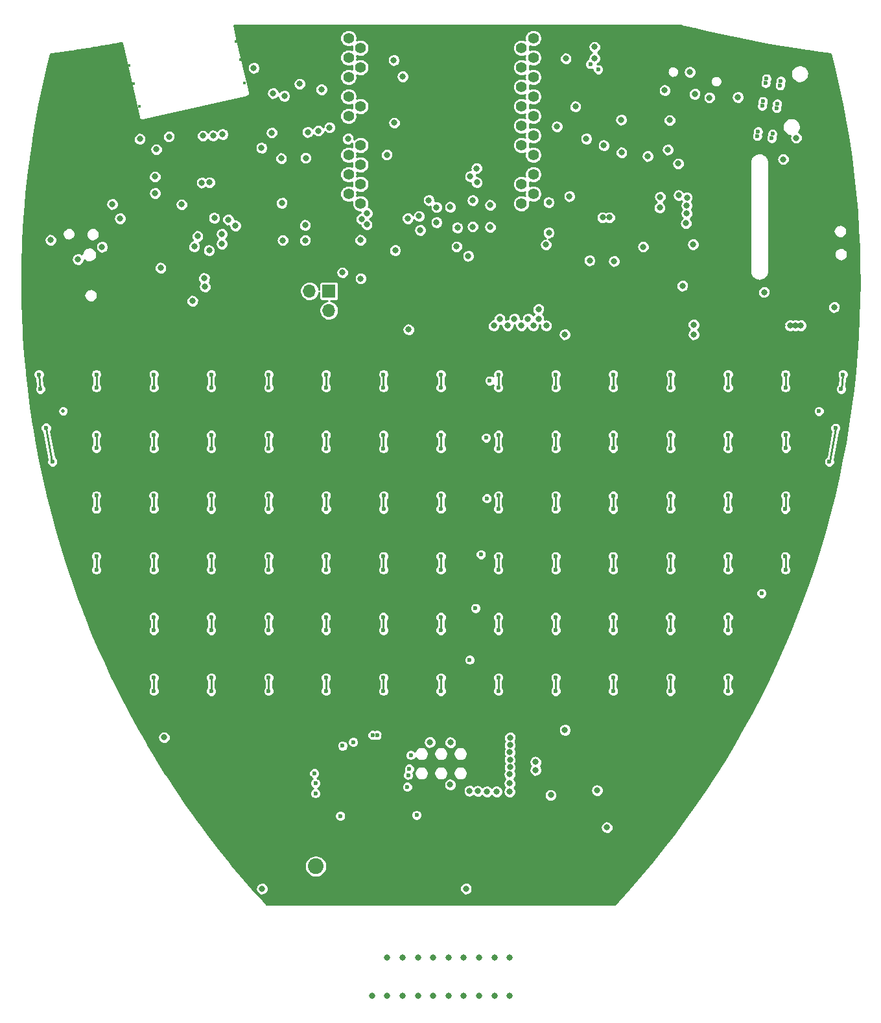
<source format=gbr>
%TF.GenerationSoftware,KiCad,Pcbnew,5.99.0-unknown-r17145-8bd2765f*%
%TF.CreationDate,2019-12-26T06:40:11+08:00*%
%TF.ProjectId,tr20-r2-frozen,74723230-2d72-4322-9d66-726f7a656e2e,rev?*%
%TF.SameCoordinates,Original*%
%TF.FileFunction,Copper,L3,Inr*%
%TF.FilePolarity,Positive*%
%FSLAX46Y46*%
G04 Gerber Fmt 4.6, Leading zero omitted, Abs format (unit mm)*
G04 Created by KiCad (PCBNEW 5.99.0-unknown-r17145-8bd2765f) date 2019-12-26 06:40:11*
%MOMM*%
%LPD*%
G04 APERTURE LIST*
%TA.AperFunction,ViaPad*%
%ADD10C,0.600000*%
%TD*%
%TA.AperFunction,ViaPad*%
%ADD11C,0.400000*%
%TD*%
%TA.AperFunction,ViaPad*%
%ADD12O,1.700000X1.700000*%
%TD*%
%TA.AperFunction,ViaPad*%
%ADD13R,1.700000X1.700000*%
%TD*%
%TA.AperFunction,ViaPad*%
%ADD14C,2.250000*%
%TD*%
%TA.AperFunction,ViaPad*%
%ADD15C,2.050000*%
%TD*%
%TA.AperFunction,ViaPad*%
%ADD16C,0.800000*%
%TD*%
%TA.AperFunction,ViaPad*%
%ADD17C,1.400000*%
%TD*%
%TA.AperFunction,ViaPad*%
%ADD18C,1.000000*%
%TD*%
%TA.AperFunction,ViaPad*%
%ADD19C,0.500000*%
%TD*%
%TA.AperFunction,Conductor*%
%ADD20C,0.250000*%
%TD*%
G04 APERTURE END LIST*
D10*
%TO.N,GND*%
%TO.C,J10*%
X49551182Y118117317D03*
X49457321Y117524704D03*
X47580713Y117821929D03*
X47674574Y118414542D03*
%TO.N,/audio/OUTL*%
X43209425Y119627985D03*
X43303285Y120220598D03*
X41332817Y119925210D03*
X41426677Y120517823D03*
X41426677Y120517823D03*
%TO.N,/audio/OUTR*%
X43835163Y123578738D03*
X43929023Y124171351D03*
X41958555Y123875964D03*
X42052415Y124468577D03*
%TO.N,Net-(J10-PadR2)*%
X44304466Y126541803D03*
X44398327Y127134416D03*
X42427858Y126839029D03*
X42521719Y127431642D03*
%TD*%
D11*
%TO.N,GND*%
%TO.C,J3*%
X-24833373Y131865740D03*
X-26188805Y129920153D03*
X-25009250Y132646167D03*
X-26765212Y132250444D03*
X-25789678Y132470290D03*
X-24481619Y130304884D03*
X-25359600Y130107023D03*
X-24646504Y131036535D03*
X-23370019Y124917460D03*
X-25077204Y124532729D03*
X-24678077Y127082866D03*
X-25653612Y126863019D03*
X-23534903Y125649111D03*
X-23897649Y127258743D03*
X-23721772Y126478315D03*
X-24248000Y124719598D03*
X-42070788Y127161057D03*
X-42257657Y127990262D03*
X-40138949Y126776353D03*
X-41544561Y128919774D03*
X-42422542Y128721912D03*
X-41894911Y126380630D03*
X-40715356Y129106643D03*
X-41114483Y126556507D03*
X-40189076Y123587311D03*
X-39359872Y123774180D03*
X-40902173Y122657799D03*
X-41067057Y123389449D03*
X-40715303Y121828594D03*
X-38783464Y121443890D03*
X-39758999Y121224043D03*
X-40539426Y121048167D03*
%TD*%
D12*
%TO.N,GND*%
%TO.C,J6*%
X-17170400Y97155000D03*
%TO.N,/SCL*%
X-14630400Y97155000D03*
%TO.N,/IQ_RDY*%
X-17170400Y99695000D03*
D13*
%TO.N,/SDA*%
X-14630400Y99695000D03*
%TD*%
D14*
%TO.N,GND*%
%TO.C,J8*%
X-13804900Y27116900D03*
X-13804900Y22036900D03*
X-18884900Y22036900D03*
X-18884900Y27116900D03*
D15*
%TO.N,Net-(J8-Pad1)*%
X-16344900Y24576900D03*
%TD*%
D16*
%TO.N,*%
%TO.C,AE1*%
X7000000Y7677000D03*
X1000000Y7677000D03*
X3000000Y7677000D03*
X3000000Y12677000D03*
X5000000Y12677000D03*
X1000000Y12677000D03*
X5000000Y7677000D03*
X7000000Y12677000D03*
X-1000000Y7677000D03*
X-3000000Y7677000D03*
X-1000000Y12677000D03*
X-3000000Y12677000D03*
X-5000000Y7677000D03*
X-5000000Y12677000D03*
X9000000Y7677000D03*
X9000000Y12677000D03*
X-9000000Y7677000D03*
X-7000000Y12677000D03*
X-7000000Y7677000D03*
%TD*%
D17*
%TO.N,/RXD0*%
%TO.C,TP17*%
X-10495000Y128905000D03*
%TD*%
%TO.N,/EN*%
%TO.C,TP1*%
X10495000Y131445000D03*
%TD*%
%TO.N,/TXD0*%
%TO.C,TP16*%
X-12065000Y130175000D03*
%TD*%
%TO.N,/IO0*%
%TO.C,TP2*%
X-12065000Y117475000D03*
%TD*%
%TO.N,/SD_DAT0*%
%TO.C,TP3*%
X-10495000Y116205000D03*
%TD*%
%TO.N,/SDA*%
%TO.C,TP4*%
X-10495000Y118745000D03*
%TD*%
%TO.N,/SCL*%
%TO.C,TP5*%
X-12065000Y122555000D03*
%TD*%
%TO.N,/I2S_WS*%
%TO.C,TP6*%
X12065000Y117475000D03*
%TD*%
%TO.N,/DISP_BUSY*%
%TO.C,TP7*%
X12065000Y114935000D03*
%TD*%
%TO.N,/SD_CLK*%
%TO.C,TP8*%
X10495000Y118745000D03*
%TD*%
%TO.N,/SD_CMD*%
%TO.C,TP9*%
X-12065000Y114935000D03*
%TD*%
%TO.N,/SCK*%
%TO.C,TP10*%
X-10495000Y123825000D03*
%TD*%
%TO.N,/~DISP_CS~*%
%TO.C,TP11*%
X-12065000Y125095000D03*
%TD*%
%TO.N,/~CC_CS~*%
%TO.C,TP12*%
X-12065000Y127635000D03*
%TD*%
%TO.N,/LED_DIN*%
%TO.C,TP13*%
X-10495000Y131445000D03*
%TD*%
%TO.N,/MOSI*%
%TO.C,TP14*%
X-12065000Y132715000D03*
%TD*%
%TO.N,/I2S_SD*%
%TO.C,TP15*%
X12065000Y122555000D03*
%TD*%
%TO.N,/_reserved7*%
%TO.C,TP18*%
X-12065000Y112395000D03*
%TD*%
%TO.N,/_reserved8*%
%TO.C,TP19*%
X-10495000Y113665000D03*
%TD*%
%TO.N,/_reserved9*%
%TO.C,TP20*%
X10495000Y113665000D03*
%TD*%
%TO.N,/_reserved10*%
%TO.C,TP21*%
X12065000Y112395000D03*
%TD*%
%TO.N,/_reserved11*%
%TO.C,TP22*%
X10495000Y111125000D03*
%TD*%
%TO.N,/_reserved6*%
%TO.C,TP23*%
X-10495000Y111125000D03*
%TD*%
%TO.N,/BTN_INT*%
%TO.C,TP24*%
X10495000Y128905000D03*
%TD*%
%TO.N,/IQ_RDY*%
%TO.C,TP25*%
X12065000Y130175000D03*
%TD*%
%TO.N,/MISO*%
%TO.C,TP26*%
X10495000Y126365000D03*
%TD*%
%TO.N,/CC_INT*%
%TO.C,TP27*%
X12065000Y127635000D03*
%TD*%
%TO.N,/32K_XN*%
%TO.C,TP28*%
X10495000Y123825000D03*
%TD*%
%TO.N,/32K_XP*%
%TO.C,TP29*%
X12065000Y125095000D03*
%TD*%
%TO.N,/~DC~*%
%TO.C,TP30*%
X12065000Y120015000D03*
%TD*%
%TO.N,/I2S_SCK*%
%TO.C,TP31*%
X10495000Y121285000D03*
%TD*%
%TO.N,+3V3*%
%TO.C,TP32*%
X12065000Y132715000D03*
%TD*%
D18*
%TO.N,GND*%
%TO.C,J2*%
X38244179Y130718979D02*
X38071027Y129937943D01*
X29808982Y132589018D02*
X29635830Y131807982D01*
X37378421Y126813796D02*
X37140337Y125739870D01*
X28943223Y128683834D02*
X28705139Y127609908D01*
%TD*%
D16*
%TO.N,/audio/OUTR*%
X-22098037Y120368924D03*
%TO.N,/BTN_INT*%
X-35509200Y119862600D03*
%TO.N,GND*%
X-33498661Y119187590D03*
%TO.N,/LED_DIN*%
X-31089600Y119964200D03*
%TO.N,GND*%
X-26644600Y122707400D03*
%TO.N,/io_expander/BTN_B*%
X-28498800Y120167400D03*
%TO.N,/LED_DIN*%
X-39319200Y119557800D03*
X-21920200Y125526800D03*
X-24434800Y128828800D03*
%TO.N,/audio/OUTR*%
X-20447000Y125171200D03*
%TO.N,/SDA*%
X-31213544Y113848095D03*
%TO.N,GND*%
X-32563555Y113904790D03*
%TO.N,/io_expander/BTN_A*%
X44700000Y116900000D03*
X38800000Y125000000D03*
%TO.N,/usb/USB_DN*%
X33156079Y125425021D03*
%TO.N,GND*%
X33732347Y123224990D03*
D10*
X29794200Y124975010D03*
D16*
%TO.N,/LED_DOUT*%
X46400000Y119700000D03*
%TO.N,/io_expander/JOY_C*%
X-47396400Y103835200D03*
%TO.N,/io_expander/JOY_D*%
X-41910000Y109169200D03*
%TO.N,/io_expander/JOY_B*%
X-42926000Y111048800D03*
%TO.N,/io_expander/JOY_A*%
X-50977800Y106349800D03*
%TO.N,+3V3*%
X-32205984Y105516255D03*
%TO.N,/SDA*%
X-31775400Y106857800D03*
%TO.N,/io_expander/BTN_A*%
X-29753547Y119984634D03*
%TO.N,/SAO_GPIO2*%
X-29593569Y109245400D03*
%TO.N,/SDA*%
X-28625800Y105867200D03*
%TO.N,/SCL*%
X-28600400Y107137200D03*
%TO.N,/SD_CMD*%
X-30268579Y105003600D03*
%TO.N,/SCL*%
X-33858200Y110998000D03*
%TO.N,GND*%
X13995400Y103606600D03*
X20929600Y99923600D03*
X35814000Y103403400D03*
X31648400Y98831400D03*
D10*
X26797000Y125196600D03*
D16*
%TO.N,/display/PREVGL*%
X16789400Y112064800D03*
%TO.N,/RTS*%
X15167627Y121182373D03*
%TO.N,/TXD0*%
X-6146800Y129844800D03*
%TO.N,/RXD0*%
X-5003800Y127711200D03*
%TO.N,GND*%
X-20828000Y103657400D03*
X-17576800Y103657400D03*
X-20802600Y112191800D03*
%TO.N,/DTR*%
X19001200Y119581200D03*
%TO.N,VBUS*%
X29240000Y125910000D03*
D10*
%TO.N,/touchpad/Tx0*%
X49377600Y83997800D03*
D16*
%TO.N,/CC_INT*%
X2159000Y107975400D03*
%TO.N,/~CC_CS~*%
X4165600Y108102400D03*
%TO.N,/SCK*%
X32128249Y111912587D03*
%TO.N,/~DC~*%
X32106649Y110871400D03*
%TO.N,/MOSI*%
X1219200Y110667800D03*
%TO.N,/~CC_CS~*%
X4165600Y111531400D03*
X-1574800Y111556800D03*
%TO.N,/MOSI*%
X-558800Y110642400D03*
%TO.N,/SCL*%
X12750800Y96062800D03*
%TO.N,/~CC_CS~*%
X10490200Y95199200D03*
%TO.N,/SCK*%
X7670800Y96037400D03*
%TO.N,/CC_RESET*%
X11379200Y96062800D03*
%TO.N,/CC_INT*%
X9601200Y96062800D03*
%TO.N,/MOSI*%
X6908800Y95173800D03*
%TO.N,Net-(LED3-Pad4)*%
X3276600Y21640800D03*
X-23368000Y21640800D03*
D10*
%TO.N,/CC_RESET*%
X-11455400Y40792400D03*
D16*
%TO.N,+VSW*%
X-36144200Y41402000D03*
D10*
%TO.N,+3V3*%
X-8331200Y41692190D03*
X-8902700Y41692190D03*
D16*
%TO.N,+VSW*%
X21691600Y29641800D03*
%TO.N,+3V3*%
X14351000Y33858200D03*
%TO.N,/~CC_CS~*%
X9017505Y37525659D03*
%TO.N,/CC_RESET*%
X8991600Y36576000D03*
%TO.N,/SCK*%
X9017042Y40405946D03*
%TO.N,/CC_INT*%
X9017000Y38481000D03*
%TO.N,/MOSI*%
X9027083Y41359108D03*
D10*
%TO.N,+3V3*%
X-4127100Y37292087D03*
D16*
%TO.N,VBUS*%
X35077400Y124942600D03*
%TO.N,GND*%
X25069800Y24511000D03*
X-25120600Y24714200D03*
X-52832000Y116433600D03*
%TO.N,+3V3*%
X-4216400Y94665800D03*
%TO.N,GND*%
X-25527000Y110871000D03*
%TO.N,/IQ_RESET*%
X-4343400Y109169200D03*
%TO.N,GND*%
X254000Y101457000D03*
D19*
%TO.N,/touchpad/Tx14*%
X-49326800Y84010500D03*
D10*
%TO.N,/touchpad/Tx1*%
X41884600Y60223400D03*
%TO.N,/touchpad/Rx8A*%
X4521200Y58267600D03*
%TO.N,/touchpad/Rx7A*%
X5232400Y65278000D03*
%TO.N,/touchpad/Rx6A*%
X5994400Y72618600D03*
%TO.N,/touchpad/Rx5A*%
X5892800Y80518000D03*
%TO.N,/touchpad/Rx4A*%
X6375400Y87985600D03*
%TO.N,/touchpad/Rx9A*%
X3759200Y51536600D03*
D16*
%TO.N,GND*%
X-5892800Y101482400D03*
D10*
%TO.N,+3V3*%
X-13131800Y31142800D03*
%TO.N,GND*%
X-12357100Y29999800D03*
X-11341100Y29999800D03*
X-10337800Y29275900D03*
X-1219200Y31257100D03*
X-457200Y32108000D03*
X-457200Y33200200D03*
X-4368800Y34086800D03*
%TO.N,+3V3*%
X-12839700Y40299500D03*
%TO.N,GND*%
X-18783300Y38280200D03*
X-16979900Y37315000D03*
X-16979900Y36070400D03*
X-16979900Y34711500D03*
%TO.N,+3V3*%
X-4381500Y34940100D03*
%TO.N,GND*%
X-10439400Y23624400D03*
X-13335000Y39423200D03*
X-6743700Y30126800D03*
%TO.N,+3V3*%
X-16535400Y36692700D03*
X-16383000Y35397300D03*
X-16383000Y34089200D03*
D16*
%TO.N,GND*%
X-11176000Y37592000D03*
X-9176000Y36592000D03*
X-10176000Y36592000D03*
X-11176000Y36592000D03*
X-9176000Y35592000D03*
X-10176000Y35592000D03*
X-11176000Y35592000D03*
X-9176000Y37592000D03*
X-10176000Y37592000D03*
X10083800Y102616000D03*
X11226800Y102616000D03*
%TO.N,+3V3*%
X23596600Y117779800D03*
%TO.N,GND*%
X43200000Y95200000D03*
X43900000Y95200000D03*
X44600000Y95200000D03*
X19923849Y109299979D03*
X38700000Y94700000D03*
X31006649Y107621400D03*
X-2844800Y104555800D03*
X-2844800Y101457000D03*
X-2844800Y98409000D03*
%TO.N,+3V3*%
X45600000Y95200000D03*
X22023849Y109299979D03*
X21123849Y109300000D03*
X29870400Y121996200D03*
%TO.N,/MOSI*%
X28623849Y111987692D03*
%TO.N,+BATT*%
X33000000Y95300000D03*
%TO.N,/DTR*%
X23560417Y122048464D03*
%TO.N,/display/PREVGL*%
X31010000Y116330000D03*
%TO.N,/display/PREVGH*%
X22623849Y103600000D03*
X32934006Y105789847D03*
%TO.N,/display/GDR*%
X26431649Y105471400D03*
%TO.N,/DISP_BUSY*%
X13710301Y105750010D03*
%TO.N,+3V3*%
X-37160200Y118186200D03*
%TO.N,/SD_DAT0*%
X-30802831Y100249767D03*
%TO.N,/io_expander/JOY_PUSH*%
X-44246800Y105460800D03*
%TO.N,+3V3*%
X-12141200Y119583200D03*
X-36601400Y102717600D03*
%TO.N,GND*%
X49174400Y67056000D03*
%TO.N,+VSW*%
X31546800Y100380800D03*
X33020000Y94030800D03*
%TO.N,GND*%
X48818800Y119227600D03*
%TO.N,/~DISP_CS~*%
X-558800Y108661200D03*
X28572249Y110583600D03*
%TO.N,/SCK*%
X-2844800Y109474000D03*
%TO.N,/SD_DAT0*%
X-6096000Y121666000D03*
%TO.N,/display/GDR*%
X19428249Y103674800D03*
%TO.N,GND*%
X47447200Y106019600D03*
X35610800Y95402400D03*
X24931649Y111246400D03*
%TO.N,/IO0*%
X-7061200Y117500400D03*
X14094249Y107313600D03*
X14094249Y111276000D03*
%TO.N,+3V3*%
X-18436609Y126745011D03*
%TO.N,GND*%
X49352200Y92506800D03*
X49199800Y94538800D03*
X25044400Y92506800D03*
X7493000Y92506800D03*
X15087600Y92506800D03*
X-863600Y92506800D03*
X-609600Y106299000D03*
%TO.N,/MOSI*%
X2057400Y105486200D03*
%TO.N,GND*%
X-29362400Y92481400D03*
X-43967400Y92506800D03*
D10*
X-17000000Y33000000D03*
X-17000000Y31000000D03*
X-15000000Y31000000D03*
X-17000000Y29000000D03*
X-15000000Y29000000D03*
X-13000000Y29000000D03*
X-11000000Y27750000D03*
X-7000000Y27750000D03*
X-8000000Y27750000D03*
X-9000000Y27750000D03*
X-10000000Y27750000D03*
X-4000000Y29000000D03*
X-4000000Y27750000D03*
X-4000000Y25000000D03*
X-4500000Y23750000D03*
X-6000000Y23750000D03*
X-7500000Y23750000D03*
X-7500000Y21750000D03*
X-7500000Y20000000D03*
X-12000000Y20000000D03*
X-12000000Y23000000D03*
X-19000000Y24000000D03*
X-19000000Y25000000D03*
X-18000000Y43500000D03*
X-14000000Y43500000D03*
X-9000000Y43500000D03*
X-7000000Y43500000D03*
X-23000000Y41000000D03*
X-23000000Y38000000D03*
X-23000000Y35000000D03*
X-23000000Y32000000D03*
X-23000000Y29000000D03*
X-26000000Y41000000D03*
X-26000000Y38000000D03*
X-26000000Y35000000D03*
X-26000000Y32000000D03*
X-29000000Y41000000D03*
X-29000000Y38000000D03*
X-29000000Y35000000D03*
X-32000000Y41000000D03*
X-32000000Y38000000D03*
X3000000Y30000000D03*
X3000000Y26000000D03*
X-1000000Y26000000D03*
X7000000Y30000000D03*
X7000000Y26000000D03*
X11000000Y26000000D03*
X11000000Y30000000D03*
X11000000Y20000000D03*
X7000000Y20000000D03*
X3000000Y20000000D03*
X-1000000Y20000000D03*
X-4500000Y20000000D03*
X-15000000Y20000000D03*
X15000000Y20000000D03*
X28194000Y32791400D03*
X35433000Y41579800D03*
X19500000Y40750000D03*
X19500000Y36931600D03*
X19500000Y26000000D03*
X15250000Y26000000D03*
X-49098200Y67157600D03*
X-50647600Y97637600D03*
X-50012600Y105867200D03*
X-48056800Y118262400D03*
X-47498000Y126847600D03*
X-15748000Y133858000D03*
X47625000Y126466600D03*
X31953200Y132029200D03*
X22098000Y132384800D03*
D16*
X2743200Y123393200D03*
X-1727200Y126390400D03*
%TO.N,/SD_CLK*%
X-30925564Y101364565D03*
%TO.N,+3V3*%
X-37338000Y112471200D03*
X-32450848Y98393533D03*
%TO.N,/io_expander/BTN_START*%
X-37347802Y114630200D03*
%TO.N,+BATT*%
X42214800Y99542600D03*
%TO.N,+3V3*%
X46300000Y95200000D03*
X47000000Y95200000D03*
%TO.N,+BATT*%
X51358800Y97586800D03*
%TO.N,+VSW*%
X20411800Y34483400D03*
D10*
%TO.N,+3V3*%
X-4267200Y36474400D03*
%TO.N,GND*%
X-3886200Y35687000D03*
D16*
%TO.N,/IQ_RDY*%
X-2692400Y107645200D03*
%TO.N,GND*%
X-16560800Y92481400D03*
X36576000Y92506800D03*
D10*
X-12000000Y21550010D03*
D16*
%TO.N,/SD_DAT0*%
X17576800Y123799598D03*
D10*
%TO.N,/touchpad/Tx0*%
X52500000Y88800000D03*
X52273200Y86868000D03*
%TO.N,/touchpad/Tx1*%
X45000000Y88800000D03*
X45000000Y87100000D03*
%TO.N,/touchpad/Tx2*%
X37500000Y88800000D03*
X37500000Y87100000D03*
%TO.N,/touchpad/Tx3*%
X30000000Y88800000D03*
X30000000Y87100000D03*
%TO.N,/touchpad/Tx7*%
X22500000Y88800000D03*
X22500000Y87100000D03*
%TO.N,/touchpad/Tx6*%
X15000000Y88800000D03*
X15000000Y87100000D03*
%TO.N,/touchpad/Tx5*%
X7500000Y88800000D03*
X7500000Y87100000D03*
%TO.N,/touchpad/Tx4*%
X0Y88800000D03*
X0Y87100000D03*
%TO.N,/touchpad/Tx8*%
X-7500000Y88800000D03*
X-7500000Y87100000D03*
%TO.N,/touchpad/Tx9*%
X-15000000Y88800000D03*
X-15000000Y87100000D03*
%TO.N,/touchpad/Tx10*%
X-22500000Y88800000D03*
X-22500000Y87100000D03*
%TO.N,/touchpad/Tx11*%
X-30000000Y88800000D03*
X-30000000Y87100000D03*
%TO.N,/touchpad/Tx12*%
X-37500000Y88800000D03*
X-37500000Y87100000D03*
%TO.N,/touchpad/Tx13*%
X-45000000Y88800000D03*
X-45000000Y87100000D03*
%TO.N,/touchpad/Tx14*%
X-52500000Y88800000D03*
X-52300000Y86900000D03*
%TO.N,/touchpad/Tx13*%
X-45000000Y80900000D03*
X-45000000Y79171800D03*
%TO.N,/touchpad/Tx14*%
X-51562000Y81838800D03*
X-50723800Y77393800D03*
%TO.N,/touchpad/Tx12*%
X-37500000Y80900000D03*
X-37500000Y79146400D03*
%TO.N,/touchpad/Tx11*%
X-30000000Y80900000D03*
X-29997400Y79146400D03*
%TO.N,/touchpad/Tx10*%
X-22500000Y80878000D03*
X-22500000Y79146400D03*
%TO.N,/touchpad/Tx9*%
X-15000000Y80900000D03*
X-15000000Y79146400D03*
%TO.N,/touchpad/Tx8*%
X-7500000Y80900000D03*
X-7500000Y79146400D03*
%TO.N,/touchpad/Tx4*%
X0Y80900000D03*
X0Y79146400D03*
%TO.N,/touchpad/Tx5*%
X7500000Y80900000D03*
X7500000Y79146400D03*
%TO.N,/touchpad/Tx6*%
X15000000Y80900000D03*
X15000000Y79146400D03*
%TO.N,/touchpad/Tx7*%
X22500000Y80900000D03*
X22500000Y79171800D03*
%TO.N,/touchpad/Tx3*%
X30000000Y80900000D03*
X30000000Y79146400D03*
%TO.N,/touchpad/Tx2*%
X37490400Y79146400D03*
%TO.N,/touchpad/Tx0*%
X51536600Y81813400D03*
X50723800Y77419200D03*
%TO.N,/touchpad/Tx1*%
X45008800Y72974200D03*
X44983400Y71221600D03*
%TO.N,/touchpad/Tx2*%
X37490400Y72974200D03*
X37490400Y71247000D03*
%TO.N,/touchpad/Tx3*%
X29997400Y72948800D03*
X30000000Y71247000D03*
%TO.N,/touchpad/Tx7*%
X22500000Y72948800D03*
X22504400Y71221600D03*
%TO.N,/touchpad/Tx6*%
X15000000Y72974200D03*
X15000000Y71247000D03*
%TO.N,/touchpad/Tx5*%
X7500000Y72974200D03*
X7500000Y71247000D03*
%TO.N,/touchpad/Tx4*%
X0Y72974200D03*
X0Y71247000D03*
%TO.N,/touchpad/Tx8*%
X-7467600Y72974200D03*
X-7493000Y71221600D03*
%TO.N,/touchpad/Tx9*%
X-15000000Y72974200D03*
X-14986000Y71221600D03*
%TO.N,/touchpad/Tx10*%
X-22500000Y72974200D03*
X-22500000Y71221600D03*
%TO.N,/touchpad/Tx11*%
X-29997400Y72974200D03*
X-30000000Y71221600D03*
%TO.N,/touchpad/Tx12*%
X-37515800Y72974200D03*
X-37500000Y71247000D03*
%TO.N,/touchpad/Tx13*%
X-45000000Y72974200D03*
X-45000000Y71247000D03*
X-45000000Y65049400D03*
X-45000000Y63305600D03*
%TO.N,/touchpad/Tx12*%
X-37490400Y65049400D03*
X-37500000Y63300000D03*
%TO.N,/touchpad/Tx11*%
X-30000000Y65049400D03*
X-30000000Y63319600D03*
%TO.N,/touchpad/Tx10*%
X-22504400Y65049400D03*
X-22500000Y63300000D03*
%TO.N,/touchpad/Tx9*%
X-15000000Y65035400D03*
X-15000000Y63300000D03*
%TO.N,/touchpad/Tx8*%
X-7500000Y65049400D03*
X-7500000Y63300000D03*
%TO.N,/touchpad/Tx4*%
X0Y65049400D03*
X0Y63300000D03*
%TO.N,/touchpad/Tx5*%
X7500000Y65049400D03*
X7500000Y63300000D03*
%TO.N,/touchpad/Tx6*%
X15000000Y65049400D03*
X15000000Y63300000D03*
%TO.N,/touchpad/Tx7*%
X22479000Y65049400D03*
X22500000Y63300000D03*
%TO.N,/touchpad/Tx3*%
X29997400Y65049400D03*
X30000000Y63300000D03*
%TO.N,/touchpad/Tx2*%
X37490400Y65049400D03*
X37500000Y63300000D03*
%TO.N,/touchpad/Tx1*%
X44983400Y65049400D03*
X45000000Y63300000D03*
%TO.N,/touchpad/Tx2*%
X37500000Y57124600D03*
X37490400Y55372000D03*
%TO.N,/touchpad/Tx3*%
X29972000Y57124600D03*
X30000000Y55400000D03*
%TO.N,/touchpad/Tx7*%
X22500000Y57124600D03*
X22500000Y55400000D03*
%TO.N,/touchpad/Tx6*%
X14986000Y57124600D03*
X15011400Y55372000D03*
%TO.N,/touchpad/Tx5*%
X7500000Y57124600D03*
X7500000Y55400000D03*
%TO.N,/touchpad/Tx4*%
X0Y57124600D03*
X0Y55400000D03*
%TO.N,/touchpad/Tx8*%
X-7518400Y57124600D03*
X-7500000Y55372000D03*
%TO.N,/touchpad/Tx9*%
X-15000000Y57124600D03*
X-15000000Y55372000D03*
%TO.N,/touchpad/Tx10*%
X-22500000Y57100000D03*
X-22500000Y55401800D03*
%TO.N,/touchpad/Tx11*%
X-30000000Y57124600D03*
X-30000000Y55397400D03*
%TO.N,/touchpad/Tx12*%
X-37500000Y57124600D03*
X-37500000Y55372000D03*
X-37500000Y49200000D03*
X-37500000Y47472600D03*
%TO.N,/touchpad/Tx11*%
X-30000000Y49200000D03*
X-30000000Y47447200D03*
%TO.N,/touchpad/Tx10*%
X-22500000Y49200000D03*
X-22504400Y47472600D03*
%TO.N,/touchpad/Tx9*%
X-15000000Y49200000D03*
X-15000000Y47472600D03*
%TO.N,/touchpad/Tx8*%
X-7500000Y49200000D03*
X-7500000Y47472600D03*
%TO.N,/touchpad/Tx4*%
X0Y49200000D03*
X0Y47447200D03*
%TO.N,/touchpad/Tx5*%
X7500000Y49200000D03*
X7500000Y47472600D03*
%TO.N,/touchpad/Tx6*%
X15000000Y49200000D03*
X15000000Y47447200D03*
%TO.N,/touchpad/Tx7*%
X22500000Y49200000D03*
X22504400Y47472600D03*
%TO.N,/touchpad/Tx3*%
X30000000Y49200000D03*
X30000000Y47447200D03*
%TO.N,/touchpad/Tx2*%
X37500000Y49200000D03*
X37500000Y47472600D03*
%TO.N,/touchpad/Tx1*%
X45069532Y79192122D03*
X45000000Y80882790D03*
%TO.N,/touchpad/Tx2*%
X37500000Y80882790D03*
%TO.N,+3V3*%
X-3175000Y31242000D03*
%TO.N,GND*%
X-7518400Y41503600D03*
D16*
%TO.N,/MISO*%
X3581400Y104267000D03*
X9012608Y39455945D03*
X8712200Y95199200D03*
D10*
%TO.N,+3V3*%
X-3937000Y39090600D03*
D16*
%TO.N,/LED_DOUT*%
X8991600Y35407600D03*
X13766800Y95173800D03*
%TO.N,+VSW*%
X16179800Y94030800D03*
D10*
%TO.N,GND*%
X-12141200Y41844590D03*
X-9804400Y41844590D03*
D16*
%TO.N,/SDA*%
X12369800Y38201600D03*
X12075790Y95173800D03*
%TO.N,/SCL*%
X12369800Y37134800D03*
D10*
%TO.N,GND*%
X7035800Y43637200D03*
D16*
%TO.N,+VSW*%
X16205200Y42367200D03*
%TO.N,GND*%
X-25831800Y107341800D03*
X24781649Y114646400D03*
%TO.N,Net-(R17-Pad2)*%
X29635417Y118153464D03*
%TO.N,/RTS*%
X21285200Y118719600D03*
%TO.N,Net-(R17-Pad2)*%
X26999900Y117311700D03*
%TO.N,+3V3*%
X31074412Y112196390D03*
%TO.N,GND*%
X31896762Y113917969D03*
%TO.N,/IO0*%
X32102849Y109828200D03*
%TO.N,/DISP_BUSY*%
X32001249Y108532800D03*
D10*
%TO.N,GND*%
X-3733800Y38125400D03*
D16*
%TO.N,/audio/OUTR*%
X-20853400Y117017800D03*
%TO.N,/audio/OUTL*%
X-17653000Y117068600D03*
D10*
%TO.N,GND*%
X-7010400Y132943600D03*
X355600Y132969000D03*
X7493000Y132969000D03*
X16230600Y132816600D03*
D16*
%TO.N,+3V3*%
X16316844Y130055464D03*
%TO.N,/audio/OUTL*%
X20066000Y130098800D03*
%TO.N,/audio/OUTR*%
X20066000Y131572000D03*
%TO.N,/audio/OUTL*%
X-15595600Y126009400D03*
X-14528800Y121056400D03*
%TO.N,+3V3*%
X-16002000Y120624600D03*
%TO.N,GND*%
X-14782800Y112141000D03*
%TO.N,+3V3*%
X-20777200Y111201200D03*
X-20650200Y106324400D03*
X-17729200Y106324400D03*
%TO.N,/AMP_EN*%
X-17399000Y120446800D03*
X-30200600Y113868200D03*
%TO.N,GND*%
X-13462000Y117043200D03*
%TO.N,/I2S_SD*%
X3835400Y114655600D03*
%TO.N,/I2S_SCK*%
X4673600Y115722400D03*
X-9652000Y109855000D03*
%TO.N,/I2S_SD*%
X-10363200Y109118400D03*
%TO.N,/I2S_WS*%
X-9677400Y108381800D03*
X4699000Y113893600D03*
%TO.N,+3V3*%
X-17729200Y108305600D03*
%TO.N,/IQ_RESET*%
X-27787600Y109016800D03*
%TO.N,/CC_RESET*%
X-26847800Y108229400D03*
%TO.N,GND*%
X-20663068Y107554390D03*
X-23566345Y117297200D03*
%TO.N,+3V3*%
X-23418800Y118389400D03*
%TO.N,/SDA*%
X-10464800Y101320600D03*
%TO.N,+3V3*%
X-5964726Y105013245D03*
%TO.N,/SCL*%
X-12852402Y102108000D03*
%TO.N,/IQ_RDY*%
X-10515600Y106349800D03*
%TO.N,GND*%
X-26619200Y100609400D03*
X19024600Y32181800D03*
X17297400Y32689800D03*
%TO.N,+3V3*%
X-1447800Y40767000D03*
%TO.N,/SDA*%
X1244600Y40741600D03*
%TO.N,/SAO_GPIO2*%
X6426200Y108051600D03*
X6426200Y110921800D03*
X12750800Y97307400D03*
X8966200Y34315400D03*
%TO.N,/SCL*%
X1219200Y35229800D03*
%TO.N,GND*%
X-1320800Y35229800D03*
%TO.N,+3V3*%
X3759200Y34417000D03*
%TO.N,/SDA*%
X4826000Y34391600D03*
%TO.N,/LED_DOUT*%
X6019800Y34315400D03*
%TO.N,+3V3*%
X7264400Y34315400D03*
%TO.N,/usb/USB_DN*%
X32512000Y128295400D03*
%TO.N,GND*%
X-19659600Y121121810D03*
X635000Y105079800D03*
D10*
X50114200Y106654600D03*
D16*
X53136800Y114528600D03*
D10*
%TO.N,/RXD0*%
X20540000Y128630000D03*
%TO.N,/TXD0*%
X19520000Y129330000D03*
D16*
%TO.N,GND*%
X14605000Y129921000D03*
%TD*%
D20*
%TO.N,/touchpad/Tx14*%
X-52500000Y88800000D02*
X-52300000Y86900000D01*
X-51600000Y81700000D02*
X-50800000Y77500000D01*
%TO.N,/touchpad/Tx0*%
X52500000Y88800000D02*
X52300000Y86900000D01*
X51600000Y81700000D02*
X50800000Y77500000D01*
%TO.N,/touchpad/Tx1*%
X45000000Y88800000D02*
X45000000Y87100000D01*
%TO.N,/touchpad/Tx2*%
X37500000Y88800000D02*
X37500000Y87100000D01*
%TO.N,/touchpad/Tx3*%
X30000000Y88800000D02*
X30000000Y87100000D01*
%TO.N,/touchpad/Tx7*%
X22500000Y88800000D02*
X22500000Y87100000D01*
%TO.N,/touchpad/Tx6*%
X15000000Y88800000D02*
X15000000Y87100000D01*
%TO.N,/touchpad/Tx5*%
X7500000Y88800000D02*
X7500000Y87100000D01*
X7500000Y80900000D02*
X7500000Y79200000D01*
%TO.N,/touchpad/Tx6*%
X15000000Y79200000D02*
X15000000Y80900000D01*
%TO.N,/touchpad/Tx7*%
X22500000Y80900000D02*
X22500000Y79200000D01*
%TO.N,/touchpad/Tx3*%
X30000000Y79200000D02*
X30000000Y80900000D01*
%TO.N,/touchpad/Tx1*%
X45000000Y72900000D02*
X45000000Y71300000D01*
X45000000Y65000000D02*
X45000000Y63300000D01*
%TO.N,/touchpad/Tx2*%
X37500000Y63300000D02*
X37500000Y65000000D01*
X37500000Y71300000D02*
X37500000Y72900000D01*
%TO.N,/touchpad/Tx3*%
X30000000Y72900000D02*
X30000000Y71300000D01*
X30000000Y65000000D02*
X30000000Y63300000D01*
%TO.N,/touchpad/Tx7*%
X22500000Y63300000D02*
X22500000Y65000000D01*
X22500000Y71300000D02*
X22500000Y72900000D01*
%TO.N,/touchpad/Tx6*%
X15000000Y72900000D02*
X15000000Y71300000D01*
X15000000Y65000000D02*
X15000000Y63300000D01*
%TO.N,/touchpad/Tx5*%
X7500000Y63300000D02*
X7500000Y65000000D01*
X7500000Y71300000D02*
X7500000Y72803400D01*
X7500000Y57100000D02*
X7500000Y55400000D01*
%TO.N,/touchpad/Tx6*%
X15000000Y55400000D02*
X15000000Y57100000D01*
%TO.N,/touchpad/Tx7*%
X22500000Y57100000D02*
X22500000Y55400000D01*
%TO.N,/touchpad/Tx3*%
X30000000Y55400000D02*
X30000000Y57100000D01*
%TO.N,/touchpad/Tx2*%
X37500000Y57100000D02*
X37500000Y55400000D01*
X37500000Y49200000D02*
X37500000Y47500000D01*
%TO.N,/touchpad/Tx3*%
X30000000Y47500000D02*
X30000000Y49200000D01*
%TO.N,/touchpad/Tx7*%
X22500000Y49200000D02*
X22500000Y47500000D01*
%TO.N,/touchpad/Tx6*%
X15000000Y47500000D02*
X15000000Y49200000D01*
%TO.N,/touchpad/Tx5*%
X7500000Y49200000D02*
X7500000Y47500000D01*
%TO.N,/touchpad/Tx4*%
X0Y88800000D02*
X0Y87100000D01*
X0Y80900000D02*
X0Y79200000D01*
%TO.N,/touchpad/Tx8*%
X-7500000Y79200000D02*
X-7500000Y80900000D01*
X-7500000Y87100000D02*
X-7500000Y88800000D01*
%TO.N,/touchpad/Tx9*%
X-15000000Y88800000D02*
X-15000000Y87100000D01*
X-15000000Y80900000D02*
X-15000000Y79200000D01*
%TO.N,/touchpad/Tx10*%
X-22500000Y79200000D02*
X-22500000Y80878000D01*
X-22500000Y88800000D02*
X-22500000Y87100000D01*
%TO.N,/touchpad/Tx11*%
X-30000000Y87100000D02*
X-30000000Y88800000D01*
X-30000000Y80900000D02*
X-30000000Y79200000D01*
X-30000000Y72900000D02*
X-30000000Y71300000D01*
%TO.N,/touchpad/Tx10*%
X-22500000Y71300000D02*
X-22500000Y72900000D01*
%TO.N,/touchpad/Tx9*%
X-15000000Y72900000D02*
X-15000000Y71300000D01*
%TO.N,/touchpad/Tx8*%
X-7500000Y71300000D02*
X-7500000Y72900000D01*
%TO.N,/touchpad/Tx4*%
X0Y72900000D02*
X0Y71300000D01*
X0Y65000000D02*
X0Y63300000D01*
%TO.N,/touchpad/Tx8*%
X-7500000Y63300000D02*
X-7500000Y64853200D01*
%TO.N,/touchpad/Tx9*%
X-15000000Y65000000D02*
X-15000000Y63300000D01*
%TO.N,/touchpad/Tx10*%
X-22500000Y65000000D02*
X-22500000Y63300000D01*
%TO.N,/touchpad/Tx11*%
X-30000000Y63300000D02*
X-30000000Y63319600D01*
X-30000000Y57100000D02*
X-30000000Y55400000D01*
X-30000000Y49200000D02*
X-30000000Y47500000D01*
%TO.N,/touchpad/Tx10*%
X-22500000Y47500000D02*
X-22500000Y49200000D01*
X-22500000Y55400000D02*
X-22500000Y55401800D01*
%TO.N,/touchpad/Tx9*%
X-15000000Y57100000D02*
X-15000000Y55400000D01*
X-15000000Y49200000D02*
X-15000000Y47500000D01*
%TO.N,/touchpad/Tx8*%
X-7500000Y47500000D02*
X-7500000Y49200000D01*
X-7500000Y55400000D02*
X-7500000Y57100000D01*
%TO.N,/touchpad/Tx4*%
X0Y57100000D02*
X0Y55400000D01*
X0Y49200000D02*
X0Y47548800D01*
%TO.N,/touchpad/Tx12*%
X-37500000Y80900000D02*
X-37500000Y79200000D01*
%TO.N,/touchpad/Tx13*%
X-45000000Y80871800D02*
X-45000000Y79171800D01*
X-45000000Y72900000D02*
X-45000000Y71300000D01*
X-45000000Y65000000D02*
X-45000000Y63305600D01*
%TO.N,/touchpad/Tx12*%
X-37500000Y63300000D02*
X-37500000Y65000000D01*
X-37500000Y71300000D02*
X-37500000Y72900000D01*
X-37500000Y57100000D02*
X-37500000Y55413200D01*
X-37500000Y49200000D02*
X-37500000Y47500000D01*
X-37500000Y88800000D02*
X-37500000Y87100000D01*
%TO.N,/touchpad/Tx13*%
X-45000000Y87100000D02*
X-45000000Y88800000D01*
%TO.N,/touchpad/Tx10*%
X-22500000Y80878000D02*
X-22500000Y80900000D01*
%TO.N,/touchpad/Tx5*%
X7500000Y72803400D02*
X7500000Y72900000D01*
%TO.N,/touchpad/Tx13*%
X-45000000Y63305600D02*
X-45000000Y63300000D01*
%TO.N,/touchpad/Tx11*%
X-30000000Y63319600D02*
X-30000000Y65000000D01*
%TO.N,/touchpad/Tx10*%
X-22500000Y55401800D02*
X-22500000Y57100000D01*
%TO.N,/touchpad/Tx12*%
X-37500000Y55413200D02*
X-37500000Y55400000D01*
%TO.N,/touchpad/Tx4*%
X0Y47548800D02*
X0Y47500000D01*
%TO.N,/touchpad/Tx1*%
X45000000Y79200000D02*
X45000000Y80882790D01*
%TO.N,/touchpad/Tx2*%
X37500000Y79200000D02*
X37500000Y80882790D01*
%TD*%
%TO.N,GND*%
G36*
X31424285Y134345441D02*
G01*
X31424687Y134345301D01*
X31428620Y134344347D01*
X31437790Y134342031D01*
X31438295Y134341999D01*
X33053618Y133950031D01*
X33054027Y133949892D01*
X33058026Y133948961D01*
X33067166Y133946743D01*
X33067668Y133946716D01*
X34686754Y133569731D01*
X34687158Y133569598D01*
X34691098Y133568719D01*
X34700311Y133566574D01*
X34700817Y133566551D01*
X36323549Y133204583D01*
X36323962Y133204452D01*
X36327982Y133203594D01*
X36337125Y133201555D01*
X36337627Y133201537D01*
X37963930Y132854610D01*
X37964328Y132854487D01*
X37968195Y132853700D01*
X37977517Y132851711D01*
X37978027Y132851697D01*
X39607724Y132519855D01*
X39608137Y132519732D01*
X39612167Y132518950D01*
X39621431Y132517064D01*
X39621935Y132517056D01*
X41254924Y132200327D01*
X41255329Y132200211D01*
X41259268Y132199485D01*
X41268641Y132197667D01*
X41269151Y132197663D01*
X42905366Y131896073D01*
X42905783Y131895957D01*
X42909835Y131895249D01*
X42919107Y131893540D01*
X42919611Y131893541D01*
X44558991Y131607109D01*
X44559398Y131607000D01*
X44563345Y131606348D01*
X44572721Y131604710D01*
X44573230Y131604716D01*
X46215624Y131333481D01*
X46216046Y131333372D01*
X46220136Y131332736D01*
X46229386Y131331208D01*
X46229888Y131331218D01*
X47875225Y131075207D01*
X47875644Y131075103D01*
X47879683Y131074513D01*
X47888989Y131073065D01*
X47889493Y131073080D01*
X49537664Y130832320D01*
X49538079Y130832221D01*
X49542078Y130831675D01*
X49551428Y130830309D01*
X49551935Y130830329D01*
X50916947Y130643898D01*
X51416100Y128633733D01*
X51938411Y126337848D01*
X52414776Y124035388D01*
X52845297Y121726719D01*
X53229924Y119412977D01*
X53568784Y117094356D01*
X53861867Y114771834D01*
X54109226Y112445988D01*
X54310901Y110117496D01*
X54466937Y107787008D01*
X54577367Y105455256D01*
X54642235Y103122864D01*
X54661584Y100790448D01*
X54635450Y98458783D01*
X54563875Y96128487D01*
X54446896Y93800189D01*
X54284563Y91474707D01*
X54076903Y89152555D01*
X53823973Y86834566D01*
X53525786Y84521165D01*
X53182410Y82213254D01*
X52793885Y79911477D01*
X52360223Y77616353D01*
X51881485Y75328669D01*
X51357722Y73049137D01*
X50788949Y70778318D01*
X50175225Y68516970D01*
X49516583Y66265716D01*
X48813062Y64025240D01*
X48064708Y61796228D01*
X47271541Y59579287D01*
X46433634Y57375189D01*
X45552452Y55188046D01*
X44629694Y53021820D01*
X43665831Y50877150D01*
X42661305Y48754578D01*
X41616479Y46654491D01*
X40531811Y44577477D01*
X39407723Y42524051D01*
X38244646Y40494739D01*
X37043032Y38490105D01*
X35803271Y36510609D01*
X34525809Y34556802D01*
X33211008Y32629107D01*
X31859415Y30728226D01*
X30471357Y28854534D01*
X29047258Y27008553D01*
X27587677Y25190971D01*
X26092877Y23402105D01*
X24563336Y21642538D01*
X22999552Y19912878D01*
X22722783Y19618500D01*
X-22772977Y19618500D01*
X-23049945Y19913097D01*
X-24613698Y21642774D01*
X-24618303Y21648072D01*
X-24201268Y21648072D01*
X-24166569Y21402735D01*
X-24061267Y21178448D01*
X-23894669Y20995039D01*
X-23681507Y20868724D01*
X-23440627Y20810672D01*
X-23193325Y20826013D01*
X-22961467Y20913394D01*
X-22765551Y21065088D01*
X-22622902Y21267683D01*
X-22545975Y21503740D01*
X-22544716Y21648072D01*
X2443332Y21648072D01*
X2478031Y21402735D01*
X2583333Y21178448D01*
X2749931Y20995039D01*
X2963093Y20868724D01*
X3203973Y20810672D01*
X3451275Y20826013D01*
X3683133Y20913394D01*
X3879049Y21065088D01*
X4021698Y21267683D01*
X4098625Y21503740D01*
X4100892Y21763493D01*
X4028097Y22000857D01*
X3889003Y22205910D01*
X3695767Y22360999D01*
X3465469Y22452413D01*
X3218472Y22472070D01*
X2976615Y22418229D01*
X2761281Y22295654D01*
X2591507Y22115180D01*
X2482307Y21892764D01*
X2443332Y21648072D01*
X-22544716Y21648072D01*
X-22543708Y21763493D01*
X-22616503Y22000857D01*
X-22755597Y22205910D01*
X-22948833Y22360999D01*
X-23179131Y22452413D01*
X-23426128Y22472070D01*
X-23667985Y22418229D01*
X-23883319Y22295654D01*
X-24053093Y22115180D01*
X-24162293Y21892764D01*
X-24201268Y21648072D01*
X-24618303Y21648072D01*
X-26143159Y23402294D01*
X-27230577Y24703671D01*
X-17793900Y24703671D01*
X-17793900Y24450129D01*
X-17749872Y24200439D01*
X-17663157Y23962187D01*
X-17536385Y23742613D01*
X-17373411Y23548389D01*
X-17179187Y23385415D01*
X-16959613Y23258643D01*
X-16721361Y23171928D01*
X-16471671Y23127900D01*
X-16218129Y23127900D01*
X-15968439Y23171928D01*
X-15730187Y23258643D01*
X-15510613Y23385415D01*
X-15316389Y23548389D01*
X-15153415Y23742613D01*
X-15026643Y23962187D01*
X-14939928Y24200439D01*
X-14895900Y24450129D01*
X-14895900Y24703671D01*
X-14939928Y24953361D01*
X-15026643Y25191613D01*
X-15153415Y25411187D01*
X-15316389Y25605411D01*
X-15510613Y25768385D01*
X-15730187Y25895157D01*
X-15968439Y25981872D01*
X-16218129Y26025900D01*
X-16471671Y26025900D01*
X-16721361Y25981872D01*
X-16959613Y25895157D01*
X-17179187Y25768385D01*
X-17373411Y25605411D01*
X-17536385Y25411187D01*
X-17663157Y25191613D01*
X-17749872Y24953361D01*
X-17793900Y24703671D01*
X-27230577Y24703671D01*
X-27637948Y25191195D01*
X-29097592Y27008905D01*
X-30521572Y28854782D01*
X-31109977Y29649072D01*
X20858332Y29649072D01*
X20893031Y29403735D01*
X20998333Y29179448D01*
X21164931Y28996039D01*
X21378093Y28869724D01*
X21618973Y28811672D01*
X21866275Y28827013D01*
X22098133Y28914394D01*
X22294049Y29066088D01*
X22436698Y29268683D01*
X22513625Y29504740D01*
X22515892Y29764493D01*
X22443097Y30001857D01*
X22304003Y30206910D01*
X22110767Y30361999D01*
X21880469Y30453413D01*
X21633472Y30473070D01*
X21391615Y30419229D01*
X21176281Y30296654D01*
X21006507Y30116180D01*
X20897307Y29893764D01*
X20858332Y29649072D01*
X-31109977Y29649072D01*
X-31909624Y30728517D01*
X-32285718Y31257471D01*
X-13855800Y31257471D01*
X-13855800Y31028129D01*
X-13784930Y30810014D01*
X-13650127Y30624473D01*
X-13464586Y30489670D01*
X-13246471Y30418800D01*
X-13017129Y30418800D01*
X-12799014Y30489670D01*
X-12613473Y30624473D01*
X-12478670Y30810014D01*
X-12407800Y31028129D01*
X-12407800Y31257471D01*
X-12440032Y31356671D01*
X-3899000Y31356671D01*
X-3899000Y31127329D01*
X-3828130Y30909214D01*
X-3693327Y30723673D01*
X-3507786Y30588870D01*
X-3289671Y30518000D01*
X-3060329Y30518000D01*
X-2842214Y30588870D01*
X-2656673Y30723673D01*
X-2521870Y30909214D01*
X-2451000Y31127329D01*
X-2451000Y31356671D01*
X-2521870Y31574786D01*
X-2656673Y31760327D01*
X-2842214Y31895130D01*
X-3060329Y31966000D01*
X-3289671Y31966000D01*
X-3507786Y31895130D01*
X-3693327Y31760327D01*
X-3828130Y31574786D01*
X-3899000Y31356671D01*
X-12440032Y31356671D01*
X-12478670Y31475586D01*
X-12613473Y31661127D01*
X-12799014Y31795930D01*
X-13017129Y31866800D01*
X-13246471Y31866800D01*
X-13464586Y31795930D01*
X-13650127Y31661127D01*
X-13784930Y31475586D01*
X-13855800Y31257471D01*
X-32285718Y31257471D01*
X-33261195Y32629421D01*
X-34575934Y34557073D01*
X-35853380Y36510911D01*
X-36039047Y36807371D01*
X-17259400Y36807371D01*
X-17259400Y36578029D01*
X-17188530Y36359914D01*
X-17053727Y36174373D01*
X-16868186Y36039570D01*
X-16773209Y36008710D01*
X-16901327Y35915627D01*
X-17036130Y35730086D01*
X-17107000Y35511971D01*
X-17107000Y35282629D01*
X-17036130Y35064514D01*
X-16901327Y34878973D01*
X-16715786Y34744170D01*
X-16712955Y34743250D01*
X-16715786Y34742330D01*
X-16901327Y34607527D01*
X-17036130Y34421986D01*
X-17107000Y34203871D01*
X-17107000Y33974529D01*
X-17036130Y33756414D01*
X-16901327Y33570873D01*
X-16715786Y33436070D01*
X-16497671Y33365200D01*
X-16268329Y33365200D01*
X-16050214Y33436070D01*
X-15864673Y33570873D01*
X-15729870Y33756414D01*
X-15659000Y33974529D01*
X-15659000Y34203871D01*
X-15729870Y34421986D01*
X-15864673Y34607527D01*
X-16050214Y34742330D01*
X-16053045Y34743250D01*
X-16050214Y34744170D01*
X-15864673Y34878973D01*
X-15736949Y35054771D01*
X-5105500Y35054771D01*
X-5105500Y34825429D01*
X-5034630Y34607314D01*
X-4899827Y34421773D01*
X-4714286Y34286970D01*
X-4496171Y34216100D01*
X-4266829Y34216100D01*
X-4048714Y34286970D01*
X-3863173Y34421773D01*
X-3728370Y34607314D01*
X-3657500Y34825429D01*
X-3657500Y35054771D01*
X-3716733Y35237072D01*
X385932Y35237072D01*
X420631Y34991735D01*
X525933Y34767448D01*
X692531Y34584039D01*
X905693Y34457724D01*
X1146573Y34399672D01*
X1393875Y34415013D01*
X1418442Y34424272D01*
X2925932Y34424272D01*
X2960631Y34178935D01*
X3065933Y33954648D01*
X3232531Y33771239D01*
X3445693Y33644924D01*
X3686573Y33586872D01*
X3933875Y33602213D01*
X4165733Y33689594D01*
X4274161Y33773549D01*
X4299331Y33745839D01*
X4512493Y33619524D01*
X4753373Y33561472D01*
X5000675Y33576813D01*
X5232533Y33664194D01*
X5388432Y33784903D01*
X5493131Y33669639D01*
X5706293Y33543324D01*
X5947173Y33485272D01*
X6194475Y33500613D01*
X6426333Y33587994D01*
X6622249Y33739688D01*
X6644892Y33771846D01*
X6737731Y33669639D01*
X6950893Y33543324D01*
X7191773Y33485272D01*
X7439075Y33500613D01*
X7670933Y33587994D01*
X7866849Y33739688D01*
X8009498Y33942283D01*
X8086425Y34178340D01*
X8087684Y34322672D01*
X8132932Y34322672D01*
X8167631Y34077335D01*
X8272933Y33853048D01*
X8439531Y33669639D01*
X8652693Y33543324D01*
X8893573Y33485272D01*
X9140875Y33500613D01*
X9372733Y33587994D01*
X9568649Y33739688D01*
X9657214Y33865472D01*
X13517732Y33865472D01*
X13552431Y33620135D01*
X13657733Y33395848D01*
X13824331Y33212439D01*
X14037493Y33086124D01*
X14278373Y33028072D01*
X14525675Y33043413D01*
X14757533Y33130794D01*
X14953449Y33282488D01*
X15096098Y33485083D01*
X15173025Y33721140D01*
X15175292Y33980893D01*
X15102497Y34218257D01*
X14963403Y34423310D01*
X14879473Y34490672D01*
X19578532Y34490672D01*
X19613231Y34245335D01*
X19718533Y34021048D01*
X19885131Y33837639D01*
X20098293Y33711324D01*
X20339173Y33653272D01*
X20586475Y33668613D01*
X20818333Y33755994D01*
X21014249Y33907688D01*
X21156898Y34110283D01*
X21233825Y34346340D01*
X21236092Y34606093D01*
X21163297Y34843457D01*
X21024203Y35048510D01*
X20830967Y35203599D01*
X20600669Y35295013D01*
X20353672Y35314670D01*
X20111815Y35260829D01*
X19896481Y35138254D01*
X19726707Y34957780D01*
X19617507Y34735364D01*
X19578532Y34490672D01*
X14879473Y34490672D01*
X14770167Y34578399D01*
X14539869Y34669813D01*
X14292872Y34689470D01*
X14051015Y34635629D01*
X13835681Y34513054D01*
X13665907Y34332580D01*
X13556707Y34110164D01*
X13517732Y33865472D01*
X9657214Y33865472D01*
X9711298Y33942283D01*
X9788225Y34178340D01*
X9790492Y34438093D01*
X9717697Y34675457D01*
X9602981Y34844573D01*
X9736698Y35034483D01*
X9813625Y35270540D01*
X9815892Y35530293D01*
X9743097Y35767657D01*
X9604003Y35972710D01*
X9581626Y35990670D01*
X9594048Y36000288D01*
X9736698Y36202883D01*
X9813625Y36438940D01*
X9815892Y36698693D01*
X9743097Y36936057D01*
X9677874Y37032208D01*
X9762603Y37152542D01*
X9839530Y37388599D01*
X9841797Y37648352D01*
X9769002Y37885716D01*
X9688857Y38003865D01*
X9762098Y38107883D01*
X9795008Y38208872D01*
X11536532Y38208872D01*
X11571231Y37963535D01*
X11676533Y37739248D01*
X11740655Y37668655D01*
X11684707Y37609180D01*
X11575507Y37386764D01*
X11536532Y37142072D01*
X11571231Y36896735D01*
X11676533Y36672448D01*
X11843131Y36489039D01*
X12056293Y36362724D01*
X12297173Y36304672D01*
X12544475Y36320013D01*
X12776333Y36407394D01*
X12972249Y36559088D01*
X13114898Y36761683D01*
X13191825Y36997740D01*
X13194092Y37257493D01*
X13121297Y37494857D01*
X13002893Y37669410D01*
X13114898Y37828483D01*
X13191825Y38064540D01*
X13194092Y38324293D01*
X13121297Y38561657D01*
X12982203Y38766710D01*
X12788967Y38921799D01*
X12558669Y39013213D01*
X12311672Y39032870D01*
X12069815Y38979029D01*
X11854481Y38856454D01*
X11684707Y38675980D01*
X11575507Y38453564D01*
X11536532Y38208872D01*
X9795008Y38208872D01*
X9839025Y38343940D01*
X9841292Y38603693D01*
X9768497Y38841057D01*
X9679673Y38972002D01*
X9757706Y39082828D01*
X9834633Y39318885D01*
X9836900Y39578638D01*
X9764105Y39816002D01*
X9688229Y39927858D01*
X9762140Y40032829D01*
X9839067Y40268886D01*
X9841334Y40528639D01*
X9768539Y40766003D01*
X9694322Y40875414D01*
X9772181Y40985991D01*
X9849108Y41222048D01*
X9851375Y41481801D01*
X9778580Y41719165D01*
X9639486Y41924218D01*
X9446250Y42079307D01*
X9215952Y42170721D01*
X8968955Y42190378D01*
X8727098Y42136537D01*
X8511764Y42013962D01*
X8341990Y41833488D01*
X8232790Y41611072D01*
X8193815Y41366380D01*
X8228514Y41121043D01*
X8333816Y40896756D01*
X8340492Y40889407D01*
X8331949Y40880326D01*
X8222749Y40657910D01*
X8183774Y40413218D01*
X8218473Y40167881D01*
X8323775Y39943594D01*
X8331744Y39934821D01*
X8327515Y39930325D01*
X8218315Y39707909D01*
X8179340Y39463217D01*
X8214039Y39217880D01*
X8319341Y38993593D01*
X8343173Y38967356D01*
X8331907Y38955380D01*
X8222707Y38732964D01*
X8183732Y38488272D01*
X8218431Y38242935D01*
X8323733Y38018648D01*
X8336596Y38004487D01*
X8332412Y38000039D01*
X8223212Y37777623D01*
X8184237Y37532931D01*
X8218936Y37287594D01*
X8322383Y37067257D01*
X8306507Y37050380D01*
X8197307Y36827964D01*
X8158332Y36583272D01*
X8193031Y36337935D01*
X8298333Y36113648D01*
X8409407Y35991366D01*
X8306507Y35881980D01*
X8197307Y35659564D01*
X8158332Y35414872D01*
X8193031Y35169535D01*
X8298333Y34945248D01*
X8361716Y34875469D01*
X8281107Y34789780D01*
X8171907Y34567364D01*
X8132932Y34322672D01*
X8087684Y34322672D01*
X8088692Y34438093D01*
X8015897Y34675457D01*
X7876803Y34880510D01*
X7683567Y35035599D01*
X7453269Y35127013D01*
X7206272Y35146670D01*
X6964415Y35092829D01*
X6749081Y34970254D01*
X6645801Y34860464D01*
X6632203Y34880510D01*
X6438967Y35035599D01*
X6208669Y35127013D01*
X5961672Y35146670D01*
X5719815Y35092829D01*
X5504481Y34970254D01*
X5460750Y34923767D01*
X5438404Y34956710D01*
X5245167Y35111799D01*
X5014869Y35203213D01*
X4767872Y35222870D01*
X4526015Y35169029D01*
X4310681Y35046454D01*
X4302401Y35037652D01*
X4178367Y35137199D01*
X3948069Y35228613D01*
X3701072Y35248270D01*
X3459215Y35194429D01*
X3243881Y35071854D01*
X3074107Y34891380D01*
X2964907Y34668964D01*
X2925932Y34424272D01*
X1418442Y34424272D01*
X1625733Y34502394D01*
X1821649Y34654088D01*
X1964298Y34856683D01*
X2041225Y35092740D01*
X2043492Y35352493D01*
X1970697Y35589857D01*
X1831603Y35794910D01*
X1638367Y35949999D01*
X1408069Y36041413D01*
X1161072Y36061070D01*
X919215Y36007229D01*
X703881Y35884654D01*
X534107Y35704180D01*
X424907Y35481764D01*
X385932Y35237072D01*
X-3716733Y35237072D01*
X-3728370Y35272886D01*
X-3863173Y35458427D01*
X-4048714Y35593230D01*
X-4266829Y35664100D01*
X-4496171Y35664100D01*
X-4714286Y35593230D01*
X-4899827Y35458427D01*
X-5034630Y35272886D01*
X-5105500Y35054771D01*
X-15736949Y35054771D01*
X-15729870Y35064514D01*
X-15659000Y35282629D01*
X-15659000Y35511971D01*
X-15729870Y35730086D01*
X-15864673Y35915627D01*
X-16050214Y36050430D01*
X-16145191Y36081290D01*
X-16017073Y36174373D01*
X-15882270Y36359914D01*
X-15811400Y36578029D01*
X-15811400Y36589071D01*
X-4991200Y36589071D01*
X-4991200Y36359729D01*
X-4920330Y36141614D01*
X-4785527Y35956073D01*
X-4599986Y35821270D01*
X-4381871Y35750400D01*
X-4152529Y35750400D01*
X-3934414Y35821270D01*
X-3748873Y35956073D01*
X-3614070Y36141614D01*
X-3543200Y36359729D01*
X-3543200Y36589071D01*
X-3559508Y36639264D01*
X-3465402Y36639264D01*
X-3422302Y36436497D01*
X-3335351Y36248318D01*
X-3208870Y36084079D01*
X-3049146Y35951944D01*
X-2864116Y35858478D01*
X-2662978Y35808329D01*
X-2455726Y35803987D01*
X-2252663Y35845671D01*
X-2063882Y35931305D01*
X-1898765Y36056637D01*
X-1765517Y36215434D01*
X-1670762Y36399808D01*
X-1618992Y36601441D01*
X-1618464Y36639264D01*
X-925402Y36639264D01*
X-882302Y36436497D01*
X-795351Y36248318D01*
X-668870Y36084079D01*
X-509146Y35951944D01*
X-324116Y35858478D01*
X-122978Y35808329D01*
X84274Y35803987D01*
X287337Y35845671D01*
X476118Y35931305D01*
X641235Y36056637D01*
X774483Y36215434D01*
X869238Y36399808D01*
X921008Y36601441D01*
X921536Y36639264D01*
X1614598Y36639264D01*
X1657698Y36436497D01*
X1744649Y36248318D01*
X1871130Y36084079D01*
X2030854Y35951944D01*
X2215884Y35858478D01*
X2417022Y35808329D01*
X2624274Y35803987D01*
X2827337Y35845671D01*
X3016118Y35931305D01*
X3181235Y36056637D01*
X3314483Y36215434D01*
X3409238Y36399808D01*
X3461008Y36601441D01*
X3464239Y36832792D01*
X3418119Y37035793D01*
X3328548Y37222740D01*
X3199787Y37385197D01*
X3038233Y37515089D01*
X2851916Y37605963D01*
X2650097Y37653299D01*
X2442805Y37654746D01*
X2240344Y37610232D01*
X2052777Y37521970D01*
X1889426Y37394345D01*
X1758408Y37233702D01*
X1666236Y37048023D01*
X1617492Y36846540D01*
X1614598Y36639264D01*
X921536Y36639264D01*
X924239Y36832792D01*
X878119Y37035793D01*
X788548Y37222740D01*
X659787Y37385197D01*
X498233Y37515089D01*
X311916Y37605963D01*
X110097Y37653299D01*
X-97195Y37654746D01*
X-299656Y37610232D01*
X-487223Y37521970D01*
X-650574Y37394345D01*
X-781592Y37233702D01*
X-873764Y37048023D01*
X-922508Y36846540D01*
X-925402Y36639264D01*
X-1618464Y36639264D01*
X-1615761Y36832792D01*
X-1661881Y37035793D01*
X-1751452Y37222740D01*
X-1880213Y37385197D01*
X-2041767Y37515089D01*
X-2228084Y37605963D01*
X-2429903Y37653299D01*
X-2637195Y37654746D01*
X-2839656Y37610232D01*
X-3027223Y37521970D01*
X-3190574Y37394345D01*
X-3321592Y37233702D01*
X-3413764Y37048023D01*
X-3462508Y36846540D01*
X-3465402Y36639264D01*
X-3559508Y36639264D01*
X-3604928Y36779052D01*
X-3473970Y36959301D01*
X-3403100Y37177416D01*
X-3403100Y37406758D01*
X-3473970Y37624873D01*
X-3608773Y37810414D01*
X-3794314Y37945217D01*
X-4012429Y38016087D01*
X-4241771Y38016087D01*
X-4459886Y37945217D01*
X-4645427Y37810414D01*
X-4780230Y37624873D01*
X-4851100Y37406758D01*
X-4851100Y37177416D01*
X-4789372Y36987435D01*
X-4920330Y36807186D01*
X-4991200Y36589071D01*
X-15811400Y36589071D01*
X-15811400Y36807371D01*
X-15882270Y37025486D01*
X-16017073Y37211027D01*
X-16202614Y37345830D01*
X-16420729Y37416700D01*
X-16650071Y37416700D01*
X-16868186Y37345830D01*
X-17053727Y37211027D01*
X-17188530Y37025486D01*
X-17259400Y36807371D01*
X-36039047Y36807371D01*
X-37093123Y38490435D01*
X-37521596Y39205271D01*
X-4661000Y39205271D01*
X-4661000Y38975929D01*
X-4590130Y38757814D01*
X-4455327Y38572273D01*
X-4269786Y38437470D01*
X-4051671Y38366600D01*
X-3822329Y38366600D01*
X-3604214Y38437470D01*
X-3418673Y38572273D01*
X-3297458Y38739112D01*
X-3208870Y38624079D01*
X-3049146Y38491944D01*
X-2864116Y38398478D01*
X-2662978Y38348329D01*
X-2455726Y38343987D01*
X-2252663Y38385671D01*
X-2063882Y38471305D01*
X-1898765Y38596637D01*
X-1765517Y38755434D01*
X-1670762Y38939808D01*
X-1618992Y39141441D01*
X-1618464Y39179264D01*
X-925402Y39179264D01*
X-882302Y38976497D01*
X-795351Y38788318D01*
X-668870Y38624079D01*
X-509146Y38491944D01*
X-324116Y38398478D01*
X-122978Y38348329D01*
X84274Y38343987D01*
X287337Y38385671D01*
X476118Y38471305D01*
X641235Y38596637D01*
X774483Y38755434D01*
X869238Y38939808D01*
X921008Y39141441D01*
X921536Y39179264D01*
X1614598Y39179264D01*
X1657698Y38976497D01*
X1744649Y38788318D01*
X1871130Y38624079D01*
X2030854Y38491944D01*
X2215884Y38398478D01*
X2417022Y38348329D01*
X2624274Y38343987D01*
X2827337Y38385671D01*
X3016118Y38471305D01*
X3181235Y38596637D01*
X3314483Y38755434D01*
X3409238Y38939808D01*
X3461008Y39141441D01*
X3464239Y39372792D01*
X3418119Y39575793D01*
X3328548Y39762740D01*
X3199787Y39925197D01*
X3038233Y40055089D01*
X2851916Y40145963D01*
X2650097Y40193299D01*
X2442805Y40194746D01*
X2240344Y40150232D01*
X2052777Y40061970D01*
X1889426Y39934345D01*
X1758408Y39773702D01*
X1666236Y39588023D01*
X1617492Y39386540D01*
X1614598Y39179264D01*
X921536Y39179264D01*
X924239Y39372792D01*
X878119Y39575793D01*
X788548Y39762740D01*
X659787Y39925197D01*
X498233Y40055089D01*
X311916Y40145963D01*
X110097Y40193299D01*
X-97195Y40194746D01*
X-299656Y40150232D01*
X-487223Y40061970D01*
X-650574Y39934345D01*
X-781592Y39773702D01*
X-873764Y39588023D01*
X-922508Y39386540D01*
X-925402Y39179264D01*
X-1618464Y39179264D01*
X-1615761Y39372792D01*
X-1661881Y39575793D01*
X-1751452Y39762740D01*
X-1880213Y39925197D01*
X-2041767Y40055089D01*
X-2228084Y40145963D01*
X-2429903Y40193299D01*
X-2637195Y40194746D01*
X-2839656Y40150232D01*
X-3027223Y40061970D01*
X-3190574Y39934345D01*
X-3321592Y39773702D01*
X-3409592Y39596428D01*
X-3418673Y39608927D01*
X-3604214Y39743730D01*
X-3822329Y39814600D01*
X-4051671Y39814600D01*
X-4269786Y39743730D01*
X-4455327Y39608927D01*
X-4590130Y39423386D01*
X-4661000Y39205271D01*
X-37521596Y39205271D01*
X-38246213Y40414171D01*
X-13563700Y40414171D01*
X-13563700Y40184829D01*
X-13492830Y39966714D01*
X-13358027Y39781173D01*
X-13172486Y39646370D01*
X-12954371Y39575500D01*
X-12725029Y39575500D01*
X-12506914Y39646370D01*
X-12321373Y39781173D01*
X-12186570Y39966714D01*
X-12115700Y40184829D01*
X-12115700Y40414171D01*
X-12186570Y40632286D01*
X-12321373Y40817827D01*
X-12444207Y40907071D01*
X-12179400Y40907071D01*
X-12179400Y40677729D01*
X-12108530Y40459614D01*
X-11973727Y40274073D01*
X-11788186Y40139270D01*
X-11570071Y40068400D01*
X-11340729Y40068400D01*
X-11122614Y40139270D01*
X-10937073Y40274073D01*
X-10802270Y40459614D01*
X-10731400Y40677729D01*
X-10731400Y40774272D01*
X-2281068Y40774272D01*
X-2246369Y40528935D01*
X-2141067Y40304648D01*
X-1974469Y40121239D01*
X-1761307Y39994924D01*
X-1520427Y39936872D01*
X-1273125Y39952213D01*
X-1041267Y40039594D01*
X-845351Y40191288D01*
X-702702Y40393883D01*
X-625775Y40629940D01*
X-624738Y40748872D01*
X411332Y40748872D01*
X446031Y40503535D01*
X551333Y40279248D01*
X717931Y40095839D01*
X931093Y39969524D01*
X1171973Y39911472D01*
X1419275Y39926813D01*
X1651133Y40014194D01*
X1847049Y40165888D01*
X1989698Y40368483D01*
X2066625Y40604540D01*
X2068892Y40864293D01*
X1996097Y41101657D01*
X1857003Y41306710D01*
X1663767Y41461799D01*
X1433469Y41553213D01*
X1186472Y41572870D01*
X944615Y41519029D01*
X729281Y41396454D01*
X559507Y41215980D01*
X450307Y40993564D01*
X411332Y40748872D01*
X-624738Y40748872D01*
X-623508Y40889693D01*
X-696303Y41127057D01*
X-835397Y41332110D01*
X-1028633Y41487199D01*
X-1258931Y41578613D01*
X-1505928Y41598270D01*
X-1747785Y41544429D01*
X-1963119Y41421854D01*
X-2132893Y41241380D01*
X-2242093Y41018964D01*
X-2281068Y40774272D01*
X-10731400Y40774272D01*
X-10731400Y40907071D01*
X-10802270Y41125186D01*
X-10937073Y41310727D01*
X-11122614Y41445530D01*
X-11340729Y41516400D01*
X-11570071Y41516400D01*
X-11788186Y41445530D01*
X-11973727Y41310727D01*
X-12108530Y41125186D01*
X-12179400Y40907071D01*
X-12444207Y40907071D01*
X-12506914Y40952630D01*
X-12725029Y41023500D01*
X-12954371Y41023500D01*
X-13172486Y40952630D01*
X-13358027Y40817827D01*
X-13492830Y40632286D01*
X-13563700Y40414171D01*
X-38246213Y40414171D01*
X-38294679Y40495027D01*
X-38818652Y41409272D01*
X-36977468Y41409272D01*
X-36942769Y41163935D01*
X-36837467Y40939648D01*
X-36670869Y40756239D01*
X-36457707Y40629924D01*
X-36216827Y40571872D01*
X-35969525Y40587213D01*
X-35737667Y40674594D01*
X-35541751Y40826288D01*
X-35399102Y41028883D01*
X-35322175Y41264940D01*
X-35319908Y41524693D01*
X-35392703Y41762057D01*
X-35423094Y41806861D01*
X-9626700Y41806861D01*
X-9626700Y41577519D01*
X-9555830Y41359404D01*
X-9421027Y41173863D01*
X-9235486Y41039060D01*
X-9017371Y40968190D01*
X-8788029Y40968190D01*
X-8616950Y41023777D01*
X-8445871Y40968190D01*
X-8216529Y40968190D01*
X-7998414Y41039060D01*
X-7812873Y41173863D01*
X-7678070Y41359404D01*
X-7607200Y41577519D01*
X-7607200Y41806861D01*
X-7678070Y42024976D01*
X-7812873Y42210517D01*
X-7998414Y42345320D01*
X-8088134Y42374472D01*
X15371932Y42374472D01*
X15406631Y42129135D01*
X15511933Y41904848D01*
X15678531Y41721439D01*
X15891693Y41595124D01*
X16132573Y41537072D01*
X16379875Y41552413D01*
X16611733Y41639794D01*
X16807649Y41791488D01*
X16950298Y41994083D01*
X17027225Y42230140D01*
X17029492Y42489893D01*
X16956697Y42727257D01*
X16817603Y42932310D01*
X16624367Y43087399D01*
X16394069Y43178813D01*
X16147072Y43198470D01*
X15905215Y43144629D01*
X15689881Y43022054D01*
X15520107Y42841580D01*
X15410907Y42619164D01*
X15371932Y42374472D01*
X-8088134Y42374472D01*
X-8216529Y42416190D01*
X-8445871Y42416190D01*
X-8616950Y42360603D01*
X-8788029Y42416190D01*
X-9017371Y42416190D01*
X-9235486Y42345320D01*
X-9421027Y42210517D01*
X-9555830Y42024976D01*
X-9626700Y41806861D01*
X-35423094Y41806861D01*
X-35531797Y41967110D01*
X-35725033Y42122199D01*
X-35955331Y42213613D01*
X-36202328Y42233270D01*
X-36444185Y42179429D01*
X-36659519Y42056854D01*
X-36829293Y41876380D01*
X-36938493Y41653964D01*
X-36977468Y41409272D01*
X-38818652Y41409272D01*
X-39457760Y42524405D01*
X-40581783Y44577773D01*
X-41666422Y46654792D01*
X-42711206Y48754858D01*
X-42976134Y49314671D01*
X-38224000Y49314671D01*
X-38224000Y49085329D01*
X-38153130Y48867214D01*
X-38049000Y48723890D01*
X-38048999Y47948711D01*
X-38153130Y47805386D01*
X-38224000Y47587271D01*
X-38224000Y47357929D01*
X-38153130Y47139814D01*
X-38018327Y46954273D01*
X-37832786Y46819470D01*
X-37614671Y46748600D01*
X-37385329Y46748600D01*
X-37167214Y46819470D01*
X-36981673Y46954273D01*
X-36846870Y47139814D01*
X-36776000Y47357929D01*
X-36776000Y47587271D01*
X-36846870Y47805386D01*
X-36951000Y47948710D01*
X-36951000Y48723890D01*
X-36846870Y48867214D01*
X-36776000Y49085329D01*
X-36776000Y49314671D01*
X-30724000Y49314671D01*
X-30724000Y49085329D01*
X-30653130Y48867214D01*
X-30549000Y48723890D01*
X-30548999Y47923311D01*
X-30653130Y47779986D01*
X-30724000Y47561871D01*
X-30724000Y47332529D01*
X-30653130Y47114414D01*
X-30518327Y46928873D01*
X-30332786Y46794070D01*
X-30114671Y46723200D01*
X-29885329Y46723200D01*
X-29667214Y46794070D01*
X-29481673Y46928873D01*
X-29346870Y47114414D01*
X-29276000Y47332529D01*
X-29276000Y47561871D01*
X-29284252Y47587271D01*
X-23228400Y47587271D01*
X-23228400Y47357929D01*
X-23157530Y47139814D01*
X-23022727Y46954273D01*
X-22837186Y46819470D01*
X-22619071Y46748600D01*
X-22389729Y46748600D01*
X-22171614Y46819470D01*
X-21986073Y46954273D01*
X-21851270Y47139814D01*
X-21780400Y47357929D01*
X-21780400Y47587271D01*
X-21851270Y47805386D01*
X-21951000Y47942654D01*
X-21951000Y48723890D01*
X-21846870Y48867214D01*
X-21776000Y49085329D01*
X-21776000Y49314671D01*
X-15724000Y49314671D01*
X-15724000Y49085329D01*
X-15653130Y48867214D01*
X-15549000Y48723890D01*
X-15548999Y47948711D01*
X-15653130Y47805386D01*
X-15724000Y47587271D01*
X-15724000Y47357929D01*
X-15653130Y47139814D01*
X-15518327Y46954273D01*
X-15332786Y46819470D01*
X-15114671Y46748600D01*
X-14885329Y46748600D01*
X-14667214Y46819470D01*
X-14481673Y46954273D01*
X-14346870Y47139814D01*
X-14276000Y47357929D01*
X-14276000Y47587271D01*
X-14346870Y47805386D01*
X-14451000Y47948710D01*
X-14451000Y48723890D01*
X-14346870Y48867214D01*
X-14276000Y49085329D01*
X-14276000Y49314671D01*
X-8224000Y49314671D01*
X-8224000Y49085329D01*
X-8153130Y48867214D01*
X-8048999Y48723889D01*
X-8049000Y47948710D01*
X-8153130Y47805386D01*
X-8224000Y47587271D01*
X-8224000Y47357929D01*
X-8153130Y47139814D01*
X-8018327Y46954273D01*
X-7832786Y46819470D01*
X-7614671Y46748600D01*
X-7385329Y46748600D01*
X-7167214Y46819470D01*
X-6981673Y46954273D01*
X-6846870Y47139814D01*
X-6776000Y47357929D01*
X-6776000Y47587271D01*
X-6846870Y47805386D01*
X-6951000Y47948710D01*
X-6951000Y48723890D01*
X-6846870Y48867214D01*
X-6776000Y49085329D01*
X-6776000Y49314671D01*
X-724000Y49314671D01*
X-724000Y49085329D01*
X-653130Y48867214D01*
X-549000Y48723890D01*
X-548999Y47923311D01*
X-653130Y47779986D01*
X-724000Y47561871D01*
X-724000Y47332529D01*
X-653130Y47114414D01*
X-518327Y46928873D01*
X-332786Y46794070D01*
X-114671Y46723200D01*
X114671Y46723200D01*
X332786Y46794070D01*
X518327Y46928873D01*
X653130Y47114414D01*
X724000Y47332529D01*
X724000Y47561871D01*
X653130Y47779986D01*
X549000Y47923310D01*
X549000Y48723890D01*
X653130Y48867214D01*
X724000Y49085329D01*
X724000Y49314671D01*
X6776000Y49314671D01*
X6776000Y49085329D01*
X6846870Y48867214D01*
X6951000Y48723890D01*
X6951001Y47948711D01*
X6846870Y47805386D01*
X6776000Y47587271D01*
X6776000Y47357929D01*
X6846870Y47139814D01*
X6981673Y46954273D01*
X7167214Y46819470D01*
X7385329Y46748600D01*
X7614671Y46748600D01*
X7832786Y46819470D01*
X8018327Y46954273D01*
X8153130Y47139814D01*
X8224000Y47357929D01*
X8224000Y47587271D01*
X8153130Y47805386D01*
X8049000Y47948710D01*
X8049000Y48723890D01*
X8153130Y48867214D01*
X8224000Y49085329D01*
X8224000Y49314671D01*
X14276000Y49314671D01*
X14276000Y49085329D01*
X14346870Y48867214D01*
X14451001Y48723889D01*
X14451000Y47923310D01*
X14346870Y47779986D01*
X14276000Y47561871D01*
X14276000Y47332529D01*
X14346870Y47114414D01*
X14481673Y46928873D01*
X14667214Y46794070D01*
X14885329Y46723200D01*
X15114671Y46723200D01*
X15332786Y46794070D01*
X15518327Y46928873D01*
X15653130Y47114414D01*
X15724000Y47332529D01*
X15724000Y47561871D01*
X15653130Y47779986D01*
X15549000Y47923310D01*
X15549000Y48723890D01*
X15653130Y48867214D01*
X15724000Y49085329D01*
X15724000Y49314671D01*
X21776000Y49314671D01*
X21776000Y49085329D01*
X21846870Y48867214D01*
X21951000Y48723890D01*
X21951001Y47942655D01*
X21851270Y47805386D01*
X21780400Y47587271D01*
X21780400Y47357929D01*
X21851270Y47139814D01*
X21986073Y46954273D01*
X22171614Y46819470D01*
X22389729Y46748600D01*
X22619071Y46748600D01*
X22837186Y46819470D01*
X23022727Y46954273D01*
X23157530Y47139814D01*
X23228400Y47357929D01*
X23228400Y47587271D01*
X23157530Y47805386D01*
X23049000Y47954766D01*
X23049000Y48723890D01*
X23153130Y48867214D01*
X23224000Y49085329D01*
X23224000Y49314671D01*
X29276000Y49314671D01*
X29276000Y49085329D01*
X29346870Y48867214D01*
X29451001Y48723889D01*
X29451000Y47923310D01*
X29346870Y47779986D01*
X29276000Y47561871D01*
X29276000Y47332529D01*
X29346870Y47114414D01*
X29481673Y46928873D01*
X29667214Y46794070D01*
X29885329Y46723200D01*
X30114671Y46723200D01*
X30332786Y46794070D01*
X30518327Y46928873D01*
X30653130Y47114414D01*
X30724000Y47332529D01*
X30724000Y47561871D01*
X30653130Y47779986D01*
X30549000Y47923310D01*
X30549000Y48723890D01*
X30653130Y48867214D01*
X30724000Y49085329D01*
X30724000Y49314671D01*
X36776000Y49314671D01*
X36776000Y49085329D01*
X36846870Y48867214D01*
X36951000Y48723890D01*
X36951001Y47948711D01*
X36846870Y47805386D01*
X36776000Y47587271D01*
X36776000Y47357929D01*
X36846870Y47139814D01*
X36981673Y46954273D01*
X37167214Y46819470D01*
X37385329Y46748600D01*
X37614671Y46748600D01*
X37832786Y46819470D01*
X38018327Y46954273D01*
X38153130Y47139814D01*
X38224000Y47357929D01*
X38224000Y47587271D01*
X38153130Y47805386D01*
X38049000Y47948710D01*
X38049000Y48723890D01*
X38153130Y48867214D01*
X38224000Y49085329D01*
X38224000Y49314671D01*
X38153130Y49532786D01*
X38018327Y49718327D01*
X37832786Y49853130D01*
X37614671Y49924000D01*
X37385329Y49924000D01*
X37167214Y49853130D01*
X36981673Y49718327D01*
X36846870Y49532786D01*
X36776000Y49314671D01*
X30724000Y49314671D01*
X30653130Y49532786D01*
X30518327Y49718327D01*
X30332786Y49853130D01*
X30114671Y49924000D01*
X29885329Y49924000D01*
X29667214Y49853130D01*
X29481673Y49718327D01*
X29346870Y49532786D01*
X29276000Y49314671D01*
X23224000Y49314671D01*
X23153130Y49532786D01*
X23018327Y49718327D01*
X22832786Y49853130D01*
X22614671Y49924000D01*
X22385329Y49924000D01*
X22167214Y49853130D01*
X21981673Y49718327D01*
X21846870Y49532786D01*
X21776000Y49314671D01*
X15724000Y49314671D01*
X15653130Y49532786D01*
X15518327Y49718327D01*
X15332786Y49853130D01*
X15114671Y49924000D01*
X14885329Y49924000D01*
X14667214Y49853130D01*
X14481673Y49718327D01*
X14346870Y49532786D01*
X14276000Y49314671D01*
X8224000Y49314671D01*
X8153130Y49532786D01*
X8018327Y49718327D01*
X7832786Y49853130D01*
X7614671Y49924000D01*
X7385329Y49924000D01*
X7167214Y49853130D01*
X6981673Y49718327D01*
X6846870Y49532786D01*
X6776000Y49314671D01*
X724000Y49314671D01*
X653130Y49532786D01*
X518327Y49718327D01*
X332786Y49853130D01*
X114671Y49924000D01*
X-114671Y49924000D01*
X-332786Y49853130D01*
X-518327Y49718327D01*
X-653130Y49532786D01*
X-724000Y49314671D01*
X-6776000Y49314671D01*
X-6846870Y49532786D01*
X-6981673Y49718327D01*
X-7167214Y49853130D01*
X-7385329Y49924000D01*
X-7614671Y49924000D01*
X-7832786Y49853130D01*
X-8018327Y49718327D01*
X-8153130Y49532786D01*
X-8224000Y49314671D01*
X-14276000Y49314671D01*
X-14346870Y49532786D01*
X-14481673Y49718327D01*
X-14667214Y49853130D01*
X-14885329Y49924000D01*
X-15114671Y49924000D01*
X-15332786Y49853130D01*
X-15518327Y49718327D01*
X-15653130Y49532786D01*
X-15724000Y49314671D01*
X-21776000Y49314671D01*
X-21846870Y49532786D01*
X-21981673Y49718327D01*
X-22167214Y49853130D01*
X-22385329Y49924000D01*
X-22614671Y49924000D01*
X-22832786Y49853130D01*
X-23018327Y49718327D01*
X-23153130Y49532786D01*
X-23224000Y49314671D01*
X-23224000Y49085329D01*
X-23153130Y48867214D01*
X-23048999Y48723889D01*
X-23049000Y47954766D01*
X-23157530Y47805386D01*
X-23228400Y47587271D01*
X-29284252Y47587271D01*
X-29346870Y47779986D01*
X-29451000Y47923310D01*
X-29451000Y48723890D01*
X-29346870Y48867214D01*
X-29276000Y49085329D01*
X-29276000Y49314671D01*
X-29346870Y49532786D01*
X-29481673Y49718327D01*
X-29667214Y49853130D01*
X-29885329Y49924000D01*
X-30114671Y49924000D01*
X-30332786Y49853130D01*
X-30518327Y49718327D01*
X-30653130Y49532786D01*
X-30724000Y49314671D01*
X-36776000Y49314671D01*
X-36846870Y49532786D01*
X-36981673Y49718327D01*
X-37167214Y49853130D01*
X-37385329Y49924000D01*
X-37614671Y49924000D01*
X-37832786Y49853130D01*
X-38018327Y49718327D01*
X-38153130Y49532786D01*
X-38224000Y49314671D01*
X-42976134Y49314671D01*
X-43715762Y50877557D01*
X-44063474Y51651271D01*
X3035200Y51651271D01*
X3035200Y51421929D01*
X3106070Y51203814D01*
X3240873Y51018273D01*
X3426414Y50883470D01*
X3644529Y50812600D01*
X3873871Y50812600D01*
X4091986Y50883470D01*
X4277527Y51018273D01*
X4412330Y51203814D01*
X4483200Y51421929D01*
X4483200Y51651271D01*
X4412330Y51869386D01*
X4277527Y52054927D01*
X4091986Y52189730D01*
X3873871Y52260600D01*
X3644529Y52260600D01*
X3426414Y52189730D01*
X3240873Y52054927D01*
X3106070Y51869386D01*
X3035200Y51651271D01*
X-44063474Y51651271D01*
X-44679554Y53022143D01*
X-45602258Y55188307D01*
X-46428547Y57239271D01*
X-38224000Y57239271D01*
X-38224000Y57009929D01*
X-38153130Y56791814D01*
X-38049000Y56648490D01*
X-38048999Y55848111D01*
X-38153130Y55704786D01*
X-38224000Y55486671D01*
X-38224000Y55257329D01*
X-38153130Y55039214D01*
X-38018327Y54853673D01*
X-37832786Y54718870D01*
X-37614671Y54648000D01*
X-37385329Y54648000D01*
X-37167214Y54718870D01*
X-36981673Y54853673D01*
X-36846870Y55039214D01*
X-36776000Y55257329D01*
X-36776000Y55486671D01*
X-36846870Y55704786D01*
X-36951000Y55848110D01*
X-36951000Y56648490D01*
X-36846870Y56791814D01*
X-36776000Y57009929D01*
X-36776000Y57239271D01*
X-30724000Y57239271D01*
X-30724000Y57009929D01*
X-30653130Y56791814D01*
X-30549000Y56648490D01*
X-30548999Y55873511D01*
X-30653130Y55730186D01*
X-30724000Y55512071D01*
X-30724000Y55282729D01*
X-30653130Y55064614D01*
X-30518327Y54879073D01*
X-30332786Y54744270D01*
X-30114671Y54673400D01*
X-29885329Y54673400D01*
X-29667214Y54744270D01*
X-29481673Y54879073D01*
X-29346870Y55064614D01*
X-29276000Y55282729D01*
X-29276000Y55512071D01*
X-29346870Y55730186D01*
X-29451000Y55873510D01*
X-29451000Y56648490D01*
X-29346870Y56791814D01*
X-29276000Y57009929D01*
X-29276000Y57214671D01*
X-23224000Y57214671D01*
X-23224000Y56985329D01*
X-23153130Y56767214D01*
X-23048999Y56623889D01*
X-23049000Y55877910D01*
X-23153130Y55734586D01*
X-23224000Y55516471D01*
X-23224000Y55287129D01*
X-23153130Y55069014D01*
X-23018327Y54883473D01*
X-22832786Y54748670D01*
X-22614671Y54677800D01*
X-22385329Y54677800D01*
X-22167214Y54748670D01*
X-21981673Y54883473D01*
X-21846870Y55069014D01*
X-21776000Y55287129D01*
X-21776000Y55516471D01*
X-21846870Y55734586D01*
X-21951000Y55877910D01*
X-21951000Y56623890D01*
X-21846870Y56767214D01*
X-21776000Y56985329D01*
X-21776000Y57214671D01*
X-21783993Y57239271D01*
X-15724000Y57239271D01*
X-15724000Y57009929D01*
X-15653130Y56791814D01*
X-15549000Y56648490D01*
X-15548999Y55848111D01*
X-15653130Y55704786D01*
X-15724000Y55486671D01*
X-15724000Y55257329D01*
X-15653130Y55039214D01*
X-15518327Y54853673D01*
X-15332786Y54718870D01*
X-15114671Y54648000D01*
X-14885329Y54648000D01*
X-14667214Y54718870D01*
X-14481673Y54853673D01*
X-14346870Y55039214D01*
X-14276000Y55257329D01*
X-14276000Y55486671D01*
X-14346870Y55704786D01*
X-14451000Y55848110D01*
X-14451000Y56648490D01*
X-14346870Y56791814D01*
X-14276000Y57009929D01*
X-14276000Y57239271D01*
X-8242400Y57239271D01*
X-8242400Y57009929D01*
X-8171530Y56791814D01*
X-8048999Y56623164D01*
X-8049000Y55848110D01*
X-8153130Y55704786D01*
X-8224000Y55486671D01*
X-8224000Y55257329D01*
X-8153130Y55039214D01*
X-8018327Y54853673D01*
X-7832786Y54718870D01*
X-7614671Y54648000D01*
X-7385329Y54648000D01*
X-7167214Y54718870D01*
X-6981673Y54853673D01*
X-6846870Y55039214D01*
X-6776000Y55257329D01*
X-6776000Y55486671D01*
X-6846870Y55704786D01*
X-6951000Y55848110D01*
X-6951000Y56673817D01*
X-6865270Y56791814D01*
X-6794400Y57009929D01*
X-6794400Y57239271D01*
X-724000Y57239271D01*
X-724000Y57009929D01*
X-653130Y56791814D01*
X-549000Y56648490D01*
X-548999Y55876111D01*
X-653130Y55732786D01*
X-724000Y55514671D01*
X-724000Y55285329D01*
X-653130Y55067214D01*
X-518327Y54881673D01*
X-332786Y54746870D01*
X-114671Y54676000D01*
X114671Y54676000D01*
X332786Y54746870D01*
X518327Y54881673D01*
X653130Y55067214D01*
X724000Y55285329D01*
X724000Y55514671D01*
X653130Y55732786D01*
X549000Y55876110D01*
X549000Y56648490D01*
X653130Y56791814D01*
X724000Y57009929D01*
X724000Y57239271D01*
X6776000Y57239271D01*
X6776000Y57009929D01*
X6846870Y56791814D01*
X6951000Y56648490D01*
X6951001Y55876111D01*
X6846870Y55732786D01*
X6776000Y55514671D01*
X6776000Y55285329D01*
X6846870Y55067214D01*
X6981673Y54881673D01*
X7167214Y54746870D01*
X7385329Y54676000D01*
X7614671Y54676000D01*
X7832786Y54746870D01*
X8018327Y54881673D01*
X8153130Y55067214D01*
X8224000Y55285329D01*
X8224000Y55514671D01*
X8153130Y55732786D01*
X8049000Y55876110D01*
X8049000Y56648490D01*
X8153130Y56791814D01*
X8224000Y57009929D01*
X8224000Y57239271D01*
X14262000Y57239271D01*
X14262000Y57009929D01*
X14332870Y56791814D01*
X14451001Y56629219D01*
X14451000Y55832418D01*
X14358270Y55704786D01*
X14287400Y55486671D01*
X14287400Y55257329D01*
X14358270Y55039214D01*
X14493073Y54853673D01*
X14678614Y54718870D01*
X14896729Y54648000D01*
X15126071Y54648000D01*
X15344186Y54718870D01*
X15529727Y54853673D01*
X15664530Y55039214D01*
X15735400Y55257329D01*
X15735400Y55486671D01*
X15664530Y55704786D01*
X15549000Y55863800D01*
X15549000Y56667761D01*
X15639130Y56791814D01*
X15710000Y57009929D01*
X15710000Y57239271D01*
X21776000Y57239271D01*
X21776000Y57009929D01*
X21846870Y56791814D01*
X21951000Y56648490D01*
X21951001Y55876111D01*
X21846870Y55732786D01*
X21776000Y55514671D01*
X21776000Y55285329D01*
X21846870Y55067214D01*
X21981673Y54881673D01*
X22167214Y54746870D01*
X22385329Y54676000D01*
X22614671Y54676000D01*
X22832786Y54746870D01*
X23018327Y54881673D01*
X23153130Y55067214D01*
X23224000Y55285329D01*
X23224000Y55514671D01*
X23153130Y55732786D01*
X23049000Y55876110D01*
X23049000Y56648490D01*
X23153130Y56791814D01*
X23224000Y57009929D01*
X23224000Y57239271D01*
X29248000Y57239271D01*
X29248000Y57009929D01*
X29318870Y56791814D01*
X29451001Y56609951D01*
X29451000Y55876110D01*
X29346870Y55732786D01*
X29276000Y55514671D01*
X29276000Y55285329D01*
X29346870Y55067214D01*
X29481673Y54881673D01*
X29667214Y54746870D01*
X29885329Y54676000D01*
X30114671Y54676000D01*
X30332786Y54746870D01*
X30518327Y54881673D01*
X30653130Y55067214D01*
X30724000Y55285329D01*
X30724000Y55486671D01*
X36766400Y55486671D01*
X36766400Y55257329D01*
X36837270Y55039214D01*
X36972073Y54853673D01*
X37157614Y54718870D01*
X37375729Y54648000D01*
X37605071Y54648000D01*
X37823186Y54718870D01*
X38008727Y54853673D01*
X38143530Y55039214D01*
X38214400Y55257329D01*
X38214400Y55486671D01*
X38143530Y55704786D01*
X38049000Y55834895D01*
X38049000Y56648490D01*
X38153130Y56791814D01*
X38224000Y57009929D01*
X38224000Y57239271D01*
X38153130Y57457386D01*
X38018327Y57642927D01*
X37832786Y57777730D01*
X37614671Y57848600D01*
X37385329Y57848600D01*
X37167214Y57777730D01*
X36981673Y57642927D01*
X36846870Y57457386D01*
X36776000Y57239271D01*
X36776000Y57009929D01*
X36846870Y56791814D01*
X36951000Y56648490D01*
X36951001Y55861323D01*
X36837270Y55704786D01*
X36766400Y55486671D01*
X30724000Y55486671D01*
X30724000Y55514671D01*
X30653130Y55732786D01*
X30549000Y55876110D01*
X30549000Y56687030D01*
X30625130Y56791814D01*
X30696000Y57009929D01*
X30696000Y57239271D01*
X30625130Y57457386D01*
X30490327Y57642927D01*
X30304786Y57777730D01*
X30086671Y57848600D01*
X29857329Y57848600D01*
X29639214Y57777730D01*
X29453673Y57642927D01*
X29318870Y57457386D01*
X29248000Y57239271D01*
X23224000Y57239271D01*
X23153130Y57457386D01*
X23018327Y57642927D01*
X22832786Y57777730D01*
X22614671Y57848600D01*
X22385329Y57848600D01*
X22167214Y57777730D01*
X21981673Y57642927D01*
X21846870Y57457386D01*
X21776000Y57239271D01*
X15710000Y57239271D01*
X15639130Y57457386D01*
X15504327Y57642927D01*
X15318786Y57777730D01*
X15100671Y57848600D01*
X14871329Y57848600D01*
X14653214Y57777730D01*
X14467673Y57642927D01*
X14332870Y57457386D01*
X14262000Y57239271D01*
X8224000Y57239271D01*
X8153130Y57457386D01*
X8018327Y57642927D01*
X7832786Y57777730D01*
X7614671Y57848600D01*
X7385329Y57848600D01*
X7167214Y57777730D01*
X6981673Y57642927D01*
X6846870Y57457386D01*
X6776000Y57239271D01*
X724000Y57239271D01*
X653130Y57457386D01*
X518327Y57642927D01*
X332786Y57777730D01*
X114671Y57848600D01*
X-114671Y57848600D01*
X-332786Y57777730D01*
X-518327Y57642927D01*
X-653130Y57457386D01*
X-724000Y57239271D01*
X-6794400Y57239271D01*
X-6865270Y57457386D01*
X-7000073Y57642927D01*
X-7185614Y57777730D01*
X-7403729Y57848600D01*
X-7633071Y57848600D01*
X-7851186Y57777730D01*
X-8036727Y57642927D01*
X-8171530Y57457386D01*
X-8242400Y57239271D01*
X-14276000Y57239271D01*
X-14346870Y57457386D01*
X-14481673Y57642927D01*
X-14667214Y57777730D01*
X-14885329Y57848600D01*
X-15114671Y57848600D01*
X-15332786Y57777730D01*
X-15518327Y57642927D01*
X-15653130Y57457386D01*
X-15724000Y57239271D01*
X-21783993Y57239271D01*
X-21846870Y57432786D01*
X-21981673Y57618327D01*
X-22167214Y57753130D01*
X-22385329Y57824000D01*
X-22614671Y57824000D01*
X-22832786Y57753130D01*
X-23018327Y57618327D01*
X-23153130Y57432786D01*
X-23224000Y57214671D01*
X-29276000Y57214671D01*
X-29276000Y57239271D01*
X-29346870Y57457386D01*
X-29481673Y57642927D01*
X-29667214Y57777730D01*
X-29885329Y57848600D01*
X-30114671Y57848600D01*
X-30332786Y57777730D01*
X-30518327Y57642927D01*
X-30653130Y57457386D01*
X-30724000Y57239271D01*
X-36776000Y57239271D01*
X-36846870Y57457386D01*
X-36981673Y57642927D01*
X-37167214Y57777730D01*
X-37385329Y57848600D01*
X-37614671Y57848600D01*
X-37832786Y57777730D01*
X-38018327Y57642927D01*
X-38153130Y57457386D01*
X-38224000Y57239271D01*
X-46428547Y57239271D01*
X-46483428Y57375493D01*
X-46866149Y58382271D01*
X3797200Y58382271D01*
X3797200Y58152929D01*
X3868070Y57934814D01*
X4002873Y57749273D01*
X4188414Y57614470D01*
X4406529Y57543600D01*
X4635871Y57543600D01*
X4853986Y57614470D01*
X5039527Y57749273D01*
X5174330Y57934814D01*
X5245200Y58152929D01*
X5245200Y58382271D01*
X5174330Y58600386D01*
X5039527Y58785927D01*
X4853986Y58920730D01*
X4635871Y58991600D01*
X4406529Y58991600D01*
X4188414Y58920730D01*
X4002873Y58785927D01*
X3868070Y58600386D01*
X3797200Y58382271D01*
X-46866149Y58382271D01*
X-47321327Y59579652D01*
X-47592661Y60338071D01*
X41160600Y60338071D01*
X41160600Y60108729D01*
X41231470Y59890614D01*
X41366273Y59705073D01*
X41551814Y59570270D01*
X41769929Y59499400D01*
X41999271Y59499400D01*
X42217386Y59570270D01*
X42402927Y59705073D01*
X42537730Y59890614D01*
X42608600Y60108729D01*
X42608600Y60338071D01*
X42537730Y60556186D01*
X42402927Y60741727D01*
X42217386Y60876530D01*
X41999271Y60947400D01*
X41769929Y60947400D01*
X41551814Y60876530D01*
X41366273Y60741727D01*
X41231470Y60556186D01*
X41160600Y60338071D01*
X-47592661Y60338071D01*
X-48114445Y61796528D01*
X-48862769Y64025538D01*
X-49220260Y65164071D01*
X-45724000Y65164071D01*
X-45724000Y64934729D01*
X-45653130Y64716614D01*
X-45549000Y64573290D01*
X-45548999Y63781711D01*
X-45653130Y63638386D01*
X-45724000Y63420271D01*
X-45724000Y63190929D01*
X-45653130Y62972814D01*
X-45518327Y62787273D01*
X-45332786Y62652470D01*
X-45114671Y62581600D01*
X-44885329Y62581600D01*
X-44667214Y62652470D01*
X-44481673Y62787273D01*
X-44346870Y62972814D01*
X-44276000Y63190929D01*
X-44276000Y63414671D01*
X-38224000Y63414671D01*
X-38224000Y63185329D01*
X-38153130Y62967214D01*
X-38018327Y62781673D01*
X-37832786Y62646870D01*
X-37614671Y62576000D01*
X-37385329Y62576000D01*
X-37167214Y62646870D01*
X-36981673Y62781673D01*
X-36846870Y62967214D01*
X-36776000Y63185329D01*
X-36776000Y63414671D01*
X-36846870Y63632786D01*
X-36951000Y63776110D01*
X-36951000Y64560076D01*
X-36837270Y64716614D01*
X-36766400Y64934729D01*
X-36766400Y65164071D01*
X-30724000Y65164071D01*
X-30724000Y64934729D01*
X-30653130Y64716614D01*
X-30548999Y64573289D01*
X-30549000Y63795710D01*
X-30653130Y63652386D01*
X-30724000Y63434271D01*
X-30724000Y63204929D01*
X-30653130Y62986814D01*
X-30518327Y62801273D01*
X-30332786Y62666470D01*
X-30114671Y62595600D01*
X-29885329Y62595600D01*
X-29667214Y62666470D01*
X-29481673Y62801273D01*
X-29346870Y62986814D01*
X-29276000Y63204929D01*
X-29276000Y63434271D01*
X-29346870Y63652386D01*
X-29451000Y63795710D01*
X-29451000Y64573290D01*
X-29346870Y64716614D01*
X-29276000Y64934729D01*
X-29276000Y65164071D01*
X-23228400Y65164071D01*
X-23228400Y64934729D01*
X-23157530Y64716614D01*
X-23049000Y64567234D01*
X-23048999Y63776111D01*
X-23153130Y63632786D01*
X-23224000Y63414671D01*
X-23224000Y63185329D01*
X-23153130Y62967214D01*
X-23018327Y62781673D01*
X-22832786Y62646870D01*
X-22614671Y62576000D01*
X-22385329Y62576000D01*
X-22167214Y62646870D01*
X-21981673Y62781673D01*
X-21846870Y62967214D01*
X-21776000Y63185329D01*
X-21776000Y63414671D01*
X-21846870Y63632786D01*
X-21951000Y63776110D01*
X-21951000Y64579346D01*
X-21851270Y64716614D01*
X-21780400Y64934729D01*
X-21780400Y65150071D01*
X-15724000Y65150071D01*
X-15724000Y64920729D01*
X-15653130Y64702614D01*
X-15549000Y64559290D01*
X-15548999Y63776111D01*
X-15653130Y63632786D01*
X-15724000Y63414671D01*
X-15724000Y63185329D01*
X-15653130Y62967214D01*
X-15518327Y62781673D01*
X-15332786Y62646870D01*
X-15114671Y62576000D01*
X-14885329Y62576000D01*
X-14667214Y62646870D01*
X-14481673Y62781673D01*
X-14346870Y62967214D01*
X-14276000Y63185329D01*
X-14276000Y63414671D01*
X-14346870Y63632786D01*
X-14451000Y63776110D01*
X-14451000Y64559290D01*
X-14346870Y64702614D01*
X-14276000Y64920729D01*
X-14276000Y65150071D01*
X-14280548Y65164071D01*
X-8224000Y65164071D01*
X-8224000Y64934729D01*
X-8153130Y64716614D01*
X-8048999Y64573289D01*
X-8049000Y63776110D01*
X-8153130Y63632786D01*
X-8224000Y63414671D01*
X-8224000Y63185329D01*
X-8153130Y62967214D01*
X-8018327Y62781673D01*
X-7832786Y62646870D01*
X-7614671Y62576000D01*
X-7385329Y62576000D01*
X-7167214Y62646870D01*
X-6981673Y62781673D01*
X-6846870Y62967214D01*
X-6776000Y63185329D01*
X-6776000Y63414671D01*
X-6846870Y63632786D01*
X-6951000Y63776110D01*
X-6951000Y64573290D01*
X-6846870Y64716614D01*
X-6776000Y64934729D01*
X-6776000Y65164071D01*
X-724000Y65164071D01*
X-724000Y64934729D01*
X-653130Y64716614D01*
X-549000Y64573290D01*
X-548999Y63776111D01*
X-653130Y63632786D01*
X-724000Y63414671D01*
X-724000Y63185329D01*
X-653130Y62967214D01*
X-518327Y62781673D01*
X-332786Y62646870D01*
X-114671Y62576000D01*
X114671Y62576000D01*
X332786Y62646870D01*
X518327Y62781673D01*
X653130Y62967214D01*
X724000Y63185329D01*
X724000Y63414671D01*
X653130Y63632786D01*
X549000Y63776110D01*
X549000Y64573290D01*
X653130Y64716614D01*
X724000Y64934729D01*
X724000Y65164071D01*
X653130Y65382186D01*
X645513Y65392671D01*
X4508400Y65392671D01*
X4508400Y65163329D01*
X4579270Y64945214D01*
X4714073Y64759673D01*
X4899614Y64624870D01*
X5117729Y64554000D01*
X5347071Y64554000D01*
X5565186Y64624870D01*
X5750727Y64759673D01*
X5885530Y64945214D01*
X5956400Y65163329D01*
X5956400Y65164071D01*
X6776000Y65164071D01*
X6776000Y64934729D01*
X6846870Y64716614D01*
X6951001Y64573289D01*
X6951000Y63776110D01*
X6846870Y63632786D01*
X6776000Y63414671D01*
X6776000Y63185329D01*
X6846870Y62967214D01*
X6981673Y62781673D01*
X7167214Y62646870D01*
X7385329Y62576000D01*
X7614671Y62576000D01*
X7832786Y62646870D01*
X8018327Y62781673D01*
X8153130Y62967214D01*
X8224000Y63185329D01*
X8224000Y63414671D01*
X8153130Y63632786D01*
X8049000Y63776110D01*
X8049000Y64573290D01*
X8153130Y64716614D01*
X8224000Y64934729D01*
X8224000Y65164071D01*
X14276000Y65164071D01*
X14276000Y64934729D01*
X14346870Y64716614D01*
X14451000Y64573290D01*
X14451001Y63776111D01*
X14346870Y63632786D01*
X14276000Y63414671D01*
X14276000Y63185329D01*
X14346870Y62967214D01*
X14481673Y62781673D01*
X14667214Y62646870D01*
X14885329Y62576000D01*
X15114671Y62576000D01*
X15332786Y62646870D01*
X15518327Y62781673D01*
X15653130Y62967214D01*
X15724000Y63185329D01*
X15724000Y63414671D01*
X15653130Y63632786D01*
X15549000Y63776110D01*
X15549000Y64573290D01*
X15653130Y64716614D01*
X15724000Y64934729D01*
X15724000Y65164071D01*
X21755000Y65164071D01*
X21755000Y64934729D01*
X21825870Y64716614D01*
X21951001Y64544385D01*
X21951000Y63776110D01*
X21846870Y63632786D01*
X21776000Y63414671D01*
X21776000Y63185329D01*
X21846870Y62967214D01*
X21981673Y62781673D01*
X22167214Y62646870D01*
X22385329Y62576000D01*
X22614671Y62576000D01*
X22832786Y62646870D01*
X23018327Y62781673D01*
X23153130Y62967214D01*
X23224000Y63185329D01*
X23224000Y63414671D01*
X23153130Y63632786D01*
X23049000Y63776110D01*
X23049000Y64602195D01*
X23132130Y64716614D01*
X23203000Y64934729D01*
X23203000Y65164071D01*
X29273400Y65164071D01*
X29273400Y64934729D01*
X29344270Y64716614D01*
X29451000Y64569712D01*
X29451001Y63776111D01*
X29346870Y63632786D01*
X29276000Y63414671D01*
X29276000Y63185329D01*
X29346870Y62967214D01*
X29481673Y62781673D01*
X29667214Y62646870D01*
X29885329Y62576000D01*
X30114671Y62576000D01*
X30332786Y62646870D01*
X30518327Y62781673D01*
X30653130Y62967214D01*
X30724000Y63185329D01*
X30724000Y63414671D01*
X30653130Y63632786D01*
X30549000Y63776110D01*
X30549000Y64576869D01*
X30650530Y64716614D01*
X30721400Y64934729D01*
X30721400Y65164071D01*
X36766400Y65164071D01*
X36766400Y64934729D01*
X36837270Y64716614D01*
X36951001Y64560077D01*
X36951000Y63776110D01*
X36846870Y63632786D01*
X36776000Y63414671D01*
X36776000Y63185329D01*
X36846870Y62967214D01*
X36981673Y62781673D01*
X37167214Y62646870D01*
X37385329Y62576000D01*
X37614671Y62576000D01*
X37832786Y62646870D01*
X38018327Y62781673D01*
X38153130Y62967214D01*
X38224000Y63185329D01*
X38224000Y63414671D01*
X38153130Y63632786D01*
X38049000Y63776110D01*
X38049000Y64586505D01*
X38143530Y64716614D01*
X38214400Y64934729D01*
X38214400Y65164071D01*
X44259400Y65164071D01*
X44259400Y64934729D01*
X44330270Y64716614D01*
X44451000Y64550442D01*
X44451001Y63776111D01*
X44346870Y63632786D01*
X44276000Y63414671D01*
X44276000Y63185329D01*
X44346870Y62967214D01*
X44481673Y62781673D01*
X44667214Y62646870D01*
X44885329Y62576000D01*
X45114671Y62576000D01*
X45332786Y62646870D01*
X45518327Y62781673D01*
X45653130Y62967214D01*
X45724000Y63185329D01*
X45724000Y63414671D01*
X45653130Y63632786D01*
X45549000Y63776110D01*
X45549000Y64596139D01*
X45636530Y64716614D01*
X45707400Y64934729D01*
X45707400Y65164071D01*
X45636530Y65382186D01*
X45501727Y65567727D01*
X45316186Y65702530D01*
X45098071Y65773400D01*
X44868729Y65773400D01*
X44650614Y65702530D01*
X44465073Y65567727D01*
X44330270Y65382186D01*
X44259400Y65164071D01*
X38214400Y65164071D01*
X38143530Y65382186D01*
X38008727Y65567727D01*
X37823186Y65702530D01*
X37605071Y65773400D01*
X37375729Y65773400D01*
X37157614Y65702530D01*
X36972073Y65567727D01*
X36837270Y65382186D01*
X36766400Y65164071D01*
X30721400Y65164071D01*
X30650530Y65382186D01*
X30515727Y65567727D01*
X30330186Y65702530D01*
X30112071Y65773400D01*
X29882729Y65773400D01*
X29664614Y65702530D01*
X29479073Y65567727D01*
X29344270Y65382186D01*
X29273400Y65164071D01*
X23203000Y65164071D01*
X23132130Y65382186D01*
X22997327Y65567727D01*
X22811786Y65702530D01*
X22593671Y65773400D01*
X22364329Y65773400D01*
X22146214Y65702530D01*
X21960673Y65567727D01*
X21825870Y65382186D01*
X21755000Y65164071D01*
X15724000Y65164071D01*
X15653130Y65382186D01*
X15518327Y65567727D01*
X15332786Y65702530D01*
X15114671Y65773400D01*
X14885329Y65773400D01*
X14667214Y65702530D01*
X14481673Y65567727D01*
X14346870Y65382186D01*
X14276000Y65164071D01*
X8224000Y65164071D01*
X8153130Y65382186D01*
X8018327Y65567727D01*
X7832786Y65702530D01*
X7614671Y65773400D01*
X7385329Y65773400D01*
X7167214Y65702530D01*
X6981673Y65567727D01*
X6846870Y65382186D01*
X6776000Y65164071D01*
X5956400Y65164071D01*
X5956400Y65392671D01*
X5885530Y65610786D01*
X5750727Y65796327D01*
X5565186Y65931130D01*
X5347071Y66002000D01*
X5117729Y66002000D01*
X4899614Y65931130D01*
X4714073Y65796327D01*
X4579270Y65610786D01*
X4508400Y65392671D01*
X645513Y65392671D01*
X518327Y65567727D01*
X332786Y65702530D01*
X114671Y65773400D01*
X-114671Y65773400D01*
X-332786Y65702530D01*
X-518327Y65567727D01*
X-653130Y65382186D01*
X-724000Y65164071D01*
X-6776000Y65164071D01*
X-6846870Y65382186D01*
X-6981673Y65567727D01*
X-7167214Y65702530D01*
X-7385329Y65773400D01*
X-7614671Y65773400D01*
X-7832786Y65702530D01*
X-8018327Y65567727D01*
X-8153130Y65382186D01*
X-8224000Y65164071D01*
X-14280548Y65164071D01*
X-14346870Y65368186D01*
X-14481673Y65553727D01*
X-14667214Y65688530D01*
X-14885329Y65759400D01*
X-15114671Y65759400D01*
X-15332786Y65688530D01*
X-15518327Y65553727D01*
X-15653130Y65368186D01*
X-15724000Y65150071D01*
X-21780400Y65150071D01*
X-21780400Y65164071D01*
X-21851270Y65382186D01*
X-21986073Y65567727D01*
X-22171614Y65702530D01*
X-22389729Y65773400D01*
X-22619071Y65773400D01*
X-22837186Y65702530D01*
X-23022727Y65567727D01*
X-23157530Y65382186D01*
X-23228400Y65164071D01*
X-29276000Y65164071D01*
X-29346870Y65382186D01*
X-29481673Y65567727D01*
X-29667214Y65702530D01*
X-29885329Y65773400D01*
X-30114671Y65773400D01*
X-30332786Y65702530D01*
X-30518327Y65567727D01*
X-30653130Y65382186D01*
X-30724000Y65164071D01*
X-36766400Y65164071D01*
X-36837270Y65382186D01*
X-36972073Y65567727D01*
X-37157614Y65702530D01*
X-37375729Y65773400D01*
X-37605071Y65773400D01*
X-37823186Y65702530D01*
X-38008727Y65567727D01*
X-38143530Y65382186D01*
X-38214400Y65164071D01*
X-38214400Y64934729D01*
X-38143530Y64716613D01*
X-38048999Y64586503D01*
X-38049000Y63776110D01*
X-38153130Y63632786D01*
X-38224000Y63414671D01*
X-44276000Y63414671D01*
X-44276000Y63420271D01*
X-44346870Y63638386D01*
X-44451000Y63781710D01*
X-44451000Y64573290D01*
X-44346870Y64716614D01*
X-44276000Y64934729D01*
X-44276000Y65164071D01*
X-44346870Y65382186D01*
X-44481673Y65567727D01*
X-44667214Y65702530D01*
X-44885329Y65773400D01*
X-45114671Y65773400D01*
X-45332786Y65702530D01*
X-45518327Y65567727D01*
X-45653130Y65382186D01*
X-45724000Y65164071D01*
X-49220260Y65164071D01*
X-49566256Y66265994D01*
X-50224894Y68517322D01*
X-50838566Y70778581D01*
X-51407331Y73049478D01*
X-51416381Y73088871D01*
X-45724000Y73088871D01*
X-45724000Y72859529D01*
X-45653130Y72641414D01*
X-45549000Y72498090D01*
X-45548999Y71723111D01*
X-45653130Y71579786D01*
X-45724000Y71361671D01*
X-45724000Y71132329D01*
X-45653130Y70914214D01*
X-45518327Y70728673D01*
X-45332786Y70593870D01*
X-45114671Y70523000D01*
X-44885329Y70523000D01*
X-44667214Y70593870D01*
X-44481673Y70728673D01*
X-44346870Y70914214D01*
X-44276000Y71132329D01*
X-44276000Y71361671D01*
X-44346870Y71579786D01*
X-44451000Y71723110D01*
X-44451000Y72498090D01*
X-44346870Y72641414D01*
X-44276000Y72859529D01*
X-44276000Y73088871D01*
X-38239800Y73088871D01*
X-38239800Y72859529D01*
X-38168930Y72641414D01*
X-38048999Y72476343D01*
X-38049000Y71723110D01*
X-38153130Y71579786D01*
X-38224000Y71361671D01*
X-38224000Y71132329D01*
X-38153130Y70914214D01*
X-38018327Y70728673D01*
X-37832786Y70593870D01*
X-37614671Y70523000D01*
X-37385329Y70523000D01*
X-37167214Y70593870D01*
X-36981673Y70728673D01*
X-36846870Y70914214D01*
X-36776000Y71132329D01*
X-36776000Y71336271D01*
X-30724000Y71336271D01*
X-30724000Y71106929D01*
X-30653130Y70888814D01*
X-30518327Y70703273D01*
X-30332786Y70568470D01*
X-30114671Y70497600D01*
X-29885329Y70497600D01*
X-29667214Y70568470D01*
X-29481673Y70703273D01*
X-29346870Y70888814D01*
X-29276000Y71106929D01*
X-29276000Y71336271D01*
X-29346870Y71554386D01*
X-29451000Y71697710D01*
X-29451000Y72494512D01*
X-29344270Y72641414D01*
X-29273400Y72859529D01*
X-29273400Y73088871D01*
X-23224000Y73088871D01*
X-23224000Y72859529D01*
X-23153130Y72641414D01*
X-23048999Y72498089D01*
X-23049000Y71697710D01*
X-23153130Y71554386D01*
X-23224000Y71336271D01*
X-23224000Y71106929D01*
X-23153130Y70888814D01*
X-23018327Y70703273D01*
X-22832786Y70568470D01*
X-22614671Y70497600D01*
X-22385329Y70497600D01*
X-22167214Y70568470D01*
X-21981673Y70703273D01*
X-21846870Y70888814D01*
X-21776000Y71106929D01*
X-21776000Y71336271D01*
X-21846870Y71554386D01*
X-21951000Y71697710D01*
X-21951000Y72498090D01*
X-21846870Y72641414D01*
X-21776000Y72859529D01*
X-21776000Y73088871D01*
X-15724000Y73088871D01*
X-15724000Y72859529D01*
X-15653130Y72641414D01*
X-15549000Y72498090D01*
X-15548999Y71678441D01*
X-15639130Y71554387D01*
X-15710000Y71336271D01*
X-15710000Y71106929D01*
X-15639130Y70888814D01*
X-15504327Y70703273D01*
X-15318786Y70568470D01*
X-15100671Y70497600D01*
X-14871329Y70497600D01*
X-14653214Y70568470D01*
X-14467673Y70703273D01*
X-14332870Y70888814D01*
X-14262000Y71106929D01*
X-14262000Y71336271D01*
X-8217000Y71336271D01*
X-8217000Y71106929D01*
X-8146130Y70888814D01*
X-8011327Y70703273D01*
X-7825786Y70568470D01*
X-7607671Y70497600D01*
X-7378329Y70497600D01*
X-7160214Y70568470D01*
X-6974673Y70703273D01*
X-6839870Y70888814D01*
X-6769000Y71106929D01*
X-6769000Y71336271D01*
X-6839870Y71554386D01*
X-6951000Y71707344D01*
X-6951000Y72454618D01*
X-6949273Y72455873D01*
X-6814470Y72641414D01*
X-6743600Y72859529D01*
X-6743600Y73088871D01*
X-724000Y73088871D01*
X-724000Y72859529D01*
X-653130Y72641414D01*
X-549000Y72498090D01*
X-548999Y71723111D01*
X-653130Y71579786D01*
X-724000Y71361671D01*
X-724000Y71132329D01*
X-653130Y70914214D01*
X-518327Y70728673D01*
X-332786Y70593870D01*
X-114671Y70523000D01*
X114671Y70523000D01*
X332786Y70593870D01*
X518327Y70728673D01*
X653130Y70914214D01*
X724000Y71132329D01*
X724000Y71361671D01*
X653130Y71579786D01*
X549000Y71723110D01*
X549000Y72498090D01*
X653130Y72641414D01*
X682976Y72733271D01*
X5270400Y72733271D01*
X5270400Y72503929D01*
X5341270Y72285814D01*
X5476073Y72100273D01*
X5661614Y71965470D01*
X5879729Y71894600D01*
X6109071Y71894600D01*
X6327186Y71965470D01*
X6512727Y72100273D01*
X6647530Y72285814D01*
X6718400Y72503929D01*
X6718400Y72733271D01*
X6647530Y72951386D01*
X6547642Y73088871D01*
X6776000Y73088871D01*
X6776000Y72859529D01*
X6846870Y72641414D01*
X6951001Y72498089D01*
X6951000Y71723110D01*
X6846870Y71579786D01*
X6776000Y71361671D01*
X6776000Y71132329D01*
X6846870Y70914214D01*
X6981673Y70728673D01*
X7167214Y70593870D01*
X7385329Y70523000D01*
X7614671Y70523000D01*
X7832786Y70593870D01*
X8018327Y70728673D01*
X8153130Y70914214D01*
X8224000Y71132329D01*
X8224000Y71361671D01*
X8153130Y71579786D01*
X8049000Y71723110D01*
X8049000Y72498090D01*
X8153130Y72641414D01*
X8224000Y72859529D01*
X8224000Y73088871D01*
X14276000Y73088871D01*
X14276000Y72859529D01*
X14346870Y72641414D01*
X14451000Y72498090D01*
X14451001Y71723111D01*
X14346870Y71579786D01*
X14276000Y71361671D01*
X14276000Y71132329D01*
X14346870Y70914214D01*
X14481673Y70728673D01*
X14667214Y70593870D01*
X14885329Y70523000D01*
X15114671Y70523000D01*
X15332786Y70593870D01*
X15518327Y70728673D01*
X15653130Y70914214D01*
X15724000Y71132329D01*
X15724000Y71361671D01*
X15653130Y71579786D01*
X15549000Y71723110D01*
X15549000Y72498090D01*
X15653130Y72641414D01*
X15724000Y72859529D01*
X15724000Y73063471D01*
X21776000Y73063471D01*
X21776000Y72834129D01*
X21846870Y72616014D01*
X21951001Y72472689D01*
X21951000Y71691654D01*
X21851270Y71554386D01*
X21780400Y71336271D01*
X21780400Y71106929D01*
X21851270Y70888814D01*
X21986073Y70703273D01*
X22171614Y70568470D01*
X22389729Y70497600D01*
X22619071Y70497600D01*
X22837186Y70568470D01*
X23022727Y70703273D01*
X23157530Y70888814D01*
X23228400Y71106929D01*
X23228400Y71336271D01*
X23157530Y71554386D01*
X23049000Y71703766D01*
X23049000Y72472690D01*
X23153130Y72616014D01*
X23224000Y72834129D01*
X23224000Y73063471D01*
X29273400Y73063471D01*
X29273400Y72834129D01*
X29344270Y72616014D01*
X29451000Y72469112D01*
X29451001Y71723111D01*
X29346870Y71579786D01*
X29276000Y71361671D01*
X29276000Y71132329D01*
X29346870Y70914214D01*
X29481673Y70728673D01*
X29667214Y70593870D01*
X29885329Y70523000D01*
X30114671Y70523000D01*
X30332786Y70593870D01*
X30518327Y70728673D01*
X30653130Y70914214D01*
X30724000Y71132329D01*
X30724000Y71361671D01*
X30653130Y71579786D01*
X30549000Y71723110D01*
X30549000Y72476269D01*
X30650530Y72616014D01*
X30721400Y72834129D01*
X30721400Y73063471D01*
X30713148Y73088871D01*
X36766400Y73088871D01*
X36766400Y72859529D01*
X36837270Y72641414D01*
X36951001Y72484877D01*
X36951000Y71736324D01*
X36837270Y71579786D01*
X36766400Y71361671D01*
X36766400Y71132329D01*
X36837270Y70914214D01*
X36972073Y70728673D01*
X37157614Y70593870D01*
X37375729Y70523000D01*
X37605071Y70523000D01*
X37823186Y70593870D01*
X38008727Y70728673D01*
X38143530Y70914214D01*
X38214400Y71132329D01*
X38214400Y71336271D01*
X44259400Y71336271D01*
X44259400Y71106929D01*
X44330270Y70888814D01*
X44465073Y70703273D01*
X44650614Y70568470D01*
X44868729Y70497600D01*
X45098071Y70497600D01*
X45316186Y70568470D01*
X45501727Y70703273D01*
X45636530Y70888814D01*
X45707400Y71106929D01*
X45707400Y71336271D01*
X45636530Y71554386D01*
X45549000Y71674861D01*
X45549000Y72485979D01*
X45661930Y72641414D01*
X45732800Y72859529D01*
X45732800Y73088871D01*
X45661930Y73306986D01*
X45527127Y73492527D01*
X45341586Y73627330D01*
X45123471Y73698200D01*
X44894129Y73698200D01*
X44676014Y73627330D01*
X44490473Y73492527D01*
X44355670Y73306986D01*
X44284800Y73088871D01*
X44284800Y72859529D01*
X44355670Y72641414D01*
X44451000Y72510203D01*
X44451001Y71720559D01*
X44330270Y71554386D01*
X44259400Y71336271D01*
X38214400Y71336271D01*
X38214400Y71361671D01*
X38143530Y71579786D01*
X38049000Y71709895D01*
X38049000Y72511305D01*
X38143530Y72641414D01*
X38214400Y72859529D01*
X38214400Y73088871D01*
X38143530Y73306986D01*
X38008727Y73492527D01*
X37823186Y73627330D01*
X37605071Y73698200D01*
X37375729Y73698200D01*
X37157614Y73627330D01*
X36972073Y73492527D01*
X36837270Y73306986D01*
X36766400Y73088871D01*
X30713148Y73088871D01*
X30650530Y73281586D01*
X30515727Y73467127D01*
X30330186Y73601930D01*
X30112071Y73672800D01*
X29882729Y73672800D01*
X29664614Y73601930D01*
X29479073Y73467127D01*
X29344270Y73281586D01*
X29273400Y73063471D01*
X23224000Y73063471D01*
X23153130Y73281586D01*
X23018327Y73467127D01*
X22832786Y73601930D01*
X22614671Y73672800D01*
X22385329Y73672800D01*
X22167214Y73601930D01*
X21981673Y73467127D01*
X21846870Y73281586D01*
X21776000Y73063471D01*
X15724000Y73063471D01*
X15724000Y73088871D01*
X15653130Y73306986D01*
X15518327Y73492527D01*
X15332786Y73627330D01*
X15114671Y73698200D01*
X14885329Y73698200D01*
X14667214Y73627330D01*
X14481673Y73492527D01*
X14346870Y73306986D01*
X14276000Y73088871D01*
X8224000Y73088871D01*
X8153130Y73306986D01*
X8018327Y73492527D01*
X7832786Y73627330D01*
X7614671Y73698200D01*
X7385329Y73698200D01*
X7167214Y73627330D01*
X6981673Y73492527D01*
X6846870Y73306986D01*
X6776000Y73088871D01*
X6547642Y73088871D01*
X6512727Y73136927D01*
X6327186Y73271730D01*
X6109071Y73342600D01*
X5879729Y73342600D01*
X5661614Y73271730D01*
X5476073Y73136927D01*
X5341270Y72951386D01*
X5270400Y72733271D01*
X682976Y72733271D01*
X724000Y72859529D01*
X724000Y73088871D01*
X653130Y73306986D01*
X518327Y73492527D01*
X332786Y73627330D01*
X114671Y73698200D01*
X-114671Y73698200D01*
X-332786Y73627330D01*
X-518327Y73492527D01*
X-653130Y73306986D01*
X-724000Y73088871D01*
X-6743600Y73088871D01*
X-6814470Y73306986D01*
X-6949273Y73492527D01*
X-7134814Y73627330D01*
X-7352929Y73698200D01*
X-7582271Y73698200D01*
X-7800386Y73627330D01*
X-7985927Y73492527D01*
X-8120730Y73306986D01*
X-8191600Y73088871D01*
X-8191600Y72859529D01*
X-8120730Y72641414D01*
X-8048999Y72542685D01*
X-8049000Y71688074D01*
X-8146130Y71554386D01*
X-8217000Y71336271D01*
X-14262000Y71336271D01*
X-14332870Y71554386D01*
X-14451000Y71716979D01*
X-14451000Y72498090D01*
X-14346870Y72641414D01*
X-14276000Y72859529D01*
X-14276000Y73088871D01*
X-14346870Y73306986D01*
X-14481673Y73492527D01*
X-14667214Y73627330D01*
X-14885329Y73698200D01*
X-15114671Y73698200D01*
X-15332786Y73627330D01*
X-15518327Y73492527D01*
X-15653130Y73306986D01*
X-15724000Y73088871D01*
X-21776000Y73088871D01*
X-21846870Y73306986D01*
X-21981673Y73492527D01*
X-22167214Y73627330D01*
X-22385329Y73698200D01*
X-22614671Y73698200D01*
X-22832786Y73627330D01*
X-23018327Y73492527D01*
X-23153130Y73306986D01*
X-23224000Y73088871D01*
X-29273400Y73088871D01*
X-29344270Y73306986D01*
X-29479073Y73492527D01*
X-29664614Y73627330D01*
X-29882729Y73698200D01*
X-30112071Y73698200D01*
X-30330186Y73627330D01*
X-30515727Y73492527D01*
X-30650530Y73306986D01*
X-30721400Y73088871D01*
X-30721400Y72859529D01*
X-30650530Y72641414D01*
X-30549000Y72501669D01*
X-30548999Y71697711D01*
X-30653130Y71554386D01*
X-30724000Y71336271D01*
X-36776000Y71336271D01*
X-36776000Y71361671D01*
X-36846870Y71579786D01*
X-36951000Y71723110D01*
X-36951000Y72519838D01*
X-36862670Y72641414D01*
X-36791800Y72859529D01*
X-36791800Y73088871D01*
X-36862670Y73306986D01*
X-36997473Y73492527D01*
X-37183014Y73627330D01*
X-37401129Y73698200D01*
X-37630471Y73698200D01*
X-37848586Y73627330D01*
X-38034127Y73492527D01*
X-38168930Y73306986D01*
X-38239800Y73088871D01*
X-44276000Y73088871D01*
X-44346870Y73306986D01*
X-44481673Y73492527D01*
X-44667214Y73627330D01*
X-44885329Y73698200D01*
X-45114671Y73698200D01*
X-45332786Y73627330D01*
X-45518327Y73492527D01*
X-45653130Y73306986D01*
X-45724000Y73088871D01*
X-51416381Y73088871D01*
X-51931055Y75328947D01*
X-52409776Y77616674D01*
X-52843386Y79911661D01*
X-53188010Y81953471D01*
X-52286000Y81953471D01*
X-52286000Y81724129D01*
X-52215130Y81506014D01*
X-52088802Y81332137D01*
X-51392754Y77677886D01*
X-51447800Y77508471D01*
X-51447800Y77279129D01*
X-51376930Y77061014D01*
X-51242127Y76875473D01*
X-51056586Y76740670D01*
X-50838471Y76669800D01*
X-50609129Y76669800D01*
X-50391014Y76740670D01*
X-50205473Y76875473D01*
X-50070670Y77061014D01*
X-49999800Y77279129D01*
X-49999800Y77508471D01*
X-50008052Y77533871D01*
X49999800Y77533871D01*
X49999800Y77304529D01*
X50070670Y77086414D01*
X50205473Y76900873D01*
X50391014Y76766070D01*
X50609129Y76695200D01*
X50838471Y76695200D01*
X51056586Y76766070D01*
X51242127Y76900873D01*
X51376930Y77086414D01*
X51447800Y77304529D01*
X51447800Y77533871D01*
X51395803Y77693901D01*
X52091269Y81345093D01*
X52189730Y81480613D01*
X52260600Y81698729D01*
X52260600Y81928071D01*
X52189730Y82146186D01*
X52054927Y82331727D01*
X51869386Y82466530D01*
X51651271Y82537400D01*
X51421929Y82537400D01*
X51203814Y82466530D01*
X51018273Y82331727D01*
X50883470Y82146186D01*
X50812600Y81928071D01*
X50812600Y81698729D01*
X50883470Y81480614D01*
X50975273Y81354256D01*
X50343581Y78037868D01*
X50205473Y77937527D01*
X50070670Y77751986D01*
X49999800Y77533871D01*
X-50008052Y77533871D01*
X-50070670Y77726586D01*
X-50205473Y77912127D01*
X-50337965Y78008388D01*
X-50910591Y81014671D01*
X-45724000Y81014671D01*
X-45724000Y80785329D01*
X-45653130Y80567214D01*
X-45549000Y80423890D01*
X-45548999Y79647911D01*
X-45653130Y79504586D01*
X-45724000Y79286471D01*
X-45724000Y79057129D01*
X-45653130Y78839014D01*
X-45518327Y78653473D01*
X-45332786Y78518670D01*
X-45114671Y78447800D01*
X-44885329Y78447800D01*
X-44667214Y78518670D01*
X-44481673Y78653473D01*
X-44346870Y78839014D01*
X-44276000Y79057129D01*
X-44276000Y79286471D01*
X-44346870Y79504586D01*
X-44451000Y79647910D01*
X-44451000Y80423890D01*
X-44346870Y80567214D01*
X-44276000Y80785329D01*
X-44276000Y81014671D01*
X-38224000Y81014671D01*
X-38224000Y80785329D01*
X-38153130Y80567214D01*
X-38049000Y80423890D01*
X-38048999Y79622511D01*
X-38153130Y79479186D01*
X-38224000Y79261071D01*
X-38224000Y79031729D01*
X-38153130Y78813614D01*
X-38018327Y78628073D01*
X-37832786Y78493270D01*
X-37614671Y78422400D01*
X-37385329Y78422400D01*
X-37167214Y78493270D01*
X-36981673Y78628073D01*
X-36846870Y78813614D01*
X-36776000Y79031729D01*
X-36776000Y79261071D01*
X-36846870Y79479186D01*
X-36951000Y79622510D01*
X-36951000Y80423890D01*
X-36846870Y80567214D01*
X-36776000Y80785329D01*
X-36776000Y81014671D01*
X-30724000Y81014671D01*
X-30724000Y80785329D01*
X-30653130Y80567214D01*
X-30549000Y80423890D01*
X-30548999Y79618933D01*
X-30650530Y79479186D01*
X-30721400Y79261071D01*
X-30721400Y79031729D01*
X-30650530Y78813614D01*
X-30515727Y78628073D01*
X-30330186Y78493270D01*
X-30112071Y78422400D01*
X-29882729Y78422400D01*
X-29664614Y78493270D01*
X-29479073Y78628073D01*
X-29344270Y78813614D01*
X-29273400Y79031729D01*
X-29273400Y79261071D01*
X-29344270Y79479186D01*
X-29451000Y79626088D01*
X-29451000Y80423890D01*
X-29346870Y80567214D01*
X-29276000Y80785329D01*
X-29276000Y80992671D01*
X-23224000Y80992671D01*
X-23224000Y80763329D01*
X-23153130Y80545214D01*
X-23048999Y80401889D01*
X-23049000Y79622510D01*
X-23153130Y79479186D01*
X-23224000Y79261071D01*
X-23224000Y79031729D01*
X-23153130Y78813614D01*
X-23018327Y78628073D01*
X-22832786Y78493270D01*
X-22614671Y78422400D01*
X-22385329Y78422400D01*
X-22167214Y78493270D01*
X-21981673Y78628073D01*
X-21846870Y78813614D01*
X-21776000Y79031729D01*
X-21776000Y79261071D01*
X-21846870Y79479186D01*
X-21951000Y79622510D01*
X-21951000Y80401890D01*
X-21846870Y80545214D01*
X-21776000Y80763329D01*
X-21776000Y80992671D01*
X-21783148Y81014671D01*
X-15724000Y81014671D01*
X-15724000Y80785329D01*
X-15653130Y80567214D01*
X-15549000Y80423890D01*
X-15548999Y79622511D01*
X-15653130Y79479186D01*
X-15724000Y79261071D01*
X-15724000Y79031729D01*
X-15653130Y78813614D01*
X-15518327Y78628073D01*
X-15332786Y78493270D01*
X-15114671Y78422400D01*
X-14885329Y78422400D01*
X-14667214Y78493270D01*
X-14481673Y78628073D01*
X-14346870Y78813614D01*
X-14276000Y79031729D01*
X-14276000Y79261071D01*
X-14346870Y79479186D01*
X-14451000Y79622510D01*
X-14451000Y80423890D01*
X-14346870Y80567214D01*
X-14276000Y80785329D01*
X-14276000Y81014671D01*
X-8224000Y81014671D01*
X-8224000Y80785329D01*
X-8153130Y80567214D01*
X-8048999Y80423889D01*
X-8049000Y79622510D01*
X-8153130Y79479186D01*
X-8224000Y79261071D01*
X-8224000Y79031729D01*
X-8153130Y78813614D01*
X-8018327Y78628073D01*
X-7832786Y78493270D01*
X-7614671Y78422400D01*
X-7385329Y78422400D01*
X-7167214Y78493270D01*
X-6981673Y78628073D01*
X-6846870Y78813614D01*
X-6776000Y79031729D01*
X-6776000Y79261071D01*
X-6846870Y79479186D01*
X-6951000Y79622510D01*
X-6951000Y80423890D01*
X-6846870Y80567214D01*
X-6776000Y80785329D01*
X-6776000Y81014671D01*
X-724000Y81014671D01*
X-724000Y80785329D01*
X-653130Y80567214D01*
X-549000Y80423890D01*
X-548999Y79622511D01*
X-653130Y79479186D01*
X-724000Y79261071D01*
X-724000Y79031729D01*
X-653130Y78813614D01*
X-518327Y78628073D01*
X-332786Y78493270D01*
X-114671Y78422400D01*
X114671Y78422400D01*
X332786Y78493270D01*
X518327Y78628073D01*
X653130Y78813614D01*
X724000Y79031729D01*
X724000Y79261071D01*
X653130Y79479186D01*
X549000Y79622510D01*
X549000Y80423890D01*
X653130Y80567214D01*
X674398Y80632671D01*
X5168800Y80632671D01*
X5168800Y80403329D01*
X5239670Y80185214D01*
X5374473Y79999673D01*
X5560014Y79864870D01*
X5778129Y79794000D01*
X6007471Y79794000D01*
X6225586Y79864870D01*
X6411127Y79999673D01*
X6545930Y80185214D01*
X6616800Y80403329D01*
X6616800Y80632671D01*
X6545930Y80850786D01*
X6426861Y81014671D01*
X6776000Y81014671D01*
X6776000Y80785329D01*
X6846870Y80567214D01*
X6951000Y80423890D01*
X6951001Y79622511D01*
X6846870Y79479186D01*
X6776000Y79261071D01*
X6776000Y79031729D01*
X6846870Y78813614D01*
X6981673Y78628073D01*
X7167214Y78493270D01*
X7385329Y78422400D01*
X7614671Y78422400D01*
X7832786Y78493270D01*
X8018327Y78628073D01*
X8153130Y78813614D01*
X8224000Y79031729D01*
X8224000Y79261071D01*
X8153130Y79479186D01*
X8049000Y79622510D01*
X8049000Y80423890D01*
X8153130Y80567214D01*
X8224000Y80785329D01*
X8224000Y81014671D01*
X14276000Y81014671D01*
X14276000Y80785329D01*
X14346870Y80567214D01*
X14451001Y80423889D01*
X14451000Y79622510D01*
X14346870Y79479186D01*
X14276000Y79261071D01*
X14276000Y79031729D01*
X14346870Y78813614D01*
X14481673Y78628073D01*
X14667214Y78493270D01*
X14885329Y78422400D01*
X15114671Y78422400D01*
X15332786Y78493270D01*
X15518327Y78628073D01*
X15653130Y78813614D01*
X15724000Y79031729D01*
X15724000Y79261071D01*
X15653130Y79479186D01*
X15549000Y79622510D01*
X15549000Y80423890D01*
X15653130Y80567214D01*
X15724000Y80785329D01*
X15724000Y81014671D01*
X21776000Y81014671D01*
X21776000Y80785329D01*
X21846870Y80567214D01*
X21951000Y80423890D01*
X21951001Y79647911D01*
X21846870Y79504586D01*
X21776000Y79286471D01*
X21776000Y79057129D01*
X21846870Y78839014D01*
X21981673Y78653473D01*
X22167214Y78518670D01*
X22385329Y78447800D01*
X22614671Y78447800D01*
X22832786Y78518670D01*
X23018327Y78653473D01*
X23153130Y78839014D01*
X23224000Y79057129D01*
X23224000Y79286471D01*
X23153130Y79504586D01*
X23049000Y79647910D01*
X23049000Y80423890D01*
X23153130Y80567214D01*
X23224000Y80785329D01*
X23224000Y81014671D01*
X29276000Y81014671D01*
X29276000Y80785329D01*
X29346870Y80567214D01*
X29451001Y80423889D01*
X29451000Y79622510D01*
X29346870Y79479186D01*
X29276000Y79261071D01*
X29276000Y79031729D01*
X29346870Y78813614D01*
X29481673Y78628073D01*
X29667214Y78493270D01*
X29885329Y78422400D01*
X30114671Y78422400D01*
X30332786Y78493270D01*
X30518327Y78628073D01*
X30653130Y78813614D01*
X30724000Y79031729D01*
X30724000Y79261071D01*
X36766400Y79261071D01*
X36766400Y79031729D01*
X36837270Y78813614D01*
X36972073Y78628073D01*
X37157614Y78493270D01*
X37375729Y78422400D01*
X37605071Y78422400D01*
X37823186Y78493270D01*
X38008727Y78628073D01*
X38143530Y78813614D01*
X38214400Y79031729D01*
X38214400Y79261071D01*
X38143530Y79479186D01*
X38049000Y79609295D01*
X38049000Y80406680D01*
X38153130Y80550004D01*
X38224000Y80768119D01*
X38224000Y80997461D01*
X44276000Y80997461D01*
X44276000Y80768119D01*
X44346870Y80550004D01*
X44451001Y80406679D01*
X44451000Y79572528D01*
X44416402Y79524908D01*
X44345532Y79306793D01*
X44345532Y79077451D01*
X44416402Y78859336D01*
X44551205Y78673795D01*
X44736746Y78538992D01*
X44954861Y78468122D01*
X45184203Y78468122D01*
X45402318Y78538992D01*
X45587859Y78673795D01*
X45722662Y78859336D01*
X45793532Y79077451D01*
X45793532Y79306793D01*
X45722662Y79524908D01*
X45587859Y79710449D01*
X45549000Y79738682D01*
X45549000Y80406680D01*
X45653130Y80550004D01*
X45724000Y80768119D01*
X45724000Y80997461D01*
X45653130Y81215576D01*
X45518327Y81401117D01*
X45332786Y81535920D01*
X45114671Y81606790D01*
X44885329Y81606790D01*
X44667214Y81535920D01*
X44481673Y81401117D01*
X44346870Y81215576D01*
X44276000Y80997461D01*
X38224000Y80997461D01*
X38153130Y81215576D01*
X38018327Y81401117D01*
X37832786Y81535920D01*
X37614671Y81606790D01*
X37385329Y81606790D01*
X37167214Y81535920D01*
X36981673Y81401117D01*
X36846870Y81215576D01*
X36776000Y80997461D01*
X36776000Y80768119D01*
X36846870Y80550004D01*
X36951001Y80406679D01*
X36951000Y79635724D01*
X36837270Y79479186D01*
X36766400Y79261071D01*
X30724000Y79261071D01*
X30653130Y79479186D01*
X30549000Y79622510D01*
X30549000Y80423890D01*
X30653130Y80567214D01*
X30724000Y80785329D01*
X30724000Y81014671D01*
X30653130Y81232786D01*
X30518327Y81418327D01*
X30332786Y81553130D01*
X30114671Y81624000D01*
X29885329Y81624000D01*
X29667214Y81553130D01*
X29481673Y81418327D01*
X29346870Y81232786D01*
X29276000Y81014671D01*
X23224000Y81014671D01*
X23153130Y81232786D01*
X23018327Y81418327D01*
X22832786Y81553130D01*
X22614671Y81624000D01*
X22385329Y81624000D01*
X22167214Y81553130D01*
X21981673Y81418327D01*
X21846870Y81232786D01*
X21776000Y81014671D01*
X15724000Y81014671D01*
X15653130Y81232786D01*
X15518327Y81418327D01*
X15332786Y81553130D01*
X15114671Y81624000D01*
X14885329Y81624000D01*
X14667214Y81553130D01*
X14481673Y81418327D01*
X14346870Y81232786D01*
X14276000Y81014671D01*
X8224000Y81014671D01*
X8153130Y81232786D01*
X8018327Y81418327D01*
X7832786Y81553130D01*
X7614671Y81624000D01*
X7385329Y81624000D01*
X7167214Y81553130D01*
X6981673Y81418327D01*
X6846870Y81232786D01*
X6776000Y81014671D01*
X6426861Y81014671D01*
X6411127Y81036327D01*
X6225586Y81171130D01*
X6007471Y81242000D01*
X5778129Y81242000D01*
X5560014Y81171130D01*
X5374473Y81036327D01*
X5239670Y80850786D01*
X5168800Y80632671D01*
X674398Y80632671D01*
X724000Y80785329D01*
X724000Y81014671D01*
X653130Y81232786D01*
X518327Y81418327D01*
X332786Y81553130D01*
X114671Y81624000D01*
X-114671Y81624000D01*
X-332786Y81553130D01*
X-518327Y81418327D01*
X-653130Y81232786D01*
X-724000Y81014671D01*
X-6776000Y81014671D01*
X-6846870Y81232786D01*
X-6981673Y81418327D01*
X-7167214Y81553130D01*
X-7385329Y81624000D01*
X-7614671Y81624000D01*
X-7832786Y81553130D01*
X-8018327Y81418327D01*
X-8153130Y81232786D01*
X-8224000Y81014671D01*
X-14276000Y81014671D01*
X-14346870Y81232786D01*
X-14481673Y81418327D01*
X-14667214Y81553130D01*
X-14885329Y81624000D01*
X-15114671Y81624000D01*
X-15332786Y81553130D01*
X-15518327Y81418327D01*
X-15653130Y81232786D01*
X-15724000Y81014671D01*
X-21783148Y81014671D01*
X-21846870Y81210786D01*
X-21981673Y81396327D01*
X-22167214Y81531130D01*
X-22385329Y81602000D01*
X-22614671Y81602000D01*
X-22832786Y81531130D01*
X-23018327Y81396327D01*
X-23153130Y81210786D01*
X-23224000Y80992671D01*
X-29276000Y80992671D01*
X-29276000Y81014671D01*
X-29346870Y81232786D01*
X-29481673Y81418327D01*
X-29667214Y81553130D01*
X-29885329Y81624000D01*
X-30114671Y81624000D01*
X-30332786Y81553130D01*
X-30518327Y81418327D01*
X-30653130Y81232786D01*
X-30724000Y81014671D01*
X-36776000Y81014671D01*
X-36846870Y81232786D01*
X-36981673Y81418327D01*
X-37167214Y81553130D01*
X-37385329Y81624000D01*
X-37614671Y81624000D01*
X-37832786Y81553130D01*
X-38018327Y81418327D01*
X-38153130Y81232786D01*
X-38224000Y81014671D01*
X-44276000Y81014671D01*
X-44346870Y81232786D01*
X-44481673Y81418327D01*
X-44667214Y81553130D01*
X-44885329Y81624000D01*
X-45114671Y81624000D01*
X-45332786Y81553130D01*
X-45518327Y81418327D01*
X-45653130Y81232786D01*
X-45724000Y81014671D01*
X-50910591Y81014671D01*
X-50984383Y81402078D01*
X-50908870Y81506014D01*
X-50838000Y81724129D01*
X-50838000Y81953471D01*
X-50908870Y82171586D01*
X-51043673Y82357127D01*
X-51229214Y82491930D01*
X-51447329Y82562800D01*
X-51676671Y82562800D01*
X-51894786Y82491930D01*
X-52080327Y82357127D01*
X-52215130Y82171586D01*
X-52286000Y81953471D01*
X-53188010Y81953471D01*
X-53231912Y82213577D01*
X-53500129Y84016463D01*
X-50010085Y84016463D01*
X-49975177Y83794814D01*
X-49870356Y83596422D01*
X-49706923Y83442679D01*
X-49502502Y83350165D01*
X-49279134Y83328853D01*
X-49060908Y83381044D01*
X-48871351Y83501108D01*
X-48730906Y83676100D01*
X-48654545Y83887621D01*
X-48652582Y84112471D01*
X48653600Y84112471D01*
X48653600Y83883129D01*
X48724470Y83665014D01*
X48859273Y83479473D01*
X49044814Y83344670D01*
X49262929Y83273800D01*
X49492271Y83273800D01*
X49710386Y83344670D01*
X49895927Y83479473D01*
X50030730Y83665014D01*
X50101600Y83883129D01*
X50101600Y84112471D01*
X50030730Y84330586D01*
X49895927Y84516127D01*
X49710386Y84650930D01*
X49492271Y84721800D01*
X49262929Y84721800D01*
X49044814Y84650930D01*
X48859273Y84516127D01*
X48724470Y84330586D01*
X48653600Y84112471D01*
X-48652582Y84112471D01*
X-48652502Y84121628D01*
X-48725160Y84334450D01*
X-48862530Y84511865D01*
X-49049962Y84635220D01*
X-49267246Y84691211D01*
X-49490950Y84673801D01*
X-49696955Y84584868D01*
X-49863046Y84434002D01*
X-49971315Y84237470D01*
X-50010085Y84016463D01*
X-53500129Y84016463D01*
X-53575259Y84521464D01*
X-53873411Y86834776D01*
X-54100338Y88914671D01*
X-53224000Y88914671D01*
X-53224000Y88685329D01*
X-53153130Y88467214D01*
X-53018327Y88281673D01*
X-52995745Y88265266D01*
X-52895424Y87312212D01*
X-52953130Y87232786D01*
X-53024000Y87014671D01*
X-53024000Y86785329D01*
X-52953130Y86567214D01*
X-52818327Y86381673D01*
X-52632786Y86246870D01*
X-52414671Y86176000D01*
X-52185329Y86176000D01*
X-51967214Y86246870D01*
X-51781673Y86381673D01*
X-51646870Y86567214D01*
X-51576000Y86785329D01*
X-51576000Y87014671D01*
X-51646870Y87232786D01*
X-51781673Y87418327D01*
X-51804255Y87434734D01*
X-51904576Y88387788D01*
X-51846870Y88467214D01*
X-51776000Y88685329D01*
X-51776000Y88914671D01*
X-45724000Y88914671D01*
X-45724000Y88685329D01*
X-45653130Y88467214D01*
X-45548999Y88323889D01*
X-45549000Y87576110D01*
X-45653130Y87432786D01*
X-45724000Y87214671D01*
X-45724000Y86985329D01*
X-45653130Y86767214D01*
X-45518327Y86581673D01*
X-45332786Y86446870D01*
X-45114671Y86376000D01*
X-44885329Y86376000D01*
X-44667214Y86446870D01*
X-44481673Y86581673D01*
X-44346870Y86767214D01*
X-44276000Y86985329D01*
X-44276000Y87214671D01*
X-44346870Y87432786D01*
X-44451000Y87576110D01*
X-44451000Y88323890D01*
X-44346870Y88467214D01*
X-44276000Y88685329D01*
X-44276000Y88914671D01*
X-38224000Y88914671D01*
X-38224000Y88685329D01*
X-38153130Y88467214D01*
X-38049000Y88323890D01*
X-38048999Y87576111D01*
X-38153130Y87432786D01*
X-38224000Y87214671D01*
X-38224000Y86985329D01*
X-38153130Y86767214D01*
X-38018327Y86581673D01*
X-37832786Y86446870D01*
X-37614671Y86376000D01*
X-37385329Y86376000D01*
X-37167214Y86446870D01*
X-36981673Y86581673D01*
X-36846870Y86767214D01*
X-36776000Y86985329D01*
X-36776000Y87214671D01*
X-36846870Y87432786D01*
X-36951000Y87576110D01*
X-36951000Y88323890D01*
X-36846870Y88467214D01*
X-36776000Y88685329D01*
X-36776000Y88914671D01*
X-30724000Y88914671D01*
X-30724000Y88685329D01*
X-30653130Y88467214D01*
X-30548999Y88323889D01*
X-30549000Y87576110D01*
X-30653130Y87432786D01*
X-30724000Y87214671D01*
X-30724000Y86985329D01*
X-30653130Y86767214D01*
X-30518327Y86581673D01*
X-30332786Y86446870D01*
X-30114671Y86376000D01*
X-29885329Y86376000D01*
X-29667214Y86446870D01*
X-29481673Y86581673D01*
X-29346870Y86767214D01*
X-29276000Y86985329D01*
X-29276000Y87214671D01*
X-29346870Y87432786D01*
X-29451000Y87576110D01*
X-29451000Y88323890D01*
X-29346870Y88467214D01*
X-29276000Y88685329D01*
X-29276000Y88914671D01*
X-23224000Y88914671D01*
X-23224000Y88685329D01*
X-23153130Y88467214D01*
X-23049000Y88323890D01*
X-23048999Y87576111D01*
X-23153130Y87432786D01*
X-23224000Y87214671D01*
X-23224000Y86985329D01*
X-23153130Y86767214D01*
X-23018327Y86581673D01*
X-22832786Y86446870D01*
X-22614671Y86376000D01*
X-22385329Y86376000D01*
X-22167214Y86446870D01*
X-21981673Y86581673D01*
X-21846870Y86767214D01*
X-21776000Y86985329D01*
X-21776000Y87214671D01*
X-21846870Y87432786D01*
X-21951000Y87576110D01*
X-21951000Y88323890D01*
X-21846870Y88467214D01*
X-21776000Y88685329D01*
X-21776000Y88914671D01*
X-15724000Y88914671D01*
X-15724000Y88685329D01*
X-15653130Y88467214D01*
X-15549000Y88323890D01*
X-15548999Y87576111D01*
X-15653130Y87432786D01*
X-15724000Y87214671D01*
X-15724000Y86985329D01*
X-15653130Y86767214D01*
X-15518327Y86581673D01*
X-15332786Y86446870D01*
X-15114671Y86376000D01*
X-14885329Y86376000D01*
X-14667214Y86446870D01*
X-14481673Y86581673D01*
X-14346870Y86767214D01*
X-14276000Y86985329D01*
X-14276000Y87214671D01*
X-14346870Y87432786D01*
X-14451000Y87576110D01*
X-14451000Y88323890D01*
X-14346870Y88467214D01*
X-14276000Y88685329D01*
X-14276000Y88914671D01*
X-8224000Y88914671D01*
X-8224000Y88685329D01*
X-8153130Y88467214D01*
X-8048999Y88323889D01*
X-8049000Y87576110D01*
X-8153130Y87432786D01*
X-8224000Y87214671D01*
X-8224000Y86985329D01*
X-8153130Y86767214D01*
X-8018327Y86581673D01*
X-7832786Y86446870D01*
X-7614671Y86376000D01*
X-7385329Y86376000D01*
X-7167214Y86446870D01*
X-6981673Y86581673D01*
X-6846870Y86767214D01*
X-6776000Y86985329D01*
X-6776000Y87214671D01*
X-6846870Y87432786D01*
X-6951000Y87576110D01*
X-6951000Y88323890D01*
X-6846870Y88467214D01*
X-6776000Y88685329D01*
X-6776000Y88914671D01*
X-724000Y88914671D01*
X-724000Y88685329D01*
X-653130Y88467214D01*
X-549000Y88323890D01*
X-548999Y87576111D01*
X-653130Y87432786D01*
X-724000Y87214671D01*
X-724000Y86985329D01*
X-653130Y86767214D01*
X-518327Y86581673D01*
X-332786Y86446870D01*
X-114671Y86376000D01*
X114671Y86376000D01*
X332786Y86446870D01*
X518327Y86581673D01*
X653130Y86767214D01*
X724000Y86985329D01*
X724000Y87214671D01*
X653130Y87432786D01*
X549000Y87576110D01*
X549000Y88100271D01*
X5651400Y88100271D01*
X5651400Y87870929D01*
X5722270Y87652814D01*
X5857073Y87467273D01*
X6042614Y87332470D01*
X6260729Y87261600D01*
X6490071Y87261600D01*
X6708186Y87332470D01*
X6847552Y87433725D01*
X6846870Y87432786D01*
X6776000Y87214671D01*
X6776000Y86985329D01*
X6846870Y86767214D01*
X6981673Y86581673D01*
X7167214Y86446870D01*
X7385329Y86376000D01*
X7614671Y86376000D01*
X7832786Y86446870D01*
X8018327Y86581673D01*
X8153130Y86767214D01*
X8224000Y86985329D01*
X8224000Y87214671D01*
X8153130Y87432786D01*
X8049000Y87576110D01*
X8049000Y88323890D01*
X8153130Y88467214D01*
X8224000Y88685329D01*
X8224000Y88914671D01*
X14276000Y88914671D01*
X14276000Y88685329D01*
X14346870Y88467214D01*
X14451000Y88323890D01*
X14451001Y87576111D01*
X14346870Y87432786D01*
X14276000Y87214671D01*
X14276000Y86985329D01*
X14346870Y86767214D01*
X14481673Y86581673D01*
X14667214Y86446870D01*
X14885329Y86376000D01*
X15114671Y86376000D01*
X15332786Y86446870D01*
X15518327Y86581673D01*
X15653130Y86767214D01*
X15724000Y86985329D01*
X15724000Y87214671D01*
X15653130Y87432786D01*
X15549000Y87576110D01*
X15549000Y88323890D01*
X15653130Y88467214D01*
X15724000Y88685329D01*
X15724000Y88914671D01*
X21776000Y88914671D01*
X21776000Y88685329D01*
X21846870Y88467214D01*
X21951000Y88323890D01*
X21951001Y87576111D01*
X21846870Y87432786D01*
X21776000Y87214671D01*
X21776000Y86985329D01*
X21846870Y86767214D01*
X21981673Y86581673D01*
X22167214Y86446870D01*
X22385329Y86376000D01*
X22614671Y86376000D01*
X22832786Y86446870D01*
X23018327Y86581673D01*
X23153130Y86767214D01*
X23224000Y86985329D01*
X23224000Y87214671D01*
X23153130Y87432786D01*
X23049000Y87576110D01*
X23049000Y88323890D01*
X23153130Y88467214D01*
X23224000Y88685329D01*
X23224000Y88914671D01*
X29276000Y88914671D01*
X29276000Y88685329D01*
X29346870Y88467214D01*
X29451000Y88323890D01*
X29451001Y87576111D01*
X29346870Y87432786D01*
X29276000Y87214671D01*
X29276000Y86985329D01*
X29346870Y86767214D01*
X29481673Y86581673D01*
X29667214Y86446870D01*
X29885329Y86376000D01*
X30114671Y86376000D01*
X30332786Y86446870D01*
X30518327Y86581673D01*
X30653130Y86767214D01*
X30724000Y86985329D01*
X30724000Y87214671D01*
X30653130Y87432786D01*
X30549000Y87576110D01*
X30549000Y88323890D01*
X30653130Y88467214D01*
X30724000Y88685329D01*
X30724000Y88914671D01*
X36776000Y88914671D01*
X36776000Y88685329D01*
X36846870Y88467214D01*
X36951000Y88323890D01*
X36951001Y87576111D01*
X36846870Y87432786D01*
X36776000Y87214671D01*
X36776000Y86985329D01*
X36846870Y86767214D01*
X36981673Y86581673D01*
X37167214Y86446870D01*
X37385329Y86376000D01*
X37614671Y86376000D01*
X37832786Y86446870D01*
X38018327Y86581673D01*
X38153130Y86767214D01*
X38224000Y86985329D01*
X38224000Y87214671D01*
X38153130Y87432786D01*
X38049000Y87576110D01*
X38049000Y88323890D01*
X38153130Y88467214D01*
X38224000Y88685329D01*
X38224000Y88914671D01*
X44276000Y88914671D01*
X44276000Y88685329D01*
X44346870Y88467214D01*
X44451000Y88323890D01*
X44451001Y87576111D01*
X44346870Y87432786D01*
X44276000Y87214671D01*
X44276000Y86985329D01*
X44346870Y86767214D01*
X44481673Y86581673D01*
X44667214Y86446870D01*
X44885329Y86376000D01*
X45114671Y86376000D01*
X45332786Y86446870D01*
X45518327Y86581673D01*
X45653130Y86767214D01*
X45723136Y86982671D01*
X51549200Y86982671D01*
X51549200Y86753329D01*
X51620070Y86535214D01*
X51754873Y86349673D01*
X51940414Y86214870D01*
X52158529Y86144000D01*
X52387871Y86144000D01*
X52605986Y86214870D01*
X52791527Y86349673D01*
X52926330Y86535214D01*
X52997200Y86753329D01*
X52997200Y86982671D01*
X52926330Y87200786D01*
X52889090Y87252043D01*
X52995746Y88265266D01*
X53018328Y88281673D01*
X53153130Y88467214D01*
X53224000Y88685329D01*
X53224000Y88914671D01*
X53153130Y89132786D01*
X53018327Y89318327D01*
X52832786Y89453130D01*
X52614671Y89524000D01*
X52385329Y89524000D01*
X52167214Y89453130D01*
X51981673Y89318327D01*
X51846870Y89132786D01*
X51776000Y88914671D01*
X51776000Y88685329D01*
X51846870Y88467214D01*
X51904576Y88387787D01*
X51802827Y87421168D01*
X51754873Y87386327D01*
X51620070Y87200786D01*
X51549200Y86982671D01*
X45723136Y86982671D01*
X45724000Y86985329D01*
X45724000Y87214671D01*
X45653130Y87432786D01*
X45549000Y87576110D01*
X45549000Y88323890D01*
X45653130Y88467214D01*
X45724000Y88685329D01*
X45724000Y88914671D01*
X45653130Y89132786D01*
X45518327Y89318327D01*
X45332786Y89453130D01*
X45114671Y89524000D01*
X44885329Y89524000D01*
X44667214Y89453130D01*
X44481673Y89318327D01*
X44346870Y89132786D01*
X44276000Y88914671D01*
X38224000Y88914671D01*
X38153130Y89132786D01*
X38018327Y89318327D01*
X37832786Y89453130D01*
X37614671Y89524000D01*
X37385329Y89524000D01*
X37167214Y89453130D01*
X36981673Y89318327D01*
X36846870Y89132786D01*
X36776000Y88914671D01*
X30724000Y88914671D01*
X30653130Y89132786D01*
X30518327Y89318327D01*
X30332786Y89453130D01*
X30114671Y89524000D01*
X29885329Y89524000D01*
X29667214Y89453130D01*
X29481673Y89318327D01*
X29346870Y89132786D01*
X29276000Y88914671D01*
X23224000Y88914671D01*
X23153130Y89132786D01*
X23018327Y89318327D01*
X22832786Y89453130D01*
X22614671Y89524000D01*
X22385329Y89524000D01*
X22167214Y89453130D01*
X21981673Y89318327D01*
X21846870Y89132786D01*
X21776000Y88914671D01*
X15724000Y88914671D01*
X15653130Y89132786D01*
X15518327Y89318327D01*
X15332786Y89453130D01*
X15114671Y89524000D01*
X14885329Y89524000D01*
X14667214Y89453130D01*
X14481673Y89318327D01*
X14346870Y89132786D01*
X14276000Y88914671D01*
X8224000Y88914671D01*
X8153130Y89132786D01*
X8018327Y89318327D01*
X7832786Y89453130D01*
X7614671Y89524000D01*
X7385329Y89524000D01*
X7167214Y89453130D01*
X6981673Y89318327D01*
X6846870Y89132786D01*
X6776000Y88914671D01*
X6776000Y88685329D01*
X6816775Y88559835D01*
X6708186Y88638730D01*
X6490071Y88709600D01*
X6260729Y88709600D01*
X6042614Y88638730D01*
X5857073Y88503927D01*
X5722270Y88318386D01*
X5651400Y88100271D01*
X549000Y88100271D01*
X549000Y88323890D01*
X653130Y88467214D01*
X724000Y88685329D01*
X724000Y88914671D01*
X653130Y89132786D01*
X518327Y89318327D01*
X332786Y89453130D01*
X114671Y89524000D01*
X-114671Y89524000D01*
X-332786Y89453130D01*
X-518327Y89318327D01*
X-653130Y89132786D01*
X-724000Y88914671D01*
X-6776000Y88914671D01*
X-6846870Y89132786D01*
X-6981673Y89318327D01*
X-7167214Y89453130D01*
X-7385329Y89524000D01*
X-7614671Y89524000D01*
X-7832786Y89453130D01*
X-8018327Y89318327D01*
X-8153130Y89132786D01*
X-8224000Y88914671D01*
X-14276000Y88914671D01*
X-14346870Y89132786D01*
X-14481673Y89318327D01*
X-14667214Y89453130D01*
X-14885329Y89524000D01*
X-15114671Y89524000D01*
X-15332786Y89453130D01*
X-15518327Y89318327D01*
X-15653130Y89132786D01*
X-15724000Y88914671D01*
X-21776000Y88914671D01*
X-21846870Y89132786D01*
X-21981673Y89318327D01*
X-22167214Y89453130D01*
X-22385329Y89524000D01*
X-22614671Y89524000D01*
X-22832786Y89453130D01*
X-23018327Y89318327D01*
X-23153130Y89132786D01*
X-23224000Y88914671D01*
X-29276000Y88914671D01*
X-29346870Y89132786D01*
X-29481673Y89318327D01*
X-29667214Y89453130D01*
X-29885329Y89524000D01*
X-30114671Y89524000D01*
X-30332786Y89453130D01*
X-30518327Y89318327D01*
X-30653130Y89132786D01*
X-30724000Y88914671D01*
X-36776000Y88914671D01*
X-36846870Y89132786D01*
X-36981673Y89318327D01*
X-37167214Y89453130D01*
X-37385329Y89524000D01*
X-37614671Y89524000D01*
X-37832786Y89453130D01*
X-38018327Y89318327D01*
X-38153130Y89132786D01*
X-38224000Y88914671D01*
X-44276000Y88914671D01*
X-44346870Y89132786D01*
X-44481673Y89318327D01*
X-44667214Y89453130D01*
X-44885329Y89524000D01*
X-45114671Y89524000D01*
X-45332786Y89453130D01*
X-45518327Y89318327D01*
X-45653130Y89132786D01*
X-45724000Y88914671D01*
X-51776000Y88914671D01*
X-51846870Y89132786D01*
X-51981673Y89318327D01*
X-52167214Y89453130D01*
X-52385329Y89524000D01*
X-52614671Y89524000D01*
X-52832786Y89453130D01*
X-53018327Y89318327D01*
X-53153130Y89132786D01*
X-53224000Y88914671D01*
X-54100338Y88914671D01*
X-54126325Y89152850D01*
X-54333954Y91474931D01*
X-54496265Y93800408D01*
X-54540100Y94673072D01*
X-5049668Y94673072D01*
X-5014969Y94427735D01*
X-4909667Y94203448D01*
X-4743069Y94020039D01*
X-4529907Y93893724D01*
X-4289027Y93835672D01*
X-4041725Y93851013D01*
X-3809867Y93938394D01*
X-3681131Y94038072D01*
X15346532Y94038072D01*
X15381231Y93792735D01*
X15486533Y93568448D01*
X15653131Y93385039D01*
X15866293Y93258724D01*
X16107173Y93200672D01*
X16354475Y93216013D01*
X16586333Y93303394D01*
X16782249Y93455088D01*
X16924898Y93657683D01*
X17001825Y93893740D01*
X17004092Y94153493D01*
X16931297Y94390857D01*
X16792203Y94595910D01*
X16598967Y94750999D01*
X16368669Y94842413D01*
X16121672Y94862070D01*
X15879815Y94808229D01*
X15664481Y94685654D01*
X15494707Y94505180D01*
X15385507Y94282764D01*
X15346532Y94038072D01*
X-3681131Y94038072D01*
X-3613951Y94090088D01*
X-3471302Y94292683D01*
X-3394375Y94528740D01*
X-3392108Y94788493D01*
X-3464903Y95025857D01*
X-3570190Y95181072D01*
X6075532Y95181072D01*
X6110231Y94935735D01*
X6215533Y94711448D01*
X6382131Y94528039D01*
X6595293Y94401724D01*
X6836173Y94343672D01*
X7083475Y94359013D01*
X7315333Y94446394D01*
X7511249Y94598088D01*
X7653898Y94800683D01*
X7730825Y95036740D01*
X7732386Y95215598D01*
X7845475Y95222613D01*
X7883804Y95237058D01*
X7878932Y95206472D01*
X7913631Y94961135D01*
X8018933Y94736848D01*
X8185531Y94553439D01*
X8398693Y94427124D01*
X8639573Y94369072D01*
X8886875Y94384413D01*
X9118733Y94471794D01*
X9314649Y94623488D01*
X9457298Y94826083D01*
X9534225Y95062140D01*
X9535717Y95233115D01*
X9662428Y95240975D01*
X9656932Y95206472D01*
X9691631Y94961135D01*
X9796933Y94736848D01*
X9963531Y94553439D01*
X10176693Y94427124D01*
X10417573Y94369072D01*
X10664875Y94384413D01*
X10896733Y94471794D01*
X11092649Y94623488D01*
X11235298Y94826083D01*
X11275348Y94948979D01*
X11277221Y94935735D01*
X11382523Y94711448D01*
X11549121Y94528039D01*
X11762283Y94401724D01*
X12003163Y94343672D01*
X12250465Y94359013D01*
X12482323Y94446394D01*
X12678239Y94598088D01*
X12820888Y94800683D01*
X12897815Y95036740D01*
X12899645Y95246411D01*
X12925475Y95248013D01*
X12945390Y95255518D01*
X12933532Y95181072D01*
X12968231Y94935735D01*
X13073533Y94711448D01*
X13240131Y94528039D01*
X13453293Y94401724D01*
X13694173Y94343672D01*
X13941475Y94359013D01*
X14173333Y94446394D01*
X14369249Y94598088D01*
X14511898Y94800683D01*
X14588825Y95036740D01*
X14591092Y95296493D01*
X14587787Y95307272D01*
X32166732Y95307272D01*
X32201431Y95061935D01*
X32306733Y94837648D01*
X32473331Y94654239D01*
X32474485Y94653555D01*
X32334907Y94505180D01*
X32225707Y94282764D01*
X32186732Y94038072D01*
X32221431Y93792735D01*
X32326733Y93568448D01*
X32493331Y93385039D01*
X32706493Y93258724D01*
X32947373Y93200672D01*
X33194675Y93216013D01*
X33426533Y93303394D01*
X33622449Y93455088D01*
X33765098Y93657683D01*
X33842025Y93893740D01*
X33844292Y94153493D01*
X33771497Y94390857D01*
X33632403Y94595910D01*
X33536282Y94673056D01*
X33602449Y94724288D01*
X33745098Y94926883D01*
X33822025Y95162940D01*
X33822411Y95207272D01*
X44766732Y95207272D01*
X44801431Y94961935D01*
X44906733Y94737648D01*
X45073331Y94554239D01*
X45286493Y94427924D01*
X45527373Y94369872D01*
X45774675Y94385213D01*
X45948206Y94450612D01*
X45986493Y94427924D01*
X46227373Y94369872D01*
X46474675Y94385213D01*
X46648206Y94450612D01*
X46686493Y94427924D01*
X46927373Y94369872D01*
X47174675Y94385213D01*
X47406533Y94472594D01*
X47602449Y94624288D01*
X47745098Y94826883D01*
X47822025Y95062940D01*
X47824292Y95322693D01*
X47751497Y95560057D01*
X47612403Y95765110D01*
X47419167Y95920199D01*
X47188869Y96011613D01*
X46941872Y96031270D01*
X46700015Y95977429D01*
X46648649Y95948190D01*
X46488869Y96011613D01*
X46241872Y96031270D01*
X46000015Y95977429D01*
X45948649Y95948190D01*
X45788869Y96011613D01*
X45541872Y96031270D01*
X45300015Y95977429D01*
X45084681Y95854854D01*
X44914907Y95674380D01*
X44805707Y95451964D01*
X44766732Y95207272D01*
X33822411Y95207272D01*
X33824292Y95422693D01*
X33751497Y95660057D01*
X33612403Y95865110D01*
X33419167Y96020199D01*
X33188869Y96111613D01*
X32941872Y96131270D01*
X32700015Y96077429D01*
X32484681Y95954854D01*
X32314907Y95774380D01*
X32205707Y95551964D01*
X32166732Y95307272D01*
X14587787Y95307272D01*
X14518297Y95533857D01*
X14379203Y95738910D01*
X14185967Y95893999D01*
X13955669Y95985413D01*
X13708672Y96005070D01*
X13573254Y95974924D01*
X13575092Y96185493D01*
X13502297Y96422857D01*
X13363203Y96627910D01*
X13292503Y96684653D01*
X13353249Y96731688D01*
X13495898Y96934283D01*
X13572825Y97170340D01*
X13575092Y97430093D01*
X13524803Y97594072D01*
X50525532Y97594072D01*
X50560231Y97348735D01*
X50665533Y97124448D01*
X50832131Y96941039D01*
X51045293Y96814724D01*
X51286173Y96756672D01*
X51533475Y96772013D01*
X51765333Y96859394D01*
X51961249Y97011088D01*
X52103898Y97213683D01*
X52180825Y97449740D01*
X52183092Y97709493D01*
X52110297Y97946857D01*
X51971203Y98151910D01*
X51777967Y98306999D01*
X51547669Y98398413D01*
X51300672Y98418070D01*
X51058815Y98364229D01*
X50843481Y98241654D01*
X50673707Y98061180D01*
X50564507Y97838764D01*
X50525532Y97594072D01*
X13524803Y97594072D01*
X13502297Y97667457D01*
X13363203Y97872510D01*
X13169967Y98027599D01*
X12939669Y98119013D01*
X12692672Y98138670D01*
X12450815Y98084829D01*
X12235481Y97962254D01*
X12065707Y97781780D01*
X11956507Y97559364D01*
X11917532Y97314672D01*
X11952231Y97069335D01*
X12057533Y96845048D01*
X12203821Y96683999D01*
X12065707Y96537180D01*
X12060434Y96526439D01*
X11991603Y96627910D01*
X11798367Y96782999D01*
X11568069Y96874413D01*
X11321072Y96894070D01*
X11079215Y96840229D01*
X10863881Y96717654D01*
X10694107Y96537180D01*
X10584907Y96314764D01*
X10545932Y96070072D01*
X10552893Y96020855D01*
X10432072Y96030470D01*
X10424124Y96028701D01*
X10425492Y96185493D01*
X10352697Y96422857D01*
X10213603Y96627910D01*
X10020367Y96782999D01*
X9790069Y96874413D01*
X9543072Y96894070D01*
X9301215Y96840229D01*
X9085881Y96717654D01*
X8916107Y96537180D01*
X8806907Y96314764D01*
X8767932Y96070072D01*
X8774893Y96020855D01*
X8654072Y96030470D01*
X8493649Y95994757D01*
X8495092Y96160093D01*
X8422297Y96397457D01*
X8283203Y96602510D01*
X8089967Y96757599D01*
X7859669Y96849013D01*
X7612672Y96868670D01*
X7370815Y96814829D01*
X7155481Y96692254D01*
X6985707Y96511780D01*
X6876507Y96289364D01*
X6837532Y96044672D01*
X6843363Y96003443D01*
X6608815Y95951229D01*
X6393481Y95828654D01*
X6223707Y95648180D01*
X6114507Y95425764D01*
X6075532Y95181072D01*
X-3570190Y95181072D01*
X-3603997Y95230910D01*
X-3797233Y95385999D01*
X-4027531Y95477413D01*
X-4274528Y95497070D01*
X-4516385Y95443229D01*
X-4731719Y95320654D01*
X-4901493Y95140180D01*
X-5010693Y94917764D01*
X-5049668Y94673072D01*
X-54540100Y94673072D01*
X-54613220Y96128694D01*
X-54684772Y98458979D01*
X-54692168Y99119509D01*
X-46614636Y99119509D01*
X-46592803Y98916881D01*
X-46524940Y98724709D01*
X-46414688Y98553303D01*
X-46267962Y98411858D01*
X-46092631Y98307961D01*
X-45898102Y98247186D01*
X-45694808Y98232792D01*
X-45493656Y98265551D01*
X-45305436Y98343707D01*
X-45226413Y98400805D01*
X-33284116Y98400805D01*
X-33249417Y98155468D01*
X-33144115Y97931181D01*
X-32977517Y97747772D01*
X-32764355Y97621457D01*
X-32523475Y97563405D01*
X-32276173Y97578746D01*
X-32044315Y97666127D01*
X-31848399Y97817821D01*
X-31705750Y98020416D01*
X-31628823Y98256473D01*
X-31626556Y98516226D01*
X-31699351Y98753590D01*
X-31838445Y98958643D01*
X-32031681Y99113732D01*
X-32261979Y99205146D01*
X-32508976Y99224803D01*
X-32750833Y99170962D01*
X-32966167Y99048387D01*
X-33135941Y98867913D01*
X-33245141Y98645497D01*
X-33284116Y98400805D01*
X-45226413Y98400805D01*
X-45140242Y98463067D01*
X-45006939Y98617229D01*
X-44912677Y98797921D01*
X-44862388Y98995932D01*
X-44860498Y99212489D01*
X-44907324Y99411346D01*
X-44998418Y99593657D01*
X-45129011Y99750121D01*
X-45292095Y99872345D01*
X-45478923Y99953775D01*
X-45679473Y99990040D01*
X-45882986Y99979196D01*
X-46078547Y99921825D01*
X-46255664Y99821003D01*
X-46404836Y99682141D01*
X-46518063Y99512685D01*
X-46589269Y99321727D01*
X-46614636Y99119509D01*
X-54692168Y99119509D01*
X-54710883Y100790632D01*
X-54706057Y101371837D01*
X-31758832Y101371837D01*
X-31724133Y101126500D01*
X-31618831Y100902213D01*
X-31472235Y100740825D01*
X-31487924Y100724147D01*
X-31597124Y100501731D01*
X-31636099Y100257039D01*
X-31601400Y100011702D01*
X-31496098Y99787415D01*
X-31329500Y99604006D01*
X-31116338Y99477691D01*
X-30875458Y99419639D01*
X-30628156Y99434980D01*
X-30396298Y99522361D01*
X-30279967Y99612434D01*
X-18447182Y99612434D01*
X-18410756Y99381142D01*
X-18332790Y99160360D01*
X-18215895Y98957484D01*
X-18063986Y98779308D01*
X-17882151Y98631798D01*
X-17676480Y98519895D01*
X-17453860Y98447347D01*
X-17221746Y98416582D01*
X-16987913Y98428633D01*
X-16760193Y98483093D01*
X-16546209Y98578142D01*
X-16353129Y98710592D01*
X-16187420Y98876013D01*
X-16054633Y99068860D01*
X-15959211Y99282678D01*
X-15910277Y99485723D01*
X-15910277Y98832787D01*
X-15879798Y98679564D01*
X-15786087Y98539313D01*
X-15645836Y98445602D01*
X-15492613Y98415123D01*
X-14849846Y98415123D01*
X-15072191Y98355753D01*
X-15283613Y98255137D01*
X-15473160Y98117677D01*
X-15634481Y97947975D01*
X-15762176Y97751717D01*
X-15851967Y97535476D01*
X-15900848Y97306492D01*
X-15907182Y97072434D01*
X-15870756Y96841142D01*
X-15792790Y96620360D01*
X-15675895Y96417484D01*
X-15523986Y96239308D01*
X-15342151Y96091798D01*
X-15136480Y95979895D01*
X-14913860Y95907347D01*
X-14681746Y95876582D01*
X-14447913Y95888633D01*
X-14220193Y95943093D01*
X-14006209Y96038142D01*
X-13813129Y96170592D01*
X-13647420Y96336013D01*
X-13514633Y96528860D01*
X-13419211Y96742678D01*
X-13363969Y96971897D01*
X-13355920Y97269348D01*
X-13398685Y97501219D01*
X-13482404Y97719884D01*
X-13604569Y97919631D01*
X-13761091Y98093770D01*
X-13946724Y98236469D01*
X-14155255Y98342949D01*
X-14379697Y98409645D01*
X-14431382Y98415123D01*
X-13768187Y98415123D01*
X-13614964Y98445602D01*
X-13474713Y98539313D01*
X-13381002Y98679564D01*
X-13350523Y98832787D01*
X-13350523Y99549872D01*
X41381532Y99549872D01*
X41416231Y99304535D01*
X41521533Y99080248D01*
X41688131Y98896839D01*
X41901293Y98770524D01*
X42142173Y98712472D01*
X42389475Y98727813D01*
X42621333Y98815194D01*
X42817249Y98966888D01*
X42959898Y99169483D01*
X43036825Y99405540D01*
X43039092Y99665293D01*
X42966297Y99902657D01*
X42827203Y100107710D01*
X42633967Y100262799D01*
X42403669Y100354213D01*
X42156672Y100373870D01*
X41914815Y100320029D01*
X41699481Y100197454D01*
X41529707Y100016980D01*
X41420507Y99794564D01*
X41381532Y99549872D01*
X-13350523Y99549872D01*
X-13350523Y100388072D01*
X30713532Y100388072D01*
X30748231Y100142735D01*
X30853533Y99918448D01*
X31020131Y99735039D01*
X31233293Y99608724D01*
X31474173Y99550672D01*
X31721475Y99566013D01*
X31953333Y99653394D01*
X32149249Y99805088D01*
X32291898Y100007683D01*
X32368825Y100243740D01*
X32371092Y100503493D01*
X32298297Y100740857D01*
X32159203Y100945910D01*
X31965967Y101100999D01*
X31735669Y101192413D01*
X31488672Y101212070D01*
X31246815Y101158229D01*
X31031481Y101035654D01*
X30861707Y100855180D01*
X30752507Y100632764D01*
X30713532Y100388072D01*
X-13350523Y100388072D01*
X-13350523Y100557213D01*
X-13381002Y100710436D01*
X-13474713Y100850687D01*
X-13614964Y100944398D01*
X-13768187Y100974877D01*
X-15492613Y100974877D01*
X-15645836Y100944398D01*
X-15786087Y100850687D01*
X-15879798Y100710436D01*
X-15910277Y100557213D01*
X-15910277Y99887191D01*
X-15938685Y100041219D01*
X-16022404Y100259884D01*
X-16144569Y100459631D01*
X-16301091Y100633770D01*
X-16486724Y100776469D01*
X-16695255Y100882949D01*
X-16919697Y100949645D01*
X-17152536Y100974323D01*
X-17385974Y100956157D01*
X-17612191Y100895753D01*
X-17823613Y100795137D01*
X-18013160Y100657677D01*
X-18174481Y100487975D01*
X-18302176Y100291717D01*
X-18391967Y100075476D01*
X-18440848Y99846492D01*
X-18447182Y99612434D01*
X-30279967Y99612434D01*
X-30200382Y99674055D01*
X-30057733Y99876650D01*
X-29980806Y100112707D01*
X-29978539Y100372460D01*
X-30051334Y100609824D01*
X-30190428Y100814877D01*
X-30263499Y100873522D01*
X-30180466Y100991448D01*
X-30103539Y101227505D01*
X-30101272Y101487258D01*
X-30174067Y101724622D01*
X-30313161Y101929675D01*
X-30506397Y102084764D01*
X-30583255Y102115272D01*
X-13685670Y102115272D01*
X-13650971Y101869935D01*
X-13545669Y101645648D01*
X-13379071Y101462239D01*
X-13165909Y101335924D01*
X-12925029Y101277872D01*
X-12677727Y101293213D01*
X-12585763Y101327872D01*
X-11298068Y101327872D01*
X-11263369Y101082535D01*
X-11158067Y100858248D01*
X-10991469Y100674839D01*
X-10778307Y100548524D01*
X-10537427Y100490472D01*
X-10290125Y100505813D01*
X-10058267Y100593194D01*
X-9862351Y100744888D01*
X-9719702Y100947483D01*
X-9642775Y101183540D01*
X-9640508Y101443293D01*
X-9713303Y101680657D01*
X-9852397Y101885710D01*
X-10045633Y102040799D01*
X-10275931Y102132213D01*
X-10522928Y102151870D01*
X-10764785Y102098029D01*
X-10980119Y101975454D01*
X-11149893Y101794980D01*
X-11259093Y101572564D01*
X-11298068Y101327872D01*
X-12585763Y101327872D01*
X-12445869Y101380594D01*
X-12249953Y101532288D01*
X-12107304Y101734883D01*
X-12030377Y101970940D01*
X-12028110Y102230693D01*
X-12056443Y102323081D01*
X40344606Y102323081D01*
X40344807Y102294203D01*
X40346680Y102284518D01*
X40347342Y102260855D01*
X40370797Y102075194D01*
X40370579Y102068072D01*
X40391275Y101987467D01*
X40455284Y101811601D01*
X40456649Y101804614D01*
X40494687Y101730601D01*
X40596060Y101573301D01*
X40598942Y101566783D01*
X40652436Y101503032D01*
X40786138Y101372102D01*
X40790393Y101366383D01*
X40856682Y101316067D01*
X41016076Y101218007D01*
X41021492Y101213374D01*
X41097276Y101178999D01*
X41274424Y101118693D01*
X41280737Y101115371D01*
X41362258Y101098639D01*
X41548366Y101079078D01*
X41555251Y101077240D01*
X41638455Y101078983D01*
X41824283Y101101141D01*
X41831403Y101100874D01*
X41912149Y101121007D01*
X42088438Y101183781D01*
X42095446Y101185099D01*
X42169728Y101222623D01*
X42327734Y101322897D01*
X42334272Y101325733D01*
X42398393Y101378779D01*
X42530260Y101511570D01*
X42536003Y101515782D01*
X42586779Y101581715D01*
X42685950Y101740420D01*
X42690618Y101745800D01*
X42725524Y101821346D01*
X42787067Y101998071D01*
X42790428Y102004352D01*
X42807731Y102085759D01*
X42829915Y102283535D01*
X42826116Y102335903D01*
X42826116Y104503278D01*
X51362637Y104503278D01*
X51384470Y104300650D01*
X51452333Y104108478D01*
X51562585Y103937072D01*
X51709311Y103795627D01*
X51884642Y103691730D01*
X52079171Y103630955D01*
X52282465Y103616561D01*
X52483617Y103649320D01*
X52671837Y103727476D01*
X52837031Y103846836D01*
X52970334Y104000998D01*
X53064596Y104181690D01*
X53114885Y104379701D01*
X53116775Y104596258D01*
X53069949Y104795115D01*
X52978855Y104977426D01*
X52848262Y105133890D01*
X52685178Y105256114D01*
X52498350Y105337544D01*
X52297800Y105373809D01*
X52094287Y105362965D01*
X51898726Y105305594D01*
X51721609Y105204772D01*
X51572437Y105065910D01*
X51459210Y104896454D01*
X51388004Y104705496D01*
X51362637Y104503278D01*
X42826116Y104503278D01*
X42826116Y107501450D01*
X51257939Y107501450D01*
X51279772Y107298822D01*
X51347635Y107106650D01*
X51457887Y106935244D01*
X51604613Y106793799D01*
X51779944Y106689902D01*
X51974473Y106629127D01*
X52177767Y106614733D01*
X52378919Y106647492D01*
X52567139Y106725648D01*
X52732333Y106845008D01*
X52865636Y106999170D01*
X52959898Y107179862D01*
X53010187Y107377873D01*
X53012077Y107594430D01*
X52965251Y107793287D01*
X52874157Y107975598D01*
X52743564Y108132062D01*
X52580480Y108254286D01*
X52393652Y108335716D01*
X52193102Y108371981D01*
X51989589Y108361137D01*
X51794028Y108303766D01*
X51616911Y108202944D01*
X51467739Y108064082D01*
X51354512Y107894626D01*
X51283306Y107703668D01*
X51257939Y107501450D01*
X42826116Y107501450D01*
X42826116Y116415880D01*
X42828628Y116443478D01*
X42830933Y116452361D01*
X42830582Y116464942D01*
X42831345Y116473319D01*
X42831144Y116502197D01*
X42829271Y116511882D01*
X42828609Y116535546D01*
X42805154Y116721206D01*
X42805372Y116728328D01*
X42784676Y116808933D01*
X42748884Y116907272D01*
X43866732Y116907272D01*
X43901431Y116661935D01*
X44006733Y116437648D01*
X44173331Y116254239D01*
X44386493Y116127924D01*
X44627373Y116069872D01*
X44874675Y116085213D01*
X45106533Y116172594D01*
X45302449Y116324288D01*
X45445098Y116526883D01*
X45522025Y116762940D01*
X45524292Y117022693D01*
X45451497Y117260057D01*
X45312403Y117465110D01*
X45119167Y117620199D01*
X44888869Y117711613D01*
X44641872Y117731270D01*
X44400015Y117677429D01*
X44184681Y117554854D01*
X44014907Y117374380D01*
X43905707Y117151964D01*
X43866732Y116907272D01*
X42748884Y116907272D01*
X42720667Y116984798D01*
X42719302Y116991785D01*
X42681264Y117065798D01*
X42579891Y117223098D01*
X42577009Y117229616D01*
X42523516Y117293366D01*
X42389810Y117424301D01*
X42385556Y117430018D01*
X42319270Y117480332D01*
X42159876Y117578392D01*
X42154460Y117583025D01*
X42078675Y117617401D01*
X41901528Y117677707D01*
X41895215Y117681028D01*
X41813694Y117697760D01*
X41627594Y117717320D01*
X41620705Y117719160D01*
X41537496Y117717416D01*
X41351669Y117695258D01*
X41344547Y117695525D01*
X41263803Y117675392D01*
X41087511Y117612616D01*
X41080507Y117611299D01*
X41006227Y117573777D01*
X40848219Y117473502D01*
X40841681Y117470666D01*
X40777560Y117417620D01*
X40645695Y117284830D01*
X40639947Y117280615D01*
X40589174Y117214683D01*
X40490003Y117055979D01*
X40485335Y117050599D01*
X40450429Y116975053D01*
X40388886Y116798328D01*
X40385525Y116792047D01*
X40368222Y116710640D01*
X40346038Y116512865D01*
X40349836Y116460511D01*
X40349835Y102380520D01*
X40347323Y102352923D01*
X40345018Y102344040D01*
X40345369Y102331463D01*
X40344606Y102323081D01*
X-12056443Y102323081D01*
X-12100905Y102468057D01*
X-12239999Y102673110D01*
X-12433235Y102828199D01*
X-12663533Y102919613D01*
X-12910530Y102939270D01*
X-13152387Y102885429D01*
X-13367721Y102762854D01*
X-13537495Y102582380D01*
X-13646695Y102359964D01*
X-13685670Y102115272D01*
X-30583255Y102115272D01*
X-30736695Y102176178D01*
X-30983692Y102195835D01*
X-31225549Y102141994D01*
X-31440883Y102019419D01*
X-31610657Y101838945D01*
X-31719857Y101616529D01*
X-31758832Y101371837D01*
X-54706057Y101371837D01*
X-54694821Y102724872D01*
X-37434668Y102724872D01*
X-37399969Y102479535D01*
X-37294667Y102255248D01*
X-37128069Y102071839D01*
X-36914907Y101945524D01*
X-36674027Y101887472D01*
X-36426725Y101902813D01*
X-36194867Y101990194D01*
X-35998951Y102141888D01*
X-35856302Y102344483D01*
X-35779375Y102580540D01*
X-35777108Y102840293D01*
X-35849903Y103077657D01*
X-35988997Y103282710D01*
X-36182233Y103437799D01*
X-36412531Y103529213D01*
X-36659528Y103548870D01*
X-36901385Y103495029D01*
X-37116719Y103372454D01*
X-37286493Y103191980D01*
X-37395693Y102969564D01*
X-37434668Y102724872D01*
X-54694821Y102724872D01*
X-54691514Y103122983D01*
X-54671497Y103842472D01*
X-48229668Y103842472D01*
X-48194969Y103597135D01*
X-48089667Y103372848D01*
X-47923069Y103189439D01*
X-47709907Y103063124D01*
X-47469027Y103005072D01*
X-47221725Y103020413D01*
X-46989867Y103107794D01*
X-46793951Y103259488D01*
X-46651302Y103462083D01*
X-46574375Y103698140D01*
X-46574007Y103740331D01*
X-46546065Y103710576D01*
X-46371452Y103591016D01*
X-46175238Y103511741D01*
X-45966579Y103476449D01*
X-45755209Y103486787D01*
X-45550989Y103542272D01*
X-45363449Y103640316D01*
X-45201335Y103776344D01*
X-45072215Y103944012D01*
X-44982110Y104135493D01*
X-44935177Y104342071D01*
X-44934416Y104560064D01*
X-44979906Y104766964D01*
X-45068672Y104959070D01*
X-45196619Y105127634D01*
X-45357777Y105264791D01*
X-45544629Y105364143D01*
X-45748457Y105421052D01*
X-45959750Y105432865D01*
X-46168651Y105399030D01*
X-46365412Y105321126D01*
X-46540855Y105202789D01*
X-46686795Y105049538D01*
X-46796421Y104868523D01*
X-46864621Y104668190D01*
X-46885528Y104481798D01*
X-46977233Y104555399D01*
X-47207531Y104646813D01*
X-47454528Y104666470D01*
X-47696385Y104612629D01*
X-47911719Y104490054D01*
X-48081493Y104309580D01*
X-48190693Y104087164D01*
X-48229668Y103842472D01*
X-54671497Y103842472D01*
X-54626622Y105455417D01*
X-54626023Y105468072D01*
X-45080068Y105468072D01*
X-45045369Y105222735D01*
X-44940067Y104998448D01*
X-44773469Y104815039D01*
X-44560307Y104688724D01*
X-44319427Y104630672D01*
X-44072125Y104646013D01*
X-43840267Y104733394D01*
X-43644351Y104885088D01*
X-43501702Y105087683D01*
X-43424775Y105323740D01*
X-43423032Y105523527D01*
X-33039252Y105523527D01*
X-33004553Y105278190D01*
X-32899251Y105053903D01*
X-32732653Y104870494D01*
X-32519491Y104744179D01*
X-32278611Y104686127D01*
X-32031309Y104701468D01*
X-31799451Y104788849D01*
X-31603535Y104940543D01*
X-31554016Y105010872D01*
X-31101847Y105010872D01*
X-31067148Y104765535D01*
X-30961846Y104541248D01*
X-30795248Y104357839D01*
X-30582086Y104231524D01*
X-30341206Y104173472D01*
X-30093904Y104188813D01*
X-29862046Y104276194D01*
X-29666130Y104427888D01*
X-29523481Y104630483D01*
X-29446554Y104866540D01*
X-29445211Y105020517D01*
X-6797994Y105020517D01*
X-6763295Y104775180D01*
X-6657993Y104550893D01*
X-6491395Y104367484D01*
X-6278233Y104241169D01*
X-6037353Y104183117D01*
X-5790051Y104198458D01*
X-5588886Y104274272D01*
X2748132Y104274272D01*
X2782831Y104028935D01*
X2888133Y103804648D01*
X3054731Y103621239D01*
X3267893Y103494924D01*
X3508773Y103436872D01*
X3756075Y103452213D01*
X3987933Y103539594D01*
X4171946Y103682072D01*
X18594981Y103682072D01*
X18629680Y103436735D01*
X18734982Y103212448D01*
X18901580Y103029039D01*
X19114742Y102902724D01*
X19355622Y102844672D01*
X19602924Y102860013D01*
X19834782Y102947394D01*
X20030698Y103099088D01*
X20173347Y103301683D01*
X20250274Y103537740D01*
X20250880Y103607272D01*
X21790581Y103607272D01*
X21825280Y103361935D01*
X21930582Y103137648D01*
X22097180Y102954239D01*
X22310342Y102827924D01*
X22551222Y102769872D01*
X22798524Y102785213D01*
X23030382Y102872594D01*
X23226298Y103024288D01*
X23368947Y103226883D01*
X23445874Y103462940D01*
X23448141Y103722693D01*
X23375346Y103960057D01*
X23236252Y104165110D01*
X23043016Y104320199D01*
X22812718Y104411613D01*
X22565721Y104431270D01*
X22323864Y104377429D01*
X22108530Y104254854D01*
X21938756Y104074380D01*
X21829556Y103851964D01*
X21790581Y103607272D01*
X20250880Y103607272D01*
X20252541Y103797493D01*
X20179746Y104034857D01*
X20040652Y104239910D01*
X19847416Y104394999D01*
X19617118Y104486413D01*
X19370121Y104506070D01*
X19128264Y104452229D01*
X18912930Y104329654D01*
X18743156Y104149180D01*
X18633956Y103926764D01*
X18594981Y103682072D01*
X4171946Y103682072D01*
X4183849Y103691288D01*
X4326498Y103893883D01*
X4403425Y104129940D01*
X4405692Y104389693D01*
X4332897Y104627057D01*
X4193803Y104832110D01*
X4000567Y104987199D01*
X3770269Y105078613D01*
X3523272Y105098270D01*
X3281415Y105044429D01*
X3066081Y104921854D01*
X2896307Y104741380D01*
X2787107Y104518964D01*
X2748132Y104274272D01*
X-5588886Y104274272D01*
X-5558193Y104285839D01*
X-5362277Y104437533D01*
X-5219628Y104640128D01*
X-5142701Y104876185D01*
X-5140434Y105135938D01*
X-5213229Y105373302D01*
X-5294744Y105493472D01*
X1224132Y105493472D01*
X1258831Y105248135D01*
X1364133Y105023848D01*
X1530731Y104840439D01*
X1743893Y104714124D01*
X1984773Y104656072D01*
X2232075Y104671413D01*
X2463933Y104758794D01*
X2659849Y104910488D01*
X2802498Y105113083D01*
X2879425Y105349140D01*
X2881692Y105608893D01*
X2836184Y105757282D01*
X12877033Y105757282D01*
X12911732Y105511945D01*
X13017034Y105287658D01*
X13183632Y105104249D01*
X13396794Y104977934D01*
X13637674Y104919882D01*
X13884976Y104935223D01*
X14116834Y105022604D01*
X14312750Y105174298D01*
X14455399Y105376893D01*
X14488567Y105478672D01*
X25598381Y105478672D01*
X25633080Y105233335D01*
X25738382Y105009048D01*
X25904980Y104825639D01*
X26118142Y104699324D01*
X26359022Y104641272D01*
X26606324Y104656613D01*
X26838182Y104743994D01*
X27034098Y104895688D01*
X27176747Y105098283D01*
X27253674Y105334340D01*
X27255941Y105594093D01*
X27193677Y105797119D01*
X32100738Y105797119D01*
X32135437Y105551782D01*
X32240739Y105327495D01*
X32407337Y105144086D01*
X32620499Y105017771D01*
X32861379Y104959719D01*
X33108681Y104975060D01*
X33340539Y105062441D01*
X33536455Y105214135D01*
X33679104Y105416730D01*
X33756031Y105652787D01*
X33758298Y105912540D01*
X33685503Y106149904D01*
X33546409Y106354957D01*
X33353173Y106510046D01*
X33122875Y106601460D01*
X32875878Y106621117D01*
X32634021Y106567276D01*
X32418687Y106444701D01*
X32248913Y106264227D01*
X32139713Y106041811D01*
X32100738Y105797119D01*
X27193677Y105797119D01*
X27183146Y105831457D01*
X27044052Y106036510D01*
X26850816Y106191599D01*
X26620518Y106283013D01*
X26373521Y106302670D01*
X26131664Y106248829D01*
X25916330Y106126254D01*
X25746556Y105945780D01*
X25637356Y105723364D01*
X25598381Y105478672D01*
X14488567Y105478672D01*
X14532326Y105612950D01*
X14534593Y105872703D01*
X14461798Y106110067D01*
X14322704Y106315120D01*
X14129468Y106470209D01*
X14085995Y106487465D01*
X14268924Y106498813D01*
X14500782Y106586194D01*
X14696698Y106737888D01*
X14839347Y106940483D01*
X14916274Y107176540D01*
X14918541Y107436293D01*
X14845746Y107673657D01*
X14706652Y107878710D01*
X14513416Y108033799D01*
X14283118Y108125213D01*
X14036121Y108144870D01*
X13794264Y108091029D01*
X13578930Y107968454D01*
X13409156Y107787980D01*
X13299956Y107565564D01*
X13260981Y107320872D01*
X13295680Y107075535D01*
X13400982Y106851248D01*
X13567580Y106667839D01*
X13723190Y106575628D01*
X13652173Y106581280D01*
X13410316Y106527439D01*
X13194982Y106404864D01*
X13025208Y106224390D01*
X12916008Y106001974D01*
X12877033Y105757282D01*
X2836184Y105757282D01*
X2808897Y105846257D01*
X2669803Y106051310D01*
X2476567Y106206399D01*
X2246269Y106297813D01*
X1999272Y106317470D01*
X1757415Y106263629D01*
X1542081Y106141054D01*
X1372307Y105960580D01*
X1263107Y105738164D01*
X1224132Y105493472D01*
X-5294744Y105493472D01*
X-5352323Y105578355D01*
X-5545559Y105733444D01*
X-5775857Y105824858D01*
X-6022854Y105844515D01*
X-6264711Y105790674D01*
X-6480045Y105668099D01*
X-6649819Y105487625D01*
X-6759019Y105265209D01*
X-6797994Y105020517D01*
X-29445211Y105020517D01*
X-29444287Y105126293D01*
X-29517082Y105363657D01*
X-29656176Y105568710D01*
X-29849412Y105723799D01*
X-30079710Y105815213D01*
X-30326707Y105834870D01*
X-30568564Y105781029D01*
X-30783898Y105658454D01*
X-30953672Y105477980D01*
X-31062872Y105255564D01*
X-31101847Y105010872D01*
X-31554016Y105010872D01*
X-31460886Y105143138D01*
X-31383959Y105379195D01*
X-31381692Y105638948D01*
X-31453922Y105874472D01*
X-29459068Y105874472D01*
X-29424369Y105629135D01*
X-29319067Y105404848D01*
X-29152469Y105221439D01*
X-28939307Y105095124D01*
X-28698427Y105037072D01*
X-28451125Y105052413D01*
X-28219267Y105139794D01*
X-28023351Y105291488D01*
X-27880702Y105494083D01*
X-27803775Y105730140D01*
X-27801508Y105989893D01*
X-27874303Y106227257D01*
X-27945131Y106331672D01*
X-21483468Y106331672D01*
X-21448769Y106086335D01*
X-21343467Y105862048D01*
X-21176869Y105678639D01*
X-20963707Y105552324D01*
X-20722827Y105494272D01*
X-20475525Y105509613D01*
X-20243667Y105596994D01*
X-20047751Y105748688D01*
X-19905102Y105951283D01*
X-19828175Y106187340D01*
X-19826916Y106331672D01*
X-18562468Y106331672D01*
X-18527769Y106086335D01*
X-18422467Y105862048D01*
X-18255869Y105678639D01*
X-18042707Y105552324D01*
X-17801827Y105494272D01*
X-17554525Y105509613D01*
X-17322667Y105596994D01*
X-17126751Y105748688D01*
X-16984102Y105951283D01*
X-16907175Y106187340D01*
X-16905694Y106357072D01*
X-11348868Y106357072D01*
X-11314169Y106111735D01*
X-11208867Y105887448D01*
X-11042269Y105704039D01*
X-10829107Y105577724D01*
X-10588227Y105519672D01*
X-10340925Y105535013D01*
X-10109067Y105622394D01*
X-9913151Y105774088D01*
X-9770502Y105976683D01*
X-9693575Y106212740D01*
X-9691308Y106472493D01*
X-9764103Y106709857D01*
X-9903197Y106914910D01*
X-10096433Y107069999D01*
X-10326731Y107161413D01*
X-10573728Y107181070D01*
X-10815585Y107127229D01*
X-11030919Y107004654D01*
X-11200693Y106824180D01*
X-11309893Y106601764D01*
X-11348868Y106357072D01*
X-16905694Y106357072D01*
X-16904908Y106447093D01*
X-16977703Y106684457D01*
X-17116797Y106889510D01*
X-17310033Y107044599D01*
X-17540331Y107136013D01*
X-17787328Y107155670D01*
X-18029185Y107101829D01*
X-18244519Y106979254D01*
X-18414293Y106798780D01*
X-18523493Y106576364D01*
X-18562468Y106331672D01*
X-19826916Y106331672D01*
X-19825908Y106447093D01*
X-19898703Y106684457D01*
X-20037797Y106889510D01*
X-20231033Y107044599D01*
X-20461331Y107136013D01*
X-20708328Y107155670D01*
X-20950185Y107101829D01*
X-21165519Y106979254D01*
X-21335293Y106798780D01*
X-21444493Y106576364D01*
X-21483468Y106331672D01*
X-27945131Y106331672D01*
X-28013397Y106432310D01*
X-28087733Y106491971D01*
X-27997951Y106561488D01*
X-27855302Y106764083D01*
X-27778375Y107000140D01*
X-27776108Y107259893D01*
X-27848903Y107497257D01*
X-27987997Y107702310D01*
X-28181233Y107857399D01*
X-28411531Y107948813D01*
X-28658528Y107968470D01*
X-28900385Y107914629D01*
X-29115719Y107792054D01*
X-29285493Y107611580D01*
X-29394693Y107389164D01*
X-29433668Y107144472D01*
X-29398969Y106899135D01*
X-29293667Y106674848D01*
X-29148119Y106514613D01*
X-29310893Y106341580D01*
X-29420093Y106119164D01*
X-29459068Y105874472D01*
X-31453922Y105874472D01*
X-31454487Y105876312D01*
X-31574317Y106052966D01*
X-31368867Y106130394D01*
X-31172951Y106282088D01*
X-31030302Y106484683D01*
X-30953375Y106720740D01*
X-30951108Y106980493D01*
X-31023903Y107217857D01*
X-31162997Y107422910D01*
X-31356233Y107577999D01*
X-31586531Y107669413D01*
X-31833528Y107689070D01*
X-32075385Y107635229D01*
X-32290719Y107512654D01*
X-32460493Y107332180D01*
X-32569693Y107109764D01*
X-32608668Y106865072D01*
X-32573969Y106619735D01*
X-32468667Y106395448D01*
X-32398052Y106317708D01*
X-32505969Y106293684D01*
X-32721303Y106171109D01*
X-32891077Y105990635D01*
X-33000277Y105768219D01*
X-33039252Y105523527D01*
X-43423032Y105523527D01*
X-43422508Y105583493D01*
X-43495303Y105820857D01*
X-43634397Y106025910D01*
X-43827633Y106180999D01*
X-44057931Y106272413D01*
X-44304928Y106292070D01*
X-44546785Y106238229D01*
X-44762119Y106115654D01*
X-44931893Y105935180D01*
X-45041093Y105712764D01*
X-45080068Y105468072D01*
X-54626023Y105468072D01*
X-54583912Y106357072D01*
X-51811068Y106357072D01*
X-51776369Y106111735D01*
X-51671067Y105887448D01*
X-51504469Y105704039D01*
X-51291307Y105577724D01*
X-51050427Y105519672D01*
X-50803125Y105535013D01*
X-50571267Y105622394D01*
X-50375351Y105774088D01*
X-50232702Y105976683D01*
X-50155775Y106212740D01*
X-50153508Y106472493D01*
X-50226303Y106709857D01*
X-50365397Y106914910D01*
X-50534198Y107050388D01*
X-49420513Y107050388D01*
X-49374971Y106856218D01*
X-49284428Y106678518D01*
X-49154111Y106527545D01*
X-48991543Y106412014D01*
X-48806111Y106338596D01*
X-48608518Y106311529D01*
X-48410172Y106332376D01*
X-48222525Y106399933D01*
X-48056409Y106510301D01*
X-47921414Y106657106D01*
X-47825334Y106831875D01*
X-47773545Y107025154D01*
X-47772608Y107114636D01*
X-46335440Y107114636D01*
X-46313607Y106912008D01*
X-46245744Y106719836D01*
X-46135492Y106548430D01*
X-45988766Y106406985D01*
X-45813435Y106303088D01*
X-45618906Y106242313D01*
X-45415612Y106227919D01*
X-45214460Y106260678D01*
X-45026240Y106338834D01*
X-44861046Y106458194D01*
X-44727743Y106612356D01*
X-44633481Y106793048D01*
X-44583192Y106991059D01*
X-44581302Y107207616D01*
X-44628128Y107406473D01*
X-44719222Y107588784D01*
X-44849815Y107745248D01*
X-45012899Y107867472D01*
X-45199727Y107948902D01*
X-45400277Y107985167D01*
X-45603790Y107974323D01*
X-45799351Y107916952D01*
X-45976468Y107816130D01*
X-46125640Y107677268D01*
X-46238867Y107507812D01*
X-46310073Y107316854D01*
X-46335440Y107114636D01*
X-47772608Y107114636D01*
X-47771289Y107240550D01*
X-47819019Y107434873D01*
X-47911418Y107611615D01*
X-48043309Y107761216D01*
X-48207077Y107875037D01*
X-48393268Y107946511D01*
X-48591134Y107971506D01*
X-48789250Y107948584D01*
X-48976181Y107879064D01*
X-49141131Y107766964D01*
X-49274582Y107618753D01*
X-49368827Y107442987D01*
X-49418424Y107249814D01*
X-49420513Y107050388D01*
X-50534198Y107050388D01*
X-50558633Y107069999D01*
X-50788931Y107161413D01*
X-51035928Y107181070D01*
X-51277785Y107127229D01*
X-51493119Y107004654D01*
X-51662893Y106824180D01*
X-51772093Y106601764D01*
X-51811068Y106357072D01*
X-54583912Y106357072D01*
X-54516170Y107787151D01*
X-54423137Y109176472D01*
X-42743268Y109176472D01*
X-42708569Y108931135D01*
X-42603267Y108706848D01*
X-42436669Y108523439D01*
X-42223507Y108397124D01*
X-41982627Y108339072D01*
X-41735325Y108354413D01*
X-41503467Y108441794D01*
X-41307551Y108593488D01*
X-41164902Y108796083D01*
X-41087975Y109032140D01*
X-41086051Y109252672D01*
X-30426837Y109252672D01*
X-30392138Y109007335D01*
X-30286836Y108783048D01*
X-30120238Y108599639D01*
X-29907076Y108473324D01*
X-29666196Y108415272D01*
X-29418894Y108430613D01*
X-29187036Y108517994D01*
X-28991120Y108669688D01*
X-28848471Y108872283D01*
X-28799006Y109024072D01*
X-28620868Y109024072D01*
X-28586169Y108778735D01*
X-28480867Y108554448D01*
X-28314269Y108371039D01*
X-28101107Y108244724D01*
X-27860227Y108186672D01*
X-27675616Y108198124D01*
X-27646369Y107991335D01*
X-27541067Y107767048D01*
X-27374469Y107583639D01*
X-27161307Y107457324D01*
X-26920427Y107399272D01*
X-26673125Y107414613D01*
X-26441267Y107501994D01*
X-26245351Y107653688D01*
X-26102702Y107856283D01*
X-26025775Y108092340D01*
X-26023851Y108312872D01*
X-18562468Y108312872D01*
X-18527769Y108067535D01*
X-18422467Y107843248D01*
X-18255869Y107659839D01*
X-18042707Y107533524D01*
X-17801827Y107475472D01*
X-17554525Y107490813D01*
X-17322667Y107578194D01*
X-17126751Y107729888D01*
X-16984102Y107932483D01*
X-16907175Y108168540D01*
X-16904908Y108428293D01*
X-16977703Y108665657D01*
X-17116797Y108870710D01*
X-17310033Y109025799D01*
X-17540331Y109117213D01*
X-17787328Y109136870D01*
X-18029185Y109083029D01*
X-18244519Y108960454D01*
X-18414293Y108779980D01*
X-18523493Y108557564D01*
X-18562468Y108312872D01*
X-26023851Y108312872D01*
X-26023508Y108352093D01*
X-26096303Y108589457D01*
X-26235397Y108794510D01*
X-26428633Y108949599D01*
X-26658931Y109041013D01*
X-26905928Y109060670D01*
X-26964109Y109047718D01*
X-26963308Y109139493D01*
X-27036103Y109376857D01*
X-27175197Y109581910D01*
X-27368433Y109736999D01*
X-27598731Y109828413D01*
X-27845728Y109848070D01*
X-28087585Y109794229D01*
X-28302919Y109671654D01*
X-28472693Y109491180D01*
X-28581893Y109268764D01*
X-28620868Y109024072D01*
X-28799006Y109024072D01*
X-28771544Y109108340D01*
X-28769277Y109368093D01*
X-28842072Y109605457D01*
X-28981166Y109810510D01*
X-29174402Y109965599D01*
X-29404700Y110057013D01*
X-29651697Y110076670D01*
X-29893554Y110022829D01*
X-30108888Y109900254D01*
X-30278662Y109719780D01*
X-30387862Y109497364D01*
X-30426837Y109252672D01*
X-41086051Y109252672D01*
X-41085708Y109291893D01*
X-41158503Y109529257D01*
X-41297597Y109734310D01*
X-41490833Y109889399D01*
X-41721131Y109980813D01*
X-41968128Y110000470D01*
X-42209985Y109946629D01*
X-42425319Y109824054D01*
X-42595093Y109643580D01*
X-42704293Y109421164D01*
X-42743268Y109176472D01*
X-54423137Y109176472D01*
X-54360111Y110117676D01*
X-54278826Y111056072D01*
X-43759268Y111056072D01*
X-43724569Y110810735D01*
X-43619267Y110586448D01*
X-43452669Y110403039D01*
X-43239507Y110276724D01*
X-42998627Y110218672D01*
X-42751325Y110234013D01*
X-42519467Y110321394D01*
X-42323551Y110473088D01*
X-42180902Y110675683D01*
X-42103975Y110911740D01*
X-42103159Y111005272D01*
X-34691468Y111005272D01*
X-34656769Y110759935D01*
X-34551467Y110535648D01*
X-34384869Y110352239D01*
X-34171707Y110225924D01*
X-33930827Y110167872D01*
X-33683525Y110183213D01*
X-33451667Y110270594D01*
X-33255751Y110422288D01*
X-33113102Y110624883D01*
X-33036175Y110860940D01*
X-33033908Y111120693D01*
X-33060828Y111208472D01*
X-21610468Y111208472D01*
X-21575769Y110963135D01*
X-21470467Y110738848D01*
X-21303869Y110555439D01*
X-21090707Y110429124D01*
X-20849827Y110371072D01*
X-20602525Y110386413D01*
X-20370667Y110473794D01*
X-20174751Y110625488D01*
X-20032102Y110828083D01*
X-19955175Y111064140D01*
X-19952908Y111323893D01*
X-20025703Y111561257D01*
X-20164797Y111766310D01*
X-20358033Y111921399D01*
X-20588331Y112012813D01*
X-20835328Y112032470D01*
X-21077185Y111978629D01*
X-21292519Y111856054D01*
X-21462293Y111675580D01*
X-21571493Y111453164D01*
X-21610468Y111208472D01*
X-33060828Y111208472D01*
X-33106703Y111358057D01*
X-33245797Y111563110D01*
X-33439033Y111718199D01*
X-33669331Y111809613D01*
X-33916328Y111829270D01*
X-34158185Y111775429D01*
X-34373519Y111652854D01*
X-34543293Y111472380D01*
X-34652493Y111249964D01*
X-34691468Y111005272D01*
X-42103159Y111005272D01*
X-42101708Y111171493D01*
X-42174503Y111408857D01*
X-42313597Y111613910D01*
X-42506833Y111768999D01*
X-42737131Y111860413D01*
X-42984128Y111880070D01*
X-43225985Y111826229D01*
X-43441319Y111703654D01*
X-43611093Y111523180D01*
X-43720293Y111300764D01*
X-43759268Y111056072D01*
X-54278826Y111056072D01*
X-54158423Y112446060D01*
X-54154976Y112478472D01*
X-38171268Y112478472D01*
X-38136569Y112233135D01*
X-38031267Y112008848D01*
X-37864669Y111825439D01*
X-37651507Y111699124D01*
X-37410627Y111641072D01*
X-37163325Y111656413D01*
X-36931467Y111743794D01*
X-36735551Y111895488D01*
X-36592902Y112098083D01*
X-36515975Y112334140D01*
X-36513708Y112593893D01*
X-36586503Y112831257D01*
X-36725597Y113036310D01*
X-36918833Y113191399D01*
X-37149131Y113282813D01*
X-37396128Y113302470D01*
X-37637985Y113248629D01*
X-37853319Y113126054D01*
X-38023093Y112945580D01*
X-38132293Y112723164D01*
X-38171268Y112478472D01*
X-54154976Y112478472D01*
X-53925342Y114637472D01*
X-38181070Y114637472D01*
X-38146371Y114392135D01*
X-38041069Y114167848D01*
X-37874471Y113984439D01*
X-37661309Y113858124D01*
X-37420429Y113800072D01*
X-37173127Y113815413D01*
X-37067113Y113855367D01*
X-32046812Y113855367D01*
X-32012113Y113610030D01*
X-31906811Y113385743D01*
X-31740213Y113202334D01*
X-31527051Y113076019D01*
X-31286171Y113017967D01*
X-31038869Y113033308D01*
X-30807011Y113120689D01*
X-30698000Y113205095D01*
X-30514107Y113096124D01*
X-30273227Y113038072D01*
X-30025925Y113053413D01*
X-29794067Y113140794D01*
X-29598151Y113292488D01*
X-29455502Y113495083D01*
X-29378575Y113731140D01*
X-29376308Y113990893D01*
X-29449103Y114228257D01*
X-29588197Y114433310D01*
X-29781433Y114588399D01*
X-30011731Y114679813D01*
X-30258728Y114699470D01*
X-30500585Y114645629D01*
X-30715920Y114523054D01*
X-30725422Y114512952D01*
X-30794377Y114568294D01*
X-31024675Y114659708D01*
X-31271672Y114679365D01*
X-31513529Y114625524D01*
X-31728863Y114502949D01*
X-31898637Y114322475D01*
X-32007837Y114100059D01*
X-32046812Y113855367D01*
X-37067113Y113855367D01*
X-36941269Y113902794D01*
X-36745353Y114054488D01*
X-36602704Y114257083D01*
X-36525777Y114493140D01*
X-36523510Y114752893D01*
X-36596305Y114990257D01*
X-36735399Y115195310D01*
X-36928635Y115350399D01*
X-37158933Y115441813D01*
X-37405930Y115461470D01*
X-37647787Y115407629D01*
X-37863121Y115285054D01*
X-38032895Y115104580D01*
X-38142095Y114882164D01*
X-38181070Y114637472D01*
X-53925342Y114637472D01*
X-53911034Y114771988D01*
X-53626692Y117025072D01*
X-21686668Y117025072D01*
X-21651969Y116779735D01*
X-21546667Y116555448D01*
X-21380069Y116372039D01*
X-21166907Y116245724D01*
X-20926027Y116187672D01*
X-20678725Y116203013D01*
X-20446867Y116290394D01*
X-20250951Y116442088D01*
X-20108302Y116644683D01*
X-20031375Y116880740D01*
X-20029672Y117075872D01*
X-18486268Y117075872D01*
X-18451569Y116830535D01*
X-18346267Y116606248D01*
X-18179669Y116422839D01*
X-17966507Y116296524D01*
X-17725627Y116238472D01*
X-17478325Y116253813D01*
X-17246467Y116341194D01*
X-17050551Y116492888D01*
X-16907902Y116695483D01*
X-16830975Y116931540D01*
X-16828708Y117191293D01*
X-16901503Y117428657D01*
X-16935614Y117478944D01*
X-13194788Y117478944D01*
X-13172505Y117251687D01*
X-13104982Y117033554D01*
X-12994975Y116833453D01*
X-12846980Y116659559D01*
X-12667041Y116518975D01*
X-12462509Y116417444D01*
X-12241739Y116359114D01*
X-12013749Y116346368D01*
X-11787854Y116379725D01*
X-11596714Y116449294D01*
X-11600919Y116436039D01*
X-11624788Y116208944D01*
X-11602505Y115981687D01*
X-11595697Y115959693D01*
X-11780214Y116028313D01*
X-12005871Y116063246D01*
X-12233944Y116052092D01*
X-12455116Y115995305D01*
X-12660352Y115895205D01*
X-12841268Y115755881D01*
X-12990474Y115583023D01*
X-13101874Y115383696D01*
X-13170919Y115166039D01*
X-13194788Y114938944D01*
X-13172505Y114711687D01*
X-13104982Y114493554D01*
X-12994975Y114293453D01*
X-12846980Y114119559D01*
X-12667041Y113978975D01*
X-12462509Y113877444D01*
X-12241739Y113819114D01*
X-12013749Y113806368D01*
X-11787854Y113839725D01*
X-11596714Y113909294D01*
X-11600919Y113896039D01*
X-11624788Y113668944D01*
X-11602505Y113441687D01*
X-11595697Y113419693D01*
X-11780214Y113488313D01*
X-12005871Y113523246D01*
X-12233944Y113512092D01*
X-12455116Y113455305D01*
X-12660352Y113355205D01*
X-12841268Y113215881D01*
X-12990474Y113043023D01*
X-13101874Y112843696D01*
X-13170919Y112626039D01*
X-13194788Y112398944D01*
X-13172505Y112171687D01*
X-13104982Y111953554D01*
X-12994975Y111753453D01*
X-12846980Y111579559D01*
X-12667041Y111438975D01*
X-12462509Y111337444D01*
X-12241739Y111279114D01*
X-12013749Y111266368D01*
X-11787854Y111299725D01*
X-11596714Y111369294D01*
X-11600919Y111356039D01*
X-11624788Y111128944D01*
X-11602505Y110901687D01*
X-11534982Y110683554D01*
X-11424975Y110483453D01*
X-11276980Y110309559D01*
X-11097041Y110168975D01*
X-10892509Y110067444D01*
X-10671739Y110009114D01*
X-10463731Y109997485D01*
X-10473186Y109938126D01*
X-10663185Y109895829D01*
X-10878519Y109773254D01*
X-11048293Y109592780D01*
X-11157493Y109370364D01*
X-11196468Y109125672D01*
X-11161769Y108880335D01*
X-11056467Y108656048D01*
X-10889869Y108472639D01*
X-10676707Y108346324D01*
X-10498549Y108303388D01*
X-10475969Y108143735D01*
X-10370667Y107919448D01*
X-10204069Y107736039D01*
X-9990907Y107609724D01*
X-9750027Y107551672D01*
X-9502725Y107567013D01*
X-9275967Y107652472D01*
X-3525668Y107652472D01*
X-3490969Y107407135D01*
X-3385667Y107182848D01*
X-3219069Y106999439D01*
X-3005907Y106873124D01*
X-2765027Y106815072D01*
X-2517725Y106830413D01*
X-2285867Y106917794D01*
X-2089951Y107069488D01*
X-1947302Y107272083D01*
X-1870375Y107508140D01*
X-1868108Y107767893D01*
X-1940903Y108005257D01*
X-2079997Y108210310D01*
X-2273233Y108365399D01*
X-2503531Y108456813D01*
X-2750528Y108476470D01*
X-2992385Y108422629D01*
X-3207719Y108300054D01*
X-3377493Y108119580D01*
X-3486693Y107897164D01*
X-3525668Y107652472D01*
X-9275967Y107652472D01*
X-9270867Y107654394D01*
X-9074951Y107806088D01*
X-8932302Y108008683D01*
X-8855375Y108244740D01*
X-8853108Y108504493D01*
X-8925903Y108741857D01*
X-9064997Y108946910D01*
X-9258233Y109101999D01*
X-9285092Y109112660D01*
X-9245467Y109127594D01*
X-9182341Y109176472D01*
X-5176668Y109176472D01*
X-5141969Y108931135D01*
X-5036667Y108706848D01*
X-4870069Y108523439D01*
X-4656907Y108397124D01*
X-4416027Y108339072D01*
X-4168725Y108354413D01*
X-3936867Y108441794D01*
X-3740951Y108593488D01*
X-3598302Y108796083D01*
X-3530697Y109003534D01*
X-3371469Y108828239D01*
X-3158307Y108701924D01*
X-2917427Y108643872D01*
X-2670125Y108659213D01*
X-2645558Y108668472D01*
X-1392068Y108668472D01*
X-1357369Y108423135D01*
X-1252067Y108198848D01*
X-1085469Y108015439D01*
X-872307Y107889124D01*
X-631427Y107831072D01*
X-384125Y107846413D01*
X-152267Y107933794D01*
X-89141Y107982672D01*
X1325732Y107982672D01*
X1360431Y107737335D01*
X1465733Y107513048D01*
X1632331Y107329639D01*
X1845493Y107203324D01*
X2086373Y107145272D01*
X2333675Y107160613D01*
X2565533Y107247994D01*
X2761449Y107399688D01*
X2904098Y107602283D01*
X2981025Y107838340D01*
X2983292Y108098093D01*
X2979741Y108109672D01*
X3332332Y108109672D01*
X3367031Y107864335D01*
X3472333Y107640048D01*
X3638931Y107456639D01*
X3852093Y107330324D01*
X4092973Y107272272D01*
X4340275Y107287613D01*
X4572133Y107374994D01*
X4768049Y107526688D01*
X4910698Y107729283D01*
X4987625Y107965340D01*
X4988441Y108058872D01*
X5592932Y108058872D01*
X5627631Y107813535D01*
X5732933Y107589248D01*
X5899531Y107405839D01*
X6112693Y107279524D01*
X6353573Y107221472D01*
X6600875Y107236813D01*
X6832733Y107324194D01*
X7028649Y107475888D01*
X7171298Y107678483D01*
X7248225Y107914540D01*
X7250492Y108174293D01*
X7177697Y108411657D01*
X7038603Y108616710D01*
X6845367Y108771799D01*
X6615069Y108863213D01*
X6368072Y108882870D01*
X6126215Y108829029D01*
X5910881Y108706454D01*
X5741107Y108525980D01*
X5631907Y108303564D01*
X5592932Y108058872D01*
X4988441Y108058872D01*
X4989892Y108225093D01*
X4917097Y108462457D01*
X4778003Y108667510D01*
X4584767Y108822599D01*
X4354469Y108914013D01*
X4107472Y108933670D01*
X3865615Y108879829D01*
X3650281Y108757254D01*
X3480507Y108576780D01*
X3371307Y108354364D01*
X3332332Y108109672D01*
X2979741Y108109672D01*
X2910497Y108335457D01*
X2771403Y108540510D01*
X2578167Y108695599D01*
X2347869Y108787013D01*
X2100872Y108806670D01*
X1859015Y108752829D01*
X1643681Y108630254D01*
X1473907Y108449780D01*
X1364707Y108227364D01*
X1325732Y107982672D01*
X-89141Y107982672D01*
X43649Y108085488D01*
X186298Y108288083D01*
X263225Y108524140D01*
X265492Y108783893D01*
X192697Y109021257D01*
X53603Y109226310D01*
X-47273Y109307272D01*
X20290581Y109307272D01*
X20325280Y109061935D01*
X20430582Y108837648D01*
X20597180Y108654239D01*
X20810342Y108527924D01*
X21051222Y108469872D01*
X21298524Y108485213D01*
X21530383Y108572594D01*
X21575704Y108607686D01*
X21710342Y108527903D01*
X21951222Y108469851D01*
X22198524Y108485192D01*
X22430382Y108572573D01*
X22626298Y108724267D01*
X22768947Y108926862D01*
X22845874Y109162919D01*
X22848141Y109422672D01*
X22775346Y109660036D01*
X22636252Y109865089D01*
X22443016Y110020178D01*
X22212718Y110111592D01*
X21965721Y110131249D01*
X21723864Y110077408D01*
X21576355Y109993441D01*
X21543015Y110020199D01*
X21312718Y110111613D01*
X21065721Y110131270D01*
X20823864Y110077429D01*
X20608530Y109954854D01*
X20438756Y109774380D01*
X20329556Y109551964D01*
X20290581Y109307272D01*
X-47273Y109307272D01*
X-139633Y109381399D01*
X-369931Y109472813D01*
X-616928Y109492470D01*
X-858785Y109438629D01*
X-1074119Y109316054D01*
X-1243893Y109135580D01*
X-1353093Y108913164D01*
X-1392068Y108668472D01*
X-2645558Y108668472D01*
X-2438267Y108746594D01*
X-2242351Y108898288D01*
X-2099702Y109100883D01*
X-2022775Y109336940D01*
X-2020508Y109596693D01*
X-2093303Y109834057D01*
X-2232397Y110039110D01*
X-2425633Y110194199D01*
X-2655931Y110285613D01*
X-2902928Y110305270D01*
X-3144785Y110251429D01*
X-3360119Y110128854D01*
X-3529893Y109948380D01*
X-3639093Y109725964D01*
X-3655493Y109623002D01*
X-3730997Y109734310D01*
X-3924233Y109889399D01*
X-4154531Y109980813D01*
X-4401528Y110000470D01*
X-4643385Y109946629D01*
X-4858719Y109824054D01*
X-5028493Y109643580D01*
X-5137693Y109421164D01*
X-5176668Y109176472D01*
X-9182341Y109176472D01*
X-9049551Y109279288D01*
X-8906902Y109481883D01*
X-8829975Y109717940D01*
X-8827708Y109977693D01*
X-8900503Y110215057D01*
X-9039597Y110420110D01*
X-9232833Y110575199D01*
X-9463131Y110666613D01*
X-9468477Y110667038D01*
X-9419288Y110779627D01*
X-9371767Y111003197D01*
X-9370945Y111238958D01*
X-9416904Y111462855D01*
X-9460285Y111564072D01*
X-2408068Y111564072D01*
X-2373369Y111318735D01*
X-2268067Y111094448D01*
X-2101469Y110911039D01*
X-1888307Y110784724D01*
X-1647427Y110726672D01*
X-1400125Y110742013D01*
X-1375906Y110751141D01*
X-1392068Y110649672D01*
X-1357369Y110404335D01*
X-1252067Y110180048D01*
X-1085469Y109996639D01*
X-872307Y109870324D01*
X-631427Y109812272D01*
X-384125Y109827613D01*
X-152267Y109914994D01*
X43649Y110066688D01*
X186298Y110269283D01*
X263225Y110505340D01*
X264706Y110675072D01*
X385932Y110675072D01*
X420631Y110429735D01*
X525933Y110205448D01*
X692531Y110022039D01*
X905693Y109895724D01*
X1146573Y109837672D01*
X1393875Y109853013D01*
X1625733Y109940394D01*
X1821649Y110092088D01*
X1964298Y110294683D01*
X2041225Y110530740D01*
X2043492Y110790493D01*
X1970697Y111027857D01*
X1831603Y111232910D01*
X1638367Y111387999D01*
X1408069Y111479413D01*
X1161072Y111499070D01*
X919215Y111445229D01*
X703881Y111322654D01*
X534107Y111142180D01*
X424907Y110919764D01*
X385932Y110675072D01*
X264706Y110675072D01*
X265492Y110765093D01*
X192697Y111002457D01*
X53603Y111207510D01*
X-139633Y111362599D01*
X-369931Y111454013D01*
X-616928Y111473670D01*
X-752568Y111443475D01*
X-751738Y111538672D01*
X3332332Y111538672D01*
X3367031Y111293335D01*
X3472333Y111069048D01*
X3638931Y110885639D01*
X3852093Y110759324D01*
X4092973Y110701272D01*
X4340275Y110716613D01*
X4572133Y110803994D01*
X4733673Y110929072D01*
X5592932Y110929072D01*
X5627631Y110683735D01*
X5732933Y110459448D01*
X5899531Y110276039D01*
X6112693Y110149724D01*
X6353573Y110091672D01*
X6600875Y110107013D01*
X6832733Y110194394D01*
X7028649Y110346088D01*
X7171298Y110548683D01*
X7248225Y110784740D01*
X7250492Y111044493D01*
X7177697Y111281857D01*
X7038603Y111486910D01*
X6845367Y111641999D01*
X6615069Y111733413D01*
X6368072Y111753070D01*
X6126215Y111699229D01*
X5910881Y111576654D01*
X5741107Y111396180D01*
X5631907Y111173764D01*
X5592932Y110929072D01*
X4733673Y110929072D01*
X4768049Y110955688D01*
X4910698Y111158283D01*
X4987625Y111394340D01*
X4989892Y111654093D01*
X4917097Y111891457D01*
X4778003Y112096510D01*
X4584767Y112251599D01*
X4354469Y112343013D01*
X4107472Y112362670D01*
X3865615Y112308829D01*
X3650281Y112186254D01*
X3480507Y112005780D01*
X3371307Y111783364D01*
X3332332Y111538672D01*
X-751738Y111538672D01*
X-750508Y111679493D01*
X-823303Y111916857D01*
X-962397Y112121910D01*
X-1155633Y112276999D01*
X-1385931Y112368413D01*
X-1632928Y112388070D01*
X-1874785Y112334229D01*
X-2090119Y112211654D01*
X-2259893Y112031180D01*
X-2369093Y111808764D01*
X-2408068Y111564072D01*
X-9460285Y111564072D01*
X-9506859Y111672736D01*
X-9637179Y111860241D01*
X-9802540Y112017713D01*
X-9996189Y112138719D01*
X-10210214Y112218313D01*
X-10435871Y112253246D01*
X-10663944Y112242092D01*
X-10885116Y112185305D01*
X-10969162Y112144313D01*
X-10941767Y112273197D01*
X-10940945Y112508958D01*
X-10968950Y112645390D01*
X-10892509Y112607444D01*
X-10671739Y112549114D01*
X-10443749Y112536368D01*
X-10217854Y112569725D01*
X-10003277Y112647824D01*
X-9808790Y112767475D01*
X-9642333Y112923788D01*
X-9510707Y113110380D01*
X-9419288Y113319627D01*
X-9371767Y113543197D01*
X-9370945Y113778958D01*
X-9416904Y114002855D01*
X-9506859Y114212736D01*
X-9637179Y114400241D01*
X-9802540Y114557713D01*
X-9970828Y114662872D01*
X3002132Y114662872D01*
X3036831Y114417535D01*
X3142133Y114193248D01*
X3308731Y114009839D01*
X3521893Y113883524D01*
X3762773Y113825472D01*
X3875408Y113832459D01*
X3900431Y113655535D01*
X4005733Y113431248D01*
X4172331Y113247839D01*
X4385493Y113121524D01*
X4626373Y113063472D01*
X4873675Y113078813D01*
X5105533Y113166194D01*
X5301449Y113317888D01*
X5444098Y113520483D01*
X5492478Y113668944D01*
X9365212Y113668944D01*
X9387495Y113441687D01*
X9455018Y113223554D01*
X9565025Y113023453D01*
X9713020Y112849559D01*
X9892959Y112708975D01*
X10097491Y112607444D01*
X10318261Y112549114D01*
X10546251Y112536368D01*
X10772146Y112569725D01*
X10963286Y112639294D01*
X10959081Y112626039D01*
X10935212Y112398944D01*
X10957495Y112171687D01*
X10964303Y112149693D01*
X10779786Y112218313D01*
X10554129Y112253246D01*
X10326056Y112242092D01*
X10104884Y112185305D01*
X9899648Y112085205D01*
X9718732Y111945881D01*
X9569526Y111773023D01*
X9458126Y111573696D01*
X9389081Y111356039D01*
X9365212Y111128944D01*
X9387495Y110901687D01*
X9455018Y110683554D01*
X9565025Y110483453D01*
X9713020Y110309559D01*
X9892959Y110168975D01*
X10097491Y110067444D01*
X10318261Y110009114D01*
X10546251Y109996368D01*
X10772146Y110029725D01*
X10986723Y110107824D01*
X11181210Y110227475D01*
X11347667Y110383788D01*
X11479293Y110570380D01*
X11570712Y110779627D01*
X11618233Y111003197D01*
X11619055Y111238958D01*
X11591050Y111375390D01*
X11667491Y111337444D01*
X11888261Y111279114D01*
X12116251Y111266368D01*
X12230725Y111283272D01*
X13260981Y111283272D01*
X13295680Y111037935D01*
X13400982Y110813648D01*
X13567580Y110630239D01*
X13780742Y110503924D01*
X14021622Y110445872D01*
X14268924Y110461213D01*
X14500782Y110548594D01*
X14555384Y110590872D01*
X27738981Y110590872D01*
X27773680Y110345535D01*
X27878982Y110121248D01*
X28045580Y109937839D01*
X28258742Y109811524D01*
X28499622Y109753472D01*
X28746924Y109768813D01*
X28978782Y109856194D01*
X29174698Y110007888D01*
X29317347Y110210483D01*
X29394274Y110446540D01*
X29396541Y110706293D01*
X29323746Y110943657D01*
X29184652Y111148710D01*
X29038144Y111266296D01*
X29226298Y111411980D01*
X29368947Y111614575D01*
X29445874Y111850632D01*
X29448141Y112110385D01*
X29419535Y112203662D01*
X30241144Y112203662D01*
X30275843Y111958325D01*
X30381145Y111734038D01*
X30547743Y111550629D01*
X30760905Y111424314D01*
X31001785Y111366262D01*
X31249087Y111381603D01*
X31434413Y111451447D01*
X31434982Y111450235D01*
X31476657Y111404354D01*
X31421556Y111345780D01*
X31312356Y111123364D01*
X31273381Y110878672D01*
X31308080Y110633335D01*
X31413382Y110409048D01*
X31464732Y110352517D01*
X31417756Y110302580D01*
X31308556Y110080164D01*
X31269581Y109835472D01*
X31304280Y109590135D01*
X31409582Y109365848D01*
X31542298Y109219740D01*
X31485930Y109187654D01*
X31316156Y109007180D01*
X31206956Y108784764D01*
X31167981Y108540072D01*
X31202680Y108294735D01*
X31307982Y108070448D01*
X31474580Y107887039D01*
X31687742Y107760724D01*
X31928622Y107702672D01*
X32175924Y107718013D01*
X32407782Y107805394D01*
X32603698Y107957088D01*
X32746347Y108159683D01*
X32823274Y108395740D01*
X32825541Y108655493D01*
X32752746Y108892857D01*
X32613652Y109097910D01*
X32560624Y109140470D01*
X32705298Y109252488D01*
X32847947Y109455083D01*
X32924874Y109691140D01*
X32927141Y109950893D01*
X32854346Y110188257D01*
X32745960Y110348040D01*
X32851747Y110498283D01*
X32928674Y110734340D01*
X32930941Y110994093D01*
X32858146Y111231457D01*
X32759189Y111377339D01*
X32873347Y111539470D01*
X32950274Y111775527D01*
X32952541Y112035280D01*
X32879746Y112272644D01*
X32740652Y112477697D01*
X32547416Y112632786D01*
X32317118Y112724200D01*
X32070121Y112743857D01*
X31828264Y112690016D01*
X31761200Y112651841D01*
X31686815Y112761500D01*
X31493579Y112916589D01*
X31263281Y113008003D01*
X31016284Y113027660D01*
X30774427Y112973819D01*
X30559093Y112851244D01*
X30389319Y112670770D01*
X30280119Y112448354D01*
X30241144Y112203662D01*
X29419535Y112203662D01*
X29375346Y112347749D01*
X29236252Y112552802D01*
X29043016Y112707891D01*
X28812718Y112799305D01*
X28565721Y112818962D01*
X28323864Y112765121D01*
X28108530Y112642546D01*
X27938756Y112462072D01*
X27829556Y112239656D01*
X27790581Y111994964D01*
X27825280Y111749627D01*
X27930582Y111525340D01*
X28097180Y111341931D01*
X28166525Y111300839D01*
X28056930Y111238454D01*
X27887156Y111057980D01*
X27777956Y110835564D01*
X27738981Y110590872D01*
X14555384Y110590872D01*
X14696698Y110700288D01*
X14839347Y110902883D01*
X14916274Y111138940D01*
X14918541Y111398693D01*
X14845746Y111636057D01*
X14706652Y111841110D01*
X14513416Y111996199D01*
X14322271Y112072072D01*
X15956132Y112072072D01*
X15990831Y111826735D01*
X16096133Y111602448D01*
X16262731Y111419039D01*
X16475893Y111292724D01*
X16716773Y111234672D01*
X16964075Y111250013D01*
X17195933Y111337394D01*
X17391849Y111489088D01*
X17534498Y111691683D01*
X17611425Y111927740D01*
X17613692Y112187493D01*
X17540897Y112424857D01*
X17401803Y112629910D01*
X17208567Y112784999D01*
X16978269Y112876413D01*
X16731272Y112896070D01*
X16489415Y112842229D01*
X16274081Y112719654D01*
X16104307Y112539180D01*
X15995107Y112316764D01*
X15956132Y112072072D01*
X14322271Y112072072D01*
X14283118Y112087613D01*
X14036121Y112107270D01*
X13794264Y112053429D01*
X13578930Y111930854D01*
X13409156Y111750380D01*
X13299956Y111527964D01*
X13260981Y111283272D01*
X12230725Y111283272D01*
X12342146Y111299725D01*
X12556723Y111377824D01*
X12751210Y111497475D01*
X12917667Y111653788D01*
X13049293Y111840380D01*
X13140712Y112049627D01*
X13188233Y112273197D01*
X13189055Y112508958D01*
X13143096Y112732855D01*
X13053141Y112942736D01*
X12922821Y113130241D01*
X12757460Y113287713D01*
X12563811Y113408719D01*
X12349786Y113488313D01*
X12124129Y113523246D01*
X11896056Y113512092D01*
X11674884Y113455305D01*
X11590838Y113414313D01*
X11618233Y113543197D01*
X11619055Y113778958D01*
X11591050Y113915390D01*
X11667491Y113877444D01*
X11888261Y113819114D01*
X12116251Y113806368D01*
X12342146Y113839725D01*
X12556723Y113917824D01*
X12751210Y114037475D01*
X12917667Y114193788D01*
X13049293Y114380380D01*
X13140712Y114589627D01*
X13188233Y114813197D01*
X13189055Y115048958D01*
X13143096Y115272855D01*
X13053141Y115482736D01*
X12922821Y115670241D01*
X12757460Y115827713D01*
X12563811Y115948719D01*
X12349786Y116028313D01*
X12124129Y116063246D01*
X11896056Y116052092D01*
X11674884Y115995305D01*
X11469648Y115895205D01*
X11288732Y115755881D01*
X11139526Y115583023D01*
X11028126Y115383696D01*
X10959081Y115166039D01*
X10935212Y114938944D01*
X10957495Y114711687D01*
X10964303Y114689693D01*
X10779786Y114758313D01*
X10554129Y114793246D01*
X10326056Y114782092D01*
X10104884Y114725305D01*
X9899648Y114625205D01*
X9718732Y114485881D01*
X9569526Y114313023D01*
X9458126Y114113696D01*
X9389081Y113896039D01*
X9365212Y113668944D01*
X5492478Y113668944D01*
X5521025Y113756540D01*
X5523292Y114016293D01*
X5450497Y114253657D01*
X5311403Y114458710D01*
X5118167Y114613799D01*
X4887869Y114705213D01*
X4659213Y114723410D01*
X4659692Y114778293D01*
X4624293Y114893719D01*
X4848275Y114907613D01*
X5080133Y114994994D01*
X5276049Y115146688D01*
X5418698Y115349283D01*
X5495625Y115585340D01*
X5497892Y115845093D01*
X5425097Y116082457D01*
X5286003Y116287510D01*
X5224002Y116337272D01*
X30176732Y116337272D01*
X30211431Y116091935D01*
X30316733Y115867648D01*
X30483331Y115684239D01*
X30696493Y115557924D01*
X30937373Y115499872D01*
X31184675Y115515213D01*
X31416533Y115602594D01*
X31612449Y115754288D01*
X31755098Y115956883D01*
X31832025Y116192940D01*
X31834292Y116452693D01*
X31761497Y116690057D01*
X31622403Y116895110D01*
X31429167Y117050199D01*
X31198869Y117141613D01*
X30951872Y117161270D01*
X30710015Y117107429D01*
X30494681Y116984854D01*
X30324907Y116804380D01*
X30215707Y116581964D01*
X30176732Y116337272D01*
X5224002Y116337272D01*
X5092767Y116442599D01*
X4862469Y116534013D01*
X4615472Y116553670D01*
X4373615Y116499829D01*
X4158281Y116377254D01*
X3988507Y116196780D01*
X3879307Y115974364D01*
X3840332Y115729672D01*
X3875031Y115484335D01*
X3877589Y115478886D01*
X3777272Y115486870D01*
X3535415Y115433029D01*
X3320081Y115310454D01*
X3150307Y115129980D01*
X3041107Y114907564D01*
X3002132Y114662872D01*
X-9970828Y114662872D01*
X-9996189Y114678719D01*
X-10210214Y114758313D01*
X-10435871Y114793246D01*
X-10663944Y114782092D01*
X-10885116Y114725305D01*
X-10969162Y114684313D01*
X-10941767Y114813197D01*
X-10940945Y115048958D01*
X-10968950Y115185390D01*
X-10892509Y115147444D01*
X-10671739Y115089114D01*
X-10443749Y115076368D01*
X-10217854Y115109725D01*
X-10003277Y115187824D01*
X-9808790Y115307475D01*
X-9642333Y115463788D01*
X-9510707Y115650380D01*
X-9419288Y115859627D01*
X-9371767Y116083197D01*
X-9370945Y116318958D01*
X-9416904Y116542855D01*
X-9506859Y116752736D01*
X-9637179Y116940241D01*
X-9802540Y117097713D01*
X-9996189Y117218719D01*
X-10210214Y117298313D01*
X-10435871Y117333246D01*
X-10663944Y117322092D01*
X-10885116Y117265305D01*
X-10969162Y117224313D01*
X-10941767Y117353197D01*
X-10941229Y117507672D01*
X-7894468Y117507672D01*
X-7859769Y117262335D01*
X-7754467Y117038048D01*
X-7587869Y116854639D01*
X-7374707Y116728324D01*
X-7133827Y116670272D01*
X-6886525Y116685613D01*
X-6654667Y116772994D01*
X-6458751Y116924688D01*
X-6316102Y117127283D01*
X-6239175Y117363340D01*
X-6236908Y117623093D01*
X-6309703Y117860457D01*
X-6448797Y118065510D01*
X-6642033Y118220599D01*
X-6872331Y118312013D01*
X-7119328Y118331670D01*
X-7361185Y118277829D01*
X-7576519Y118155254D01*
X-7746293Y117974780D01*
X-7855493Y117752364D01*
X-7894468Y117507672D01*
X-10941229Y117507672D01*
X-10940945Y117588958D01*
X-10968950Y117725390D01*
X-10892509Y117687444D01*
X-10671739Y117629114D01*
X-10443749Y117616368D01*
X-10217854Y117649725D01*
X-10003277Y117727824D01*
X-9808790Y117847475D01*
X-9642333Y118003788D01*
X-9510707Y118190380D01*
X-9419288Y118399627D01*
X-9371767Y118623197D01*
X-9370945Y118858958D01*
X-9416904Y119082855D01*
X-9506859Y119292736D01*
X-9637179Y119480241D01*
X-9802540Y119637713D01*
X-9996189Y119758719D01*
X-10210214Y119838313D01*
X-10435871Y119873246D01*
X-10663944Y119862092D01*
X-10885116Y119805305D01*
X-11090352Y119705205D01*
X-11271268Y119565881D01*
X-11318609Y119511036D01*
X-11316908Y119705893D01*
X-11389703Y119943257D01*
X-11528797Y120148310D01*
X-11722033Y120303399D01*
X-11952331Y120394813D01*
X-12199328Y120414470D01*
X-12441185Y120360629D01*
X-12656519Y120238054D01*
X-12826293Y120057580D01*
X-12935493Y119835164D01*
X-12974468Y119590472D01*
X-12939769Y119345135D01*
X-12834467Y119120848D01*
X-12667869Y118937439D01*
X-12454707Y118811124D01*
X-12213827Y118753072D01*
X-11966525Y118768413D01*
X-11734667Y118855794D01*
X-11602828Y118957874D01*
X-11624788Y118748944D01*
X-11602505Y118521687D01*
X-11595697Y118499693D01*
X-11780214Y118568313D01*
X-12005871Y118603246D01*
X-12233944Y118592092D01*
X-12455116Y118535305D01*
X-12660352Y118435205D01*
X-12841268Y118295881D01*
X-12990474Y118123023D01*
X-13101874Y117923696D01*
X-13170919Y117706039D01*
X-13194788Y117478944D01*
X-16935614Y117478944D01*
X-17040597Y117633710D01*
X-17233833Y117788799D01*
X-17464131Y117880213D01*
X-17711128Y117899870D01*
X-17952985Y117846029D01*
X-18168319Y117723454D01*
X-18338093Y117542980D01*
X-18447293Y117320564D01*
X-18486268Y117075872D01*
X-20029672Y117075872D01*
X-20029108Y117140493D01*
X-20101903Y117377857D01*
X-20240997Y117582910D01*
X-20434233Y117737999D01*
X-20664531Y117829413D01*
X-20911528Y117849070D01*
X-21153385Y117795229D01*
X-21368719Y117672654D01*
X-21538493Y117492180D01*
X-21647693Y117269764D01*
X-21686668Y117025072D01*
X-53626692Y117025072D01*
X-53617937Y117094445D01*
X-53457309Y118193472D01*
X-37993468Y118193472D01*
X-37958769Y117948135D01*
X-37853467Y117723848D01*
X-37686869Y117540439D01*
X-37473707Y117414124D01*
X-37232827Y117356072D01*
X-36985525Y117371413D01*
X-36753667Y117458794D01*
X-36557751Y117610488D01*
X-36415102Y117813083D01*
X-36338175Y118049140D01*
X-36335908Y118308893D01*
X-36362828Y118396672D01*
X-24252068Y118396672D01*
X-24217369Y118151335D01*
X-24112067Y117927048D01*
X-23945469Y117743639D01*
X-23732307Y117617324D01*
X-23491427Y117559272D01*
X-23244125Y117574613D01*
X-23012267Y117661994D01*
X-22816351Y117813688D01*
X-22673702Y118016283D01*
X-22596775Y118252340D01*
X-22594508Y118512093D01*
X-22667303Y118749457D01*
X-22806397Y118954510D01*
X-22999633Y119109599D01*
X-23229931Y119201013D01*
X-23476928Y119220670D01*
X-23718785Y119166829D01*
X-23934119Y119044254D01*
X-24103893Y118863780D01*
X-24213093Y118641364D01*
X-24252068Y118396672D01*
X-36362828Y118396672D01*
X-36408703Y118546257D01*
X-36547797Y118751310D01*
X-36741033Y118906399D01*
X-36971331Y118997813D01*
X-37218328Y119017470D01*
X-37460185Y118963629D01*
X-37675519Y118841054D01*
X-37845293Y118660580D01*
X-37954493Y118438164D01*
X-37993468Y118193472D01*
X-53457309Y118193472D01*
X-53279067Y119413002D01*
X-53253787Y119565072D01*
X-40152468Y119565072D01*
X-40117769Y119319735D01*
X-40012467Y119095448D01*
X-39845869Y118912039D01*
X-39632707Y118785724D01*
X-39391827Y118727672D01*
X-39144525Y118743013D01*
X-38912667Y118830394D01*
X-38716751Y118982088D01*
X-38574102Y119184683D01*
X-38497175Y119420740D01*
X-38494908Y119680493D01*
X-38552986Y119869872D01*
X-36342468Y119869872D01*
X-36307769Y119624535D01*
X-36202467Y119400248D01*
X-36035869Y119216839D01*
X-35822707Y119090524D01*
X-35581827Y119032472D01*
X-35334525Y119047813D01*
X-35102667Y119135194D01*
X-34906751Y119286888D01*
X-34764102Y119489483D01*
X-34687175Y119725540D01*
X-34685029Y119971472D01*
X-31922868Y119971472D01*
X-31888169Y119726135D01*
X-31782867Y119501848D01*
X-31616269Y119318439D01*
X-31403107Y119192124D01*
X-31162227Y119134072D01*
X-30914925Y119149413D01*
X-30683067Y119236794D01*
X-30487151Y119388488D01*
X-30416468Y119488874D01*
X-30280216Y119338873D01*
X-30067054Y119212558D01*
X-29826174Y119154506D01*
X-29578872Y119169847D01*
X-29347014Y119257228D01*
X-29151098Y119408922D01*
X-29051531Y119550331D01*
X-29025469Y119521639D01*
X-28812307Y119395324D01*
X-28571427Y119337272D01*
X-28324125Y119352613D01*
X-28092267Y119439994D01*
X-27896351Y119591688D01*
X-27753702Y119794283D01*
X-27676775Y120030340D01*
X-27674508Y120290093D01*
X-27700914Y120376196D01*
X-22931305Y120376196D01*
X-22896606Y120130859D01*
X-22791304Y119906572D01*
X-22624706Y119723163D01*
X-22411544Y119596848D01*
X-22170664Y119538796D01*
X-21923362Y119554137D01*
X-21691504Y119641518D01*
X-21495588Y119793212D01*
X-21352939Y119995807D01*
X-21276012Y120231864D01*
X-21274073Y120454072D01*
X-18232268Y120454072D01*
X-18197569Y120208735D01*
X-18092267Y119984448D01*
X-17925669Y119801039D01*
X-17712507Y119674724D01*
X-17471627Y119616672D01*
X-17224325Y119632013D01*
X-16992467Y119719394D01*
X-16796551Y119871088D01*
X-16653902Y120073683D01*
X-16643583Y120105348D01*
X-16528669Y119978839D01*
X-16315507Y119852524D01*
X-16074627Y119794472D01*
X-15827325Y119809813D01*
X-15595467Y119897194D01*
X-15399551Y120048888D01*
X-15256902Y120251483D01*
X-15179975Y120487540D01*
X-15179455Y120547136D01*
X-15055469Y120410639D01*
X-14842307Y120284324D01*
X-14601427Y120226272D01*
X-14354125Y120241613D01*
X-14122267Y120328994D01*
X-13926351Y120480688D01*
X-13783702Y120683283D01*
X-13706775Y120919340D01*
X-13704508Y121179093D01*
X-13777303Y121416457D01*
X-13916397Y121621510D01*
X-14109633Y121776599D01*
X-14339931Y121868013D01*
X-14586928Y121887670D01*
X-14828785Y121833829D01*
X-15044119Y121711254D01*
X-15213893Y121530780D01*
X-15323093Y121308364D01*
X-15351045Y121132876D01*
X-15389597Y121189710D01*
X-15582833Y121344799D01*
X-15813131Y121436213D01*
X-16060128Y121455870D01*
X-16301985Y121402029D01*
X-16517319Y121279454D01*
X-16687093Y121098980D01*
X-16753672Y120963373D01*
X-16786597Y121011910D01*
X-16979833Y121166999D01*
X-17210131Y121258413D01*
X-17457128Y121278070D01*
X-17698985Y121224229D01*
X-17914319Y121101654D01*
X-18084093Y120921180D01*
X-18193293Y120698764D01*
X-18232268Y120454072D01*
X-21274073Y120454072D01*
X-21273745Y120491617D01*
X-21346540Y120728981D01*
X-21485634Y120934034D01*
X-21678870Y121089123D01*
X-21909168Y121180537D01*
X-22156165Y121200194D01*
X-22398022Y121146353D01*
X-22613356Y121023778D01*
X-22783130Y120843304D01*
X-22892330Y120620888D01*
X-22931305Y120376196D01*
X-27700914Y120376196D01*
X-27747303Y120527457D01*
X-27886397Y120732510D01*
X-28079633Y120887599D01*
X-28309931Y120979013D01*
X-28556928Y120998670D01*
X-28798785Y120944829D01*
X-29014119Y120822254D01*
X-29183893Y120641780D01*
X-29204224Y120600371D01*
X-29334380Y120704833D01*
X-29564678Y120796247D01*
X-29811675Y120815904D01*
X-30053532Y120762063D01*
X-30268866Y120639488D01*
X-30433337Y120464651D01*
X-30477197Y120529310D01*
X-30670433Y120684399D01*
X-30900731Y120775813D01*
X-31147728Y120795470D01*
X-31389585Y120741629D01*
X-31604919Y120619054D01*
X-31774693Y120438580D01*
X-31883893Y120216164D01*
X-31922868Y119971472D01*
X-34685029Y119971472D01*
X-34684908Y119985293D01*
X-34757703Y120222657D01*
X-34896797Y120427710D01*
X-35090033Y120582799D01*
X-35320331Y120674213D01*
X-35567328Y120693870D01*
X-35809185Y120640029D01*
X-36024519Y120517454D01*
X-36194293Y120336980D01*
X-36303493Y120114564D01*
X-36342468Y119869872D01*
X-38552986Y119869872D01*
X-38567703Y119917857D01*
X-38706797Y120122910D01*
X-38900033Y120277999D01*
X-39130331Y120369413D01*
X-39377328Y120389070D01*
X-39619185Y120335229D01*
X-39834519Y120212654D01*
X-40004293Y120032180D01*
X-40113493Y119809764D01*
X-40152468Y119565072D01*
X-53253787Y119565072D01*
X-52894396Y121726876D01*
X-52463885Y124035382D01*
X-51987493Y126337875D01*
X-51465177Y128633694D01*
X-50966282Y130642751D01*
X-50947662Y130645223D01*
X-50947556Y130645227D01*
X-50941852Y130645994D01*
X-50931052Y130647428D01*
X-50930951Y130647461D01*
X-50633514Y130687476D01*
X-50633404Y130687480D01*
X-50627397Y130688299D01*
X-50616596Y130689752D01*
X-50616497Y130689785D01*
X-50319285Y130730303D01*
X-50319173Y130730307D01*
X-50313104Y130731145D01*
X-50302550Y130732584D01*
X-50302452Y130732616D01*
X-50005153Y130773678D01*
X-50005051Y130773682D01*
X-49999612Y130774443D01*
X-49988599Y130775964D01*
X-49988496Y130775998D01*
X-49691308Y130817576D01*
X-49691200Y130817581D01*
X-49685330Y130818413D01*
X-49674428Y130819938D01*
X-49674328Y130819972D01*
X-49377350Y130862052D01*
X-49377240Y130862057D01*
X-49371362Y130862900D01*
X-49360779Y130864400D01*
X-49360680Y130864433D01*
X-49063655Y130907054D01*
X-49063562Y130907058D01*
X-49058478Y130907797D01*
X-49046809Y130909471D01*
X-49046702Y130909507D01*
X-48749988Y130952614D01*
X-48749878Y130952619D01*
X-48743908Y130953497D01*
X-48733136Y130955062D01*
X-48733037Y130955096D01*
X-48436280Y130998742D01*
X-48436188Y130998747D01*
X-48431286Y130999477D01*
X-48419787Y131001168D01*
X-48419680Y131001205D01*
X-48122961Y131045377D01*
X-48122856Y131045382D01*
X-48117125Y131046245D01*
X-48106105Y131047886D01*
X-48106004Y131047921D01*
X-47809455Y131092601D01*
X-47809361Y131092606D01*
X-47804313Y131093376D01*
X-47792961Y131095086D01*
X-47792855Y131095123D01*
X-47496170Y131140356D01*
X-47496069Y131140362D01*
X-47490652Y131141198D01*
X-47479683Y131142870D01*
X-47479581Y131142905D01*
X-47183107Y131188639D01*
X-47183007Y131188645D01*
X-47177568Y131189494D01*
X-47166313Y131191230D01*
X-47166210Y131191266D01*
X-46869983Y131237495D01*
X-46869873Y131237502D01*
X-46863948Y131238437D01*
X-46853358Y131240090D01*
X-46853260Y131240125D01*
X-46557098Y131286877D01*
X-46556996Y131286883D01*
X-46551442Y131287770D01*
X-46540304Y131289528D01*
X-46540202Y131289564D01*
X-46244183Y131336827D01*
X-46244079Y131336833D01*
X-46238472Y131337738D01*
X-46227557Y131339481D01*
X-46227456Y131339517D01*
X-45931344Y131387328D01*
X-45931235Y131387335D01*
X-45925429Y131388283D01*
X-45914912Y131389981D01*
X-45914814Y131390016D01*
X-45618842Y131438337D01*
X-45618736Y131438344D01*
X-45612953Y131439299D01*
X-45601956Y131441094D01*
X-45601856Y131441130D01*
X-45306230Y131489929D01*
X-45306118Y131489937D01*
X-45300081Y131490944D01*
X-45289609Y131492673D01*
X-45289512Y131492708D01*
X-44993855Y131542044D01*
X-44993752Y131542051D01*
X-44988159Y131542994D01*
X-44977003Y131544856D01*
X-44976901Y131544893D01*
X-44681460Y131594728D01*
X-44681356Y131594735D01*
X-44675714Y131595697D01*
X-44664787Y131597540D01*
X-44664687Y131597577D01*
X-44369219Y131647949D01*
X-44369107Y131647957D01*
X-44363096Y131648993D01*
X-44352647Y131650774D01*
X-44352550Y131650810D01*
X-44057154Y131701703D01*
X-44057050Y131701711D01*
X-44051410Y131702693D01*
X-44040486Y131704575D01*
X-44040386Y131704612D01*
X-43745117Y131756018D01*
X-43745008Y131756026D01*
X-43739123Y131757061D01*
X-43728561Y131758900D01*
X-43728463Y131758936D01*
X-43433185Y131810876D01*
X-43433077Y131810885D01*
X-43427318Y131811908D01*
X-43416667Y131813782D01*
X-43416568Y131813819D01*
X-43121499Y131866257D01*
X-43121388Y131866266D01*
X-43115361Y131867348D01*
X-43104805Y131869224D01*
X-43104708Y131869261D01*
X-42809775Y131922210D01*
X-42809669Y131922219D01*
X-42803918Y131923262D01*
X-42793206Y131925185D01*
X-42793108Y131925222D01*
X-42498292Y131978683D01*
X-42498191Y131978691D01*
X-42492692Y131979698D01*
X-42481498Y131981728D01*
X-42481396Y131981767D01*
X-42186777Y132035726D01*
X-42186682Y132035734D01*
X-42181559Y132036682D01*
X-42170167Y132038768D01*
X-42170062Y132038808D01*
X-41875393Y132093312D01*
X-41875286Y132093321D01*
X-41869558Y132094391D01*
X-41858950Y132096353D01*
X-41858852Y132096391D01*
X-41651010Y132135212D01*
X-39495616Y122446700D01*
X-39496802Y122427541D01*
X-39478460Y122369585D01*
X-39474037Y122349698D01*
X-39466788Y122332699D01*
X-39449148Y122276957D01*
X-39436027Y122260555D01*
X-39427784Y122241225D01*
X-39387012Y122199287D01*
X-39350479Y122153620D01*
X-39332329Y122143040D01*
X-39317686Y122127978D01*
X-39264549Y122103529D01*
X-39208550Y122070885D01*
X-39191279Y122069817D01*
X-39174199Y122061958D01*
X-39016565Y122052020D01*
X-38958087Y122070449D01*
X-25351234Y125114570D01*
X-25329542Y125113507D01*
X-25274209Y125131802D01*
X-25256706Y125135718D01*
X-25237441Y125143959D01*
X-25179580Y125163091D01*
X-25165297Y125174821D01*
X-25148289Y125182097D01*
X-25104613Y125224659D01*
X-25057521Y125263337D01*
X-25048420Y125279421D01*
X-25035172Y125292331D01*
X-25009755Y125347747D01*
X-24976615Y125406311D01*
X-24975864Y125421637D01*
X-24969323Y125435898D01*
X-24963252Y125534072D01*
X-22753468Y125534072D01*
X-22718769Y125288735D01*
X-22613467Y125064448D01*
X-22446869Y124881039D01*
X-22233707Y124754724D01*
X-21992827Y124696672D01*
X-21745525Y124712013D01*
X-21513667Y124799394D01*
X-21317751Y124951088D01*
X-21259757Y125033453D01*
X-21245569Y124933135D01*
X-21140267Y124708848D01*
X-20973669Y124525439D01*
X-20760507Y124399124D01*
X-20519627Y124341072D01*
X-20272325Y124356413D01*
X-20040467Y124443794D01*
X-19844551Y124595488D01*
X-19701902Y124798083D01*
X-19624975Y125034140D01*
X-19624410Y125098944D01*
X-13194788Y125098944D01*
X-13172505Y124871687D01*
X-13104982Y124653554D01*
X-12994975Y124453453D01*
X-12846980Y124279559D01*
X-12667041Y124138975D01*
X-12462509Y124037444D01*
X-12241739Y123979114D01*
X-12013749Y123966368D01*
X-11787854Y123999725D01*
X-11596714Y124069294D01*
X-11600919Y124056039D01*
X-11624788Y123828944D01*
X-11602505Y123601687D01*
X-11595697Y123579693D01*
X-11780214Y123648313D01*
X-12005871Y123683246D01*
X-12233944Y123672092D01*
X-12455116Y123615305D01*
X-12660352Y123515205D01*
X-12841268Y123375881D01*
X-12990474Y123203023D01*
X-13101874Y123003696D01*
X-13170919Y122786039D01*
X-13194788Y122558944D01*
X-13172505Y122331687D01*
X-13104982Y122113554D01*
X-12994975Y121913453D01*
X-12846980Y121739559D01*
X-12667041Y121598975D01*
X-12462509Y121497444D01*
X-12241739Y121439114D01*
X-12013749Y121426368D01*
X-11787854Y121459725D01*
X-11573277Y121537824D01*
X-11378790Y121657475D01*
X-11361968Y121673272D01*
X-6929268Y121673272D01*
X-6894569Y121427935D01*
X-6789267Y121203648D01*
X-6622669Y121020239D01*
X-6409507Y120893924D01*
X-6168627Y120835872D01*
X-5921325Y120851213D01*
X-5689467Y120938594D01*
X-5493551Y121090288D01*
X-5350902Y121292883D01*
X-5273975Y121528940D01*
X-5271708Y121788693D01*
X-5344503Y122026057D01*
X-5483597Y122231110D01*
X-5676833Y122386199D01*
X-5907131Y122477613D01*
X-6154128Y122497270D01*
X-6395985Y122443429D01*
X-6611319Y122320854D01*
X-6781093Y122140380D01*
X-6890293Y121917964D01*
X-6929268Y121673272D01*
X-11361968Y121673272D01*
X-11212333Y121813788D01*
X-11080707Y122000380D01*
X-10989288Y122209627D01*
X-10941767Y122433197D01*
X-10940945Y122668958D01*
X-10968950Y122805390D01*
X-10892509Y122767444D01*
X-10671739Y122709114D01*
X-10443749Y122696368D01*
X-10217854Y122729725D01*
X-10003277Y122807824D01*
X-9808790Y122927475D01*
X-9642333Y123083788D01*
X-9510707Y123270380D01*
X-9419288Y123479627D01*
X-9371767Y123703197D01*
X-9370945Y123938958D01*
X-9416904Y124162855D01*
X-9506859Y124372736D01*
X-9637179Y124560241D01*
X-9802540Y124717713D01*
X-9996189Y124838719D01*
X-10210214Y124918313D01*
X-10435871Y124953246D01*
X-10663944Y124942092D01*
X-10885116Y124885305D01*
X-10969162Y124844313D01*
X-10941767Y124973197D01*
X-10940945Y125208958D01*
X-10986904Y125432855D01*
X-11076859Y125642736D01*
X-11207179Y125830241D01*
X-11372540Y125987713D01*
X-11566189Y126108719D01*
X-11780214Y126188313D01*
X-12005871Y126223246D01*
X-12233944Y126212092D01*
X-12455116Y126155305D01*
X-12660352Y126055205D01*
X-12841268Y125915881D01*
X-12990474Y125743023D01*
X-13101874Y125543696D01*
X-13170919Y125326039D01*
X-13194788Y125098944D01*
X-19624410Y125098944D01*
X-19622708Y125293893D01*
X-19695503Y125531257D01*
X-19834597Y125736310D01*
X-20027833Y125891399D01*
X-20258131Y125982813D01*
X-20505128Y126002470D01*
X-20746985Y125948629D01*
X-20962319Y125826054D01*
X-21103899Y125675551D01*
X-21168703Y125886857D01*
X-21307797Y126091910D01*
X-21501033Y126246999D01*
X-21731331Y126338413D01*
X-21978328Y126358070D01*
X-22220185Y126304229D01*
X-22435519Y126181654D01*
X-22605293Y126001180D01*
X-22714493Y125778764D01*
X-22753468Y125534072D01*
X-24963252Y125534072D01*
X-24959573Y125593543D01*
X-24978842Y125654431D01*
X-25239291Y126752283D01*
X-19269877Y126752283D01*
X-19235178Y126506946D01*
X-19129876Y126282659D01*
X-18963278Y126099250D01*
X-18750116Y125972935D01*
X-18509236Y125914883D01*
X-18261934Y125930224D01*
X-18032552Y126016672D01*
X-16428868Y126016672D01*
X-16394169Y125771335D01*
X-16288867Y125547048D01*
X-16122269Y125363639D01*
X-15909107Y125237324D01*
X-15668227Y125179272D01*
X-15420925Y125194613D01*
X-15189067Y125281994D01*
X-14993151Y125433688D01*
X-14850502Y125636283D01*
X-14773575Y125872340D01*
X-14771308Y126132093D01*
X-14844103Y126369457D01*
X-14983197Y126574510D01*
X-15176433Y126729599D01*
X-15406731Y126821013D01*
X-15653728Y126840670D01*
X-15895585Y126786829D01*
X-16110919Y126664254D01*
X-16280693Y126483780D01*
X-16389893Y126261364D01*
X-16428868Y126016672D01*
X-18032552Y126016672D01*
X-18030076Y126017605D01*
X-17834160Y126169299D01*
X-17691511Y126371894D01*
X-17614584Y126607951D01*
X-17612317Y126867704D01*
X-17685112Y127105068D01*
X-17824206Y127310121D01*
X-18017442Y127465210D01*
X-18247740Y127556624D01*
X-18494737Y127576281D01*
X-18736594Y127522440D01*
X-18951928Y127399865D01*
X-19121702Y127219391D01*
X-19230902Y126996975D01*
X-19269877Y126752283D01*
X-25239291Y126752283D01*
X-25733641Y128836072D01*
X-25268068Y128836072D01*
X-25233369Y128590735D01*
X-25128067Y128366448D01*
X-24961469Y128183039D01*
X-24748307Y128056724D01*
X-24507427Y127998672D01*
X-24260125Y128014013D01*
X-24028267Y128101394D01*
X-23832351Y128253088D01*
X-23689702Y128455683D01*
X-23612775Y128691740D01*
X-23610508Y128951493D01*
X-23683303Y129188857D01*
X-23822397Y129393910D01*
X-24015633Y129548999D01*
X-24245931Y129640413D01*
X-24492928Y129660070D01*
X-24734785Y129606229D01*
X-24950119Y129483654D01*
X-25119893Y129303180D01*
X-25229093Y129080764D01*
X-25268068Y128836072D01*
X-25733641Y128836072D01*
X-26654797Y132718944D01*
X-13194788Y132718944D01*
X-13172505Y132491687D01*
X-13104982Y132273554D01*
X-12994975Y132073453D01*
X-12846980Y131899559D01*
X-12667041Y131758975D01*
X-12462509Y131657444D01*
X-12241739Y131599114D01*
X-12013749Y131586368D01*
X-11787854Y131619725D01*
X-11596714Y131689294D01*
X-11600919Y131676039D01*
X-11624788Y131448944D01*
X-11602505Y131221687D01*
X-11595697Y131199693D01*
X-11780214Y131268313D01*
X-12005871Y131303246D01*
X-12233944Y131292092D01*
X-12455116Y131235305D01*
X-12660352Y131135205D01*
X-12841268Y130995881D01*
X-12990474Y130823023D01*
X-13101874Y130623696D01*
X-13170919Y130406039D01*
X-13194788Y130178944D01*
X-13172505Y129951687D01*
X-13104982Y129733554D01*
X-12994975Y129533453D01*
X-12846980Y129359559D01*
X-12667041Y129218975D01*
X-12462509Y129117444D01*
X-12241739Y129059114D01*
X-12013749Y129046368D01*
X-11787854Y129079725D01*
X-11596714Y129149294D01*
X-11600919Y129136039D01*
X-11624788Y128908944D01*
X-11602505Y128681687D01*
X-11595697Y128659693D01*
X-11780214Y128728313D01*
X-12005871Y128763246D01*
X-12233944Y128752092D01*
X-12455116Y128695305D01*
X-12660352Y128595205D01*
X-12841268Y128455881D01*
X-12990474Y128283023D01*
X-13101874Y128083696D01*
X-13170919Y127866039D01*
X-13194788Y127638944D01*
X-13172505Y127411687D01*
X-13104982Y127193554D01*
X-12994975Y126993453D01*
X-12846980Y126819559D01*
X-12667041Y126678975D01*
X-12462509Y126577444D01*
X-12241739Y126519114D01*
X-12013749Y126506368D01*
X-11787854Y126539725D01*
X-11573277Y126617824D01*
X-11378790Y126737475D01*
X-11212333Y126893788D01*
X-11080707Y127080380D01*
X-10989288Y127289627D01*
X-10941767Y127513197D01*
X-10941052Y127718472D01*
X-5837068Y127718472D01*
X-5802369Y127473135D01*
X-5697067Y127248848D01*
X-5530469Y127065439D01*
X-5317307Y126939124D01*
X-5076427Y126881072D01*
X-4829125Y126896413D01*
X-4597267Y126983794D01*
X-4401351Y127135488D01*
X-4258702Y127338083D01*
X-4181775Y127574140D01*
X-4179508Y127833893D01*
X-4252303Y128071257D01*
X-4391397Y128276310D01*
X-4584633Y128431399D01*
X-4814931Y128522813D01*
X-5061928Y128542470D01*
X-5303785Y128488629D01*
X-5519119Y128366054D01*
X-5688893Y128185580D01*
X-5798093Y127963164D01*
X-5837068Y127718472D01*
X-10941052Y127718472D01*
X-10940945Y127748958D01*
X-10968950Y127885390D01*
X-10892509Y127847444D01*
X-10671739Y127789114D01*
X-10443749Y127776368D01*
X-10217854Y127809725D01*
X-10003277Y127887824D01*
X-9808790Y128007475D01*
X-9642333Y128163788D01*
X-9510707Y128350380D01*
X-9419288Y128559627D01*
X-9371767Y128783197D01*
X-9370945Y129018958D01*
X-9416904Y129242855D01*
X-9506859Y129452736D01*
X-9637179Y129640241D01*
X-9802540Y129797713D01*
X-9889532Y129852072D01*
X-6980068Y129852072D01*
X-6945369Y129606735D01*
X-6840067Y129382448D01*
X-6673469Y129199039D01*
X-6460307Y129072724D01*
X-6219427Y129014672D01*
X-5972125Y129030013D01*
X-5740267Y129117394D01*
X-5544351Y129269088D01*
X-5401702Y129471683D01*
X-5324775Y129707740D01*
X-5322508Y129967493D01*
X-5395303Y130204857D01*
X-5534397Y130409910D01*
X-5727633Y130564999D01*
X-5957931Y130656413D01*
X-6204928Y130676070D01*
X-6446785Y130622229D01*
X-6662119Y130499654D01*
X-6831893Y130319180D01*
X-6941093Y130096764D01*
X-6980068Y129852072D01*
X-9889532Y129852072D01*
X-9996189Y129918719D01*
X-10210214Y129998313D01*
X-10435871Y130033246D01*
X-10663944Y130022092D01*
X-10885116Y129965305D01*
X-10969162Y129924313D01*
X-10941767Y130053197D01*
X-10940945Y130288958D01*
X-10968950Y130425390D01*
X-10892509Y130387444D01*
X-10671739Y130329114D01*
X-10443749Y130316368D01*
X-10217854Y130349725D01*
X-10003277Y130427824D01*
X-9808790Y130547475D01*
X-9642333Y130703788D01*
X-9510707Y130890380D01*
X-9419288Y131099627D01*
X-9371767Y131323197D01*
X-9371329Y131448944D01*
X9365212Y131448944D01*
X9387495Y131221687D01*
X9455018Y131003554D01*
X9565025Y130803453D01*
X9713020Y130629559D01*
X9892959Y130488975D01*
X10097491Y130387444D01*
X10318261Y130329114D01*
X10546251Y130316368D01*
X10772146Y130349725D01*
X10963286Y130419294D01*
X10959081Y130406039D01*
X10935212Y130178944D01*
X10957495Y129951687D01*
X10964303Y129929693D01*
X10779786Y129998313D01*
X10554129Y130033246D01*
X10326056Y130022092D01*
X10104884Y129965305D01*
X9899648Y129865205D01*
X9718732Y129725881D01*
X9569526Y129553023D01*
X9458126Y129353696D01*
X9389081Y129136039D01*
X9365212Y128908944D01*
X9387495Y128681687D01*
X9455018Y128463554D01*
X9565025Y128263453D01*
X9713020Y128089559D01*
X9892959Y127948975D01*
X10097491Y127847444D01*
X10318261Y127789114D01*
X10546251Y127776368D01*
X10772146Y127809725D01*
X10963286Y127879294D01*
X10959081Y127866039D01*
X10935212Y127638944D01*
X10957495Y127411687D01*
X10964303Y127389693D01*
X10779786Y127458313D01*
X10554129Y127493246D01*
X10326056Y127482092D01*
X10104884Y127425305D01*
X9899648Y127325205D01*
X9718732Y127185881D01*
X9569526Y127013023D01*
X9458126Y126813696D01*
X9389081Y126596039D01*
X9365212Y126368944D01*
X9387495Y126141687D01*
X9455018Y125923554D01*
X9565025Y125723453D01*
X9713020Y125549559D01*
X9892959Y125408975D01*
X10097491Y125307444D01*
X10318261Y125249114D01*
X10546251Y125236368D01*
X10772146Y
... [224164 chars truncated]
</source>
